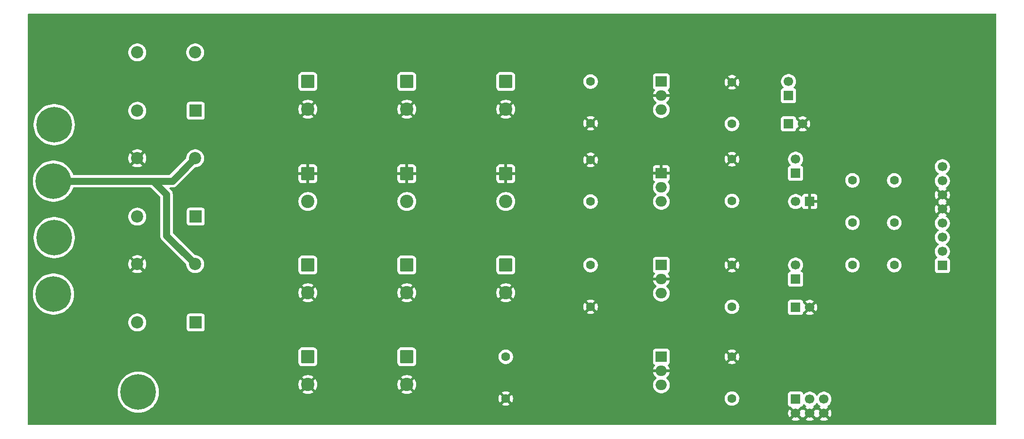
<source format=gbr>
%TF.GenerationSoftware,KiCad,Pcbnew,9.0.7*%
%TF.CreationDate,2026-01-25T12:08:44-05:00*%
%TF.ProjectId,MonitoringPSU,4d6f6e69-746f-4726-996e-675053552e6b,1.0*%
%TF.SameCoordinates,Original*%
%TF.FileFunction,Copper,L2,Bot*%
%TF.FilePolarity,Positive*%
%FSLAX46Y46*%
G04 Gerber Fmt 4.6, Leading zero omitted, Abs format (unit mm)*
G04 Created by KiCad (PCBNEW 9.0.7) date 2026-01-25 12:08:44*
%MOMM*%
%LPD*%
G01*
G04 APERTURE LIST*
G04 Aperture macros list*
%AMRoundRect*
0 Rectangle with rounded corners*
0 $1 Rounding radius*
0 $2 $3 $4 $5 $6 $7 $8 $9 X,Y pos of 4 corners*
0 Add a 4 corners polygon primitive as box body*
4,1,4,$2,$3,$4,$5,$6,$7,$8,$9,$2,$3,0*
0 Add four circle primitives for the rounded corners*
1,1,$1+$1,$2,$3*
1,1,$1+$1,$4,$5*
1,1,$1+$1,$6,$7*
1,1,$1+$1,$8,$9*
0 Add four rect primitives between the rounded corners*
20,1,$1+$1,$2,$3,$4,$5,0*
20,1,$1+$1,$4,$5,$6,$7,0*
20,1,$1+$1,$6,$7,$8,$9,0*
20,1,$1+$1,$8,$9,$2,$3,0*%
G04 Aperture macros list end*
%TA.AperFunction,ComponentPad*%
%ADD10C,1.600000*%
%TD*%
%TA.AperFunction,ComponentPad*%
%ADD11R,1.700000X1.700000*%
%TD*%
%TA.AperFunction,ComponentPad*%
%ADD12C,1.700000*%
%TD*%
%TA.AperFunction,ComponentPad*%
%ADD13R,2.200000X2.200000*%
%TD*%
%TA.AperFunction,ComponentPad*%
%ADD14C,2.200000*%
%TD*%
%TA.AperFunction,ComponentPad*%
%ADD15C,0.800000*%
%TD*%
%TA.AperFunction,ComponentPad*%
%ADD16C,6.400000*%
%TD*%
%TA.AperFunction,ComponentPad*%
%ADD17RoundRect,0.250001X-0.949999X0.949999X-0.949999X-0.949999X0.949999X-0.949999X0.949999X0.949999X0*%
%TD*%
%TA.AperFunction,ComponentPad*%
%ADD18C,2.400000*%
%TD*%
%TA.AperFunction,ComponentPad*%
%ADD19R,2.000000X1.905000*%
%TD*%
%TA.AperFunction,ComponentPad*%
%ADD20O,2.000000X1.905000*%
%TD*%
%TA.AperFunction,Conductor*%
%ADD21C,1.270000*%
%TD*%
G04 APERTURE END LIST*
D10*
%TO.P,C14,1*%
%TO.N,Net-(D2-+)*%
X150730000Y-95090000D03*
%TO.P,C14,2*%
%TO.N,GND*%
X150730000Y-102590000D03*
%TD*%
D11*
%TO.P,I2,1,Pin_1*%
%TO.N,Net-(I2-Pin_1)*%
X187560000Y-78580000D03*
D12*
%TO.P,I2,2,Pin_2*%
%TO.N,Net-(I2-Pin_2)*%
X187560000Y-76040000D03*
%TD*%
D13*
%TO.P,D3,1,+*%
%TO.N,Net-(D3-+)*%
X79780000Y-105420000D03*
D14*
%TO.P,D3,2*%
%TO.N,Net-(T1-SC)*%
X79680000Y-94920000D03*
%TO.P,D3,3,-*%
%TO.N,GND*%
X69280000Y-94920000D03*
%TO.P,D3,4*%
%TO.N,Net-(T3-SB)*%
X69280000Y-105420000D03*
%TD*%
D15*
%TO.P,P5,1,1*%
%TO.N,Net-(T3-SB)*%
X67050000Y-117950000D03*
X67752944Y-116252944D03*
X67752944Y-119647056D03*
X69450000Y-115550000D03*
D16*
X69450000Y-117950000D03*
D15*
X69450000Y-120350000D03*
X71147056Y-116252944D03*
X71147056Y-119647056D03*
X71850000Y-117950000D03*
%TD*%
%TO.P,P1,1,1*%
%TO.N,Net-(T1-SB)*%
X51950000Y-69830000D03*
X52652944Y-68132944D03*
X52652944Y-71527056D03*
X54350000Y-67430000D03*
D16*
X54350000Y-69830000D03*
D15*
X54350000Y-72230000D03*
X56047056Y-68132944D03*
X56047056Y-71527056D03*
X56750000Y-69830000D03*
%TD*%
D10*
%TO.P,C10,1*%
%TO.N,GND*%
X176130000Y-76040000D03*
%TO.P,C10,2*%
%TO.N,Net-(I2-Pin_1)*%
X176130000Y-83540000D03*
%TD*%
D17*
%TO.P,C12,1*%
%TO.N,Net-(D2-+)*%
X117710000Y-95090000D03*
D18*
%TO.P,C12,2*%
%TO.N,GND*%
X117710000Y-100090000D03*
%TD*%
D15*
%TO.P,P4,1,1*%
%TO.N,Net-(T2-SB)*%
X51810000Y-100310000D03*
X52512944Y-98612944D03*
X52512944Y-102007056D03*
X54210000Y-97910000D03*
D16*
X54210000Y-100310000D03*
D15*
X54210000Y-102710000D03*
X55907056Y-98612944D03*
X55907056Y-102007056D03*
X56610000Y-100310000D03*
%TD*%
D17*
%TO.P,C3,1*%
%TO.N,Net-(D1-+)*%
X117710000Y-62070000D03*
D18*
%TO.P,C3,2*%
%TO.N,GND*%
X117710000Y-67070000D03*
%TD*%
D19*
%TO.P,U4,1,VI*%
%TO.N,Net-(D3-+)*%
X163430000Y-111600000D03*
D20*
%TO.P,U4,2,GND*%
%TO.N,GND*%
X163430000Y-114140000D03*
%TO.P,U4,3,VO*%
%TO.N,/+12V_AUX*%
X163430000Y-116679999D03*
%TD*%
D17*
%TO.P,C6,1*%
%TO.N,GND*%
X135490000Y-78660000D03*
D18*
%TO.P,C6,2*%
%TO.N,Net-(D1--)*%
X135490000Y-83660000D03*
%TD*%
D11*
%TO.P,V3,1,Pin_1*%
%TO.N,Net-(I3-Pin_1)*%
X187560000Y-102710000D03*
D12*
%TO.P,V3,2,Pin_2*%
%TO.N,GND*%
X190100000Y-102710000D03*
%TD*%
D11*
%TO.P,J1,1,Pin_1*%
%TO.N,/+12V*%
X213930000Y-95170000D03*
D12*
%TO.P,J1,2,Pin_2*%
X213930000Y-92630000D03*
%TO.P,J1,3,Pin_3*%
%TO.N,/+5V*%
X213930000Y-90090001D03*
%TO.P,J1,4,Pin_4*%
X213930000Y-87550000D03*
%TO.P,J1,5,Pin_5*%
%TO.N,GND*%
X213930000Y-85010000D03*
%TO.P,J1,6,Pin_6*%
X213930000Y-82470000D03*
%TO.P,J1,7,Pin_7*%
%TO.N,/-12V*%
X213930000Y-79930000D03*
%TO.P,J1,8,Pin_8*%
X213930000Y-77389999D03*
%TD*%
D10*
%TO.P,C20,1*%
%TO.N,/+12V_AUX*%
X176130000Y-119100000D03*
%TO.P,C20,2*%
%TO.N,GND*%
X176130000Y-111600000D03*
%TD*%
D17*
%TO.P,C11,1*%
%TO.N,Net-(D2-+)*%
X99930000Y-95090000D03*
D18*
%TO.P,C11,2*%
%TO.N,GND*%
X99930000Y-100090000D03*
%TD*%
D15*
%TO.P,H3,1,1*%
%TO.N,GND*%
X216650000Y-54450000D03*
X217352944Y-52752944D03*
X217352944Y-56147056D03*
X219050000Y-52050000D03*
D16*
X219050000Y-54450000D03*
D15*
X219050000Y-56850000D03*
X220747056Y-52752944D03*
X220747056Y-56147056D03*
X221450000Y-54450000D03*
%TD*%
D10*
%TO.P,C19,1*%
%TO.N,Net-(D3-+)*%
X135490000Y-111600000D03*
%TO.P,C19,2*%
%TO.N,GND*%
X135490000Y-119100000D03*
%TD*%
%TO.P,F1,1*%
%TO.N,Net-(I1-Pin_2)*%
X197780000Y-95090000D03*
%TO.P,F1,2*%
%TO.N,/+12V*%
X205280000Y-95090000D03*
%TD*%
D11*
%TO.P,I1,1,Pin_1*%
%TO.N,Net-(I1-Pin_1)*%
X186290000Y-64610000D03*
D12*
%TO.P,I1,2,Pin_2*%
%TO.N,Net-(I1-Pin_2)*%
X186290000Y-62070000D03*
%TD*%
D17*
%TO.P,C17,1*%
%TO.N,Net-(D3-+)*%
X117710000Y-111600000D03*
D18*
%TO.P,C17,2*%
%TO.N,GND*%
X117710000Y-116600000D03*
%TD*%
D15*
%TO.P,H2,1,1*%
%TO.N,GND*%
X141650000Y-54450000D03*
X142352944Y-52752944D03*
X142352944Y-56147056D03*
X144050000Y-52050000D03*
D16*
X144050000Y-54450000D03*
D15*
X144050000Y-56850000D03*
X145747056Y-52752944D03*
X145747056Y-56147056D03*
X146450000Y-54450000D03*
%TD*%
%TO.P,H5,1,1*%
%TO.N,GND*%
X141650000Y-119290000D03*
X142352944Y-117592944D03*
X142352944Y-120987056D03*
X144050000Y-116890000D03*
D16*
X144050000Y-119290000D03*
D15*
X144050000Y-121690000D03*
X145747056Y-117592944D03*
X145747056Y-120987056D03*
X146450000Y-119290000D03*
%TD*%
D13*
%TO.P,D2,1,+*%
%TO.N,Net-(D2-+)*%
X79780000Y-86370000D03*
D14*
%TO.P,D2,2*%
%TO.N,Net-(T1-SC)*%
X79680000Y-75870000D03*
%TO.P,D2,3,-*%
%TO.N,GND*%
X69280000Y-75870000D03*
%TO.P,D2,4*%
%TO.N,Net-(T2-SB)*%
X69280000Y-86370000D03*
%TD*%
D15*
%TO.P,H4,1,1*%
%TO.N,GND*%
X51810000Y-119290000D03*
X52512944Y-117592944D03*
X52512944Y-120987056D03*
X54210000Y-116890000D03*
D16*
X54210000Y-119290000D03*
D15*
X54210000Y-121690000D03*
X55907056Y-117592944D03*
X55907056Y-120987056D03*
X56610000Y-119290000D03*
%TD*%
D17*
%TO.P,C16,1*%
%TO.N,Net-(D3-+)*%
X99930000Y-111600000D03*
D18*
%TO.P,C16,2*%
%TO.N,GND*%
X99930000Y-116600000D03*
%TD*%
D17*
%TO.P,C5,1*%
%TO.N,Net-(D1-+)*%
X135490000Y-62070000D03*
D18*
%TO.P,C5,2*%
%TO.N,GND*%
X135490000Y-67070000D03*
%TD*%
D19*
%TO.P,U3,1,VI*%
%TO.N,Net-(D2-+)*%
X163430000Y-95090000D03*
D20*
%TO.P,U3,2,GND*%
%TO.N,GND*%
X163430000Y-97630000D03*
%TO.P,U3,3,VO*%
%TO.N,Net-(I3-Pin_1)*%
X163430000Y-100169999D03*
%TD*%
D17*
%TO.P,C1,1*%
%TO.N,Net-(D1-+)*%
X99930000Y-62070000D03*
D18*
%TO.P,C1,2*%
%TO.N,GND*%
X99930000Y-67070000D03*
%TD*%
D11*
%TO.P,V2,1,Pin_1*%
%TO.N,GND*%
X190100000Y-83660000D03*
D12*
%TO.P,V2,2,Pin_2*%
%TO.N,Net-(I2-Pin_1)*%
X187560000Y-83660000D03*
%TD*%
D13*
%TO.P,D1,1,+*%
%TO.N,Net-(D1-+)*%
X79780000Y-67320000D03*
D14*
%TO.P,D1,2*%
%TO.N,Net-(T1-SB)*%
X79680000Y-56820000D03*
%TO.P,D1,3,-*%
%TO.N,Net-(D1--)*%
X69280000Y-56820000D03*
%TO.P,D1,4*%
%TO.N,Net-(T1-SA)*%
X69280000Y-67320000D03*
%TD*%
D10*
%TO.P,F2,1*%
%TO.N,Net-(I2-Pin_2)*%
X197780000Y-79850000D03*
%TO.P,F2,2*%
%TO.N,/-12V*%
X205280000Y-79850000D03*
%TD*%
D17*
%TO.P,C4,1*%
%TO.N,GND*%
X117710000Y-78660000D03*
D18*
%TO.P,C4,2*%
%TO.N,Net-(D1--)*%
X117710000Y-83660000D03*
%TD*%
D15*
%TO.P,P3,1,1*%
%TO.N,Net-(T1-SA)*%
X51950000Y-90150000D03*
X52652944Y-88452944D03*
X52652944Y-91847056D03*
X54350000Y-87750000D03*
D16*
X54350000Y-90150000D03*
D15*
X54350000Y-92550000D03*
X56047056Y-88452944D03*
X56047056Y-91847056D03*
X56750000Y-90150000D03*
%TD*%
%TO.P,P2,1,1*%
%TO.N,Net-(T1-SC)*%
X51810000Y-79990000D03*
X52512944Y-78292944D03*
X52512944Y-81687056D03*
X54210000Y-77590000D03*
D16*
X54210000Y-79990000D03*
D15*
X54210000Y-82390000D03*
X55907056Y-78292944D03*
X55907056Y-81687056D03*
X56610000Y-79990000D03*
%TD*%
D11*
%TO.P,I3,1,Pin_1*%
%TO.N,Net-(I3-Pin_1)*%
X187560000Y-97630000D03*
D12*
%TO.P,I3,2,Pin_2*%
%TO.N,Net-(I3-Pin_2)*%
X187560000Y-95090000D03*
%TD*%
D19*
%TO.P,U2,1,GND*%
%TO.N,GND*%
X163430000Y-78580001D03*
D20*
%TO.P,U2,2,VI*%
%TO.N,Net-(D1--)*%
X163430000Y-81120001D03*
%TO.P,U2,3,VO*%
%TO.N,Net-(I2-Pin_1)*%
X163430000Y-83660000D03*
%TD*%
D10*
%TO.P,C8,1*%
%TO.N,GND*%
X150730000Y-76160000D03*
%TO.P,C8,2*%
%TO.N,Net-(D1--)*%
X150730000Y-83660000D03*
%TD*%
D15*
%TO.P,P6,1,1*%
%TO.N,GND*%
X77350000Y-117950000D03*
X78052944Y-116252944D03*
X78052944Y-119647056D03*
X79750000Y-115550000D03*
D16*
X79750000Y-117950000D03*
D15*
X79750000Y-120350000D03*
X81447056Y-116252944D03*
X81447056Y-119647056D03*
X82150000Y-117950000D03*
%TD*%
D17*
%TO.P,C13,1*%
%TO.N,Net-(D2-+)*%
X135490000Y-95090000D03*
D18*
%TO.P,C13,2*%
%TO.N,GND*%
X135490000Y-100090000D03*
%TD*%
D11*
%TO.P,V1,1,Pin_1*%
%TO.N,Net-(I1-Pin_1)*%
X186290000Y-69690000D03*
D12*
%TO.P,V1,2,Pin_2*%
%TO.N,GND*%
X188830000Y-69690000D03*
%TD*%
D10*
%TO.P,C7,1*%
%TO.N,Net-(D1-+)*%
X150730000Y-62070000D03*
%TO.P,C7,2*%
%TO.N,GND*%
X150730000Y-69570000D03*
%TD*%
D15*
%TO.P,H6,1,1*%
%TO.N,GND*%
X216650000Y-119290000D03*
X217352944Y-117592944D03*
X217352944Y-120987056D03*
X219050000Y-116890000D03*
D16*
X219050000Y-119290000D03*
D15*
X219050000Y-121690000D03*
X220747056Y-117592944D03*
X220747056Y-120987056D03*
X221450000Y-119290000D03*
%TD*%
D10*
%TO.P,C9,1*%
%TO.N,Net-(I1-Pin_1)*%
X176130000Y-69690000D03*
%TO.P,C9,2*%
%TO.N,GND*%
X176130000Y-62190000D03*
%TD*%
%TO.P,F3,1*%
%TO.N,Net-(I3-Pin_2)*%
X197780000Y-87470000D03*
%TO.P,F3,2*%
%TO.N,/+5V*%
X205280000Y-87470000D03*
%TD*%
D15*
%TO.P,H1,1,1*%
%TO.N,GND*%
X51810000Y-54450000D03*
X52512944Y-52752944D03*
X52512944Y-56147056D03*
X54210000Y-52050000D03*
D16*
X54210000Y-54450000D03*
D15*
X54210000Y-56850000D03*
X55907056Y-52752944D03*
X55907056Y-56147056D03*
X56610000Y-54450000D03*
%TD*%
D11*
%TO.P,J2,1,Pin_1*%
%TO.N,/+12V_AUX*%
X187560000Y-119220000D03*
D12*
%TO.P,J2,2,Pin_2*%
%TO.N,GND*%
X187560000Y-121760000D03*
%TO.P,J2,3,Pin_3*%
%TO.N,/+12V_AUX*%
X190100000Y-119220000D03*
%TO.P,J2,4,Pin_4*%
%TO.N,GND*%
X190100000Y-121760000D03*
%TO.P,J2,5,Pin_5*%
%TO.N,/+12V_AUX*%
X192640000Y-119220000D03*
%TO.P,J2,6,Pin_6*%
%TO.N,GND*%
X192640000Y-121760000D03*
%TD*%
D10*
%TO.P,C15,1*%
%TO.N,Net-(I3-Pin_1)*%
X176130000Y-102590000D03*
%TO.P,C15,2*%
%TO.N,GND*%
X176130000Y-95090000D03*
%TD*%
D17*
%TO.P,C2,1*%
%TO.N,GND*%
X99930000Y-78660000D03*
D18*
%TO.P,C2,2*%
%TO.N,Net-(D1--)*%
X99930000Y-83660000D03*
%TD*%
D19*
%TO.P,U1,1,VI*%
%TO.N,Net-(D1-+)*%
X163430000Y-62070000D03*
D20*
%TO.P,U1,2,GND*%
%TO.N,GND*%
X163430000Y-64610000D03*
%TO.P,U1,3,VO*%
%TO.N,Net-(I1-Pin_1)*%
X163430000Y-67149999D03*
%TD*%
D21*
%TO.N,Net-(T1-SC)*%
X74530000Y-82390000D02*
X74530000Y-89770000D01*
X72130000Y-79990000D02*
X74530000Y-82390000D01*
X71990000Y-79990000D02*
X72130000Y-79990000D01*
X71990000Y-79990000D02*
X75560000Y-79990000D01*
X75560000Y-79990000D02*
X79680000Y-75870000D01*
X74530000Y-89770000D02*
X79680000Y-94920000D01*
X54210000Y-79990000D02*
X71990000Y-79990000D01*
%TD*%
%TA.AperFunction,Conductor*%
%TO.N,GND*%
G36*
X189078418Y-120115417D02*
G01*
X189106673Y-120136569D01*
X189220213Y-120250109D01*
X189392179Y-120375048D01*
X189392181Y-120375049D01*
X189392184Y-120375051D01*
X189401493Y-120379794D01*
X189452290Y-120427766D01*
X189469087Y-120495587D01*
X189446552Y-120561722D01*
X189401505Y-120600760D01*
X189392446Y-120605376D01*
X189392440Y-120605380D01*
X189338282Y-120644727D01*
X189338282Y-120644728D01*
X189970591Y-121277037D01*
X189907007Y-121294075D01*
X189792993Y-121359901D01*
X189699901Y-121452993D01*
X189634075Y-121567007D01*
X189617037Y-121630591D01*
X188984728Y-120998282D01*
X188984727Y-120998282D01*
X188945380Y-121052440D01*
X188940483Y-121062051D01*
X188892506Y-121112845D01*
X188824684Y-121129638D01*
X188758550Y-121107098D01*
X188719516Y-121062048D01*
X188714626Y-121052452D01*
X188675270Y-120998282D01*
X188675269Y-120998282D01*
X188042962Y-121630590D01*
X188025925Y-121567007D01*
X187960099Y-121452993D01*
X187867007Y-121359901D01*
X187752993Y-121294075D01*
X187689409Y-121277037D01*
X188359627Y-120606818D01*
X188420950Y-120573333D01*
X188447307Y-120570499D01*
X188457872Y-120570499D01*
X188517483Y-120564091D01*
X188652331Y-120513796D01*
X188767546Y-120427546D01*
X188853796Y-120312331D01*
X188902810Y-120180916D01*
X188944681Y-120124984D01*
X189010145Y-120100566D01*
X189078418Y-120115417D01*
G37*
%TD.AperFunction*%
%TA.AperFunction,Conductor*%
G36*
X191441444Y-119873999D02*
G01*
X191480486Y-119919056D01*
X191484951Y-119927820D01*
X191609890Y-120099786D01*
X191760213Y-120250109D01*
X191932179Y-120375048D01*
X191932181Y-120375049D01*
X191932184Y-120375051D01*
X191941493Y-120379794D01*
X191992290Y-120427766D01*
X192009087Y-120495587D01*
X191986552Y-120561722D01*
X191941505Y-120600760D01*
X191932446Y-120605376D01*
X191932440Y-120605380D01*
X191878282Y-120644727D01*
X191878282Y-120644728D01*
X192510591Y-121277037D01*
X192447007Y-121294075D01*
X192332993Y-121359901D01*
X192239901Y-121452993D01*
X192174075Y-121567007D01*
X192157037Y-121630591D01*
X191524728Y-120998282D01*
X191524727Y-120998282D01*
X191485380Y-121052440D01*
X191480483Y-121062051D01*
X191432506Y-121112845D01*
X191364684Y-121129638D01*
X191298550Y-121107098D01*
X191259516Y-121062048D01*
X191254626Y-121052452D01*
X191215270Y-120998282D01*
X191215269Y-120998282D01*
X190582962Y-121630590D01*
X190565925Y-121567007D01*
X190500099Y-121452993D01*
X190407007Y-121359901D01*
X190292993Y-121294075D01*
X190229409Y-121277037D01*
X190861716Y-120644728D01*
X190807547Y-120605373D01*
X190807547Y-120605372D01*
X190798500Y-120600763D01*
X190747706Y-120552788D01*
X190730912Y-120484966D01*
X190753451Y-120418832D01*
X190798508Y-120379793D01*
X190807816Y-120375051D01*
X190904571Y-120304755D01*
X190979786Y-120250109D01*
X190979788Y-120250106D01*
X190979792Y-120250104D01*
X191130104Y-120099792D01*
X191130106Y-120099788D01*
X191130109Y-120099786D01*
X191255048Y-119927820D01*
X191255047Y-119927820D01*
X191255051Y-119927816D01*
X191259514Y-119919054D01*
X191307488Y-119868259D01*
X191375308Y-119851463D01*
X191441444Y-119873999D01*
G37*
%TD.AperFunction*%
%TA.AperFunction,Conductor*%
G36*
X223572539Y-49890185D02*
G01*
X223618294Y-49942989D01*
X223629500Y-49994500D01*
X223629500Y-123745500D01*
X223609815Y-123812539D01*
X223557011Y-123858294D01*
X223505500Y-123869500D01*
X49754500Y-123869500D01*
X49687461Y-123849815D01*
X49641706Y-123797011D01*
X49630500Y-123745500D01*
X49630500Y-117768209D01*
X65749500Y-117768209D01*
X65749500Y-118131790D01*
X65785137Y-118493630D01*
X65856064Y-118850212D01*
X65856067Y-118850223D01*
X65961614Y-119198165D01*
X66100754Y-119534078D01*
X66100756Y-119534083D01*
X66272140Y-119854720D01*
X66272144Y-119854727D01*
X66272147Y-119854732D01*
X66436408Y-120100566D01*
X66474140Y-120157035D01*
X66474150Y-120157049D01*
X66704807Y-120438106D01*
X66961893Y-120695192D01*
X66961898Y-120695196D01*
X66961899Y-120695197D01*
X67242956Y-120925854D01*
X67545268Y-121127853D01*
X67545277Y-121127858D01*
X67545279Y-121127859D01*
X67865916Y-121299243D01*
X67865918Y-121299243D01*
X67865924Y-121299247D01*
X68201836Y-121438386D01*
X68549767Y-121543930D01*
X68549773Y-121543931D01*
X68549776Y-121543932D01*
X68549787Y-121543935D01*
X68906369Y-121614862D01*
X69268206Y-121650500D01*
X69268209Y-121650500D01*
X69631791Y-121650500D01*
X69631794Y-121650500D01*
X69993631Y-121614862D01*
X70063045Y-121601054D01*
X70350212Y-121543935D01*
X70350223Y-121543932D01*
X70350223Y-121543931D01*
X70350233Y-121543930D01*
X70698164Y-121438386D01*
X71034076Y-121299247D01*
X71354732Y-121127853D01*
X71657044Y-120925854D01*
X71938101Y-120695197D01*
X72195197Y-120438101D01*
X72425854Y-120157044D01*
X72627853Y-119854732D01*
X72799247Y-119534076D01*
X72938386Y-119198164D01*
X72999202Y-118997682D01*
X134190000Y-118997682D01*
X134190000Y-119202317D01*
X134222009Y-119404417D01*
X134285244Y-119599031D01*
X134378141Y-119781350D01*
X134378147Y-119781359D01*
X134410523Y-119825921D01*
X134410524Y-119825922D01*
X135090000Y-119146446D01*
X135090000Y-119152661D01*
X135117259Y-119254394D01*
X135169920Y-119345606D01*
X135244394Y-119420080D01*
X135335606Y-119472741D01*
X135437339Y-119500000D01*
X135443553Y-119500000D01*
X134764076Y-120179474D01*
X134808650Y-120211859D01*
X134990968Y-120304755D01*
X135185582Y-120367990D01*
X135387683Y-120400000D01*
X135592317Y-120400000D01*
X135794417Y-120367990D01*
X135989031Y-120304755D01*
X136171349Y-120211859D01*
X136215921Y-120179474D01*
X135536447Y-119500000D01*
X135542661Y-119500000D01*
X135644394Y-119472741D01*
X135735606Y-119420080D01*
X135810080Y-119345606D01*
X135862741Y-119254394D01*
X135890000Y-119152661D01*
X135890000Y-119146448D01*
X136569474Y-119825922D01*
X136569474Y-119825921D01*
X136601859Y-119781349D01*
X136694755Y-119599031D01*
X136757990Y-119404417D01*
X136790000Y-119202317D01*
X136790000Y-118997682D01*
X136789995Y-118997648D01*
X174829500Y-118997648D01*
X174829500Y-119202351D01*
X174861522Y-119404534D01*
X174924781Y-119599223D01*
X174988691Y-119724653D01*
X175017585Y-119781359D01*
X175017715Y-119781613D01*
X175138028Y-119947213D01*
X175282786Y-120091971D01*
X175437749Y-120204556D01*
X175448390Y-120212287D01*
X175522620Y-120250109D01*
X175630776Y-120305218D01*
X175630778Y-120305218D01*
X175630781Y-120305220D01*
X175735137Y-120339127D01*
X175825465Y-120368477D01*
X175896905Y-120379792D01*
X176027648Y-120400500D01*
X176027649Y-120400500D01*
X176232351Y-120400500D01*
X176232352Y-120400500D01*
X176434534Y-120368477D01*
X176629219Y-120305220D01*
X176811610Y-120212287D01*
X176915828Y-120136569D01*
X176977213Y-120091971D01*
X176977215Y-120091968D01*
X176977219Y-120091966D01*
X177121966Y-119947219D01*
X177121968Y-119947215D01*
X177121971Y-119947213D01*
X177191536Y-119851463D01*
X177242287Y-119781610D01*
X177335220Y-119599219D01*
X177398477Y-119404534D01*
X177430500Y-119202352D01*
X177430500Y-118997648D01*
X177415629Y-118903757D01*
X177398477Y-118795465D01*
X177367458Y-118700000D01*
X177335220Y-118600781D01*
X177335218Y-118600778D01*
X177335218Y-118600776D01*
X177242287Y-118418390D01*
X177222889Y-118391691D01*
X177222888Y-118391688D01*
X177172355Y-118322135D01*
X186209500Y-118322135D01*
X186209500Y-120117870D01*
X186209501Y-120117876D01*
X186215908Y-120177483D01*
X186266202Y-120312328D01*
X186266206Y-120312335D01*
X186352452Y-120427544D01*
X186352455Y-120427547D01*
X186467664Y-120513793D01*
X186467671Y-120513797D01*
X186512618Y-120530561D01*
X186602517Y-120564091D01*
X186662127Y-120570500D01*
X186672685Y-120570499D01*
X186739723Y-120590179D01*
X186760372Y-120606818D01*
X187430591Y-121277037D01*
X187367007Y-121294075D01*
X187252993Y-121359901D01*
X187159901Y-121452993D01*
X187094075Y-121567007D01*
X187077037Y-121630590D01*
X186444728Y-120998282D01*
X186444727Y-120998282D01*
X186405380Y-121052439D01*
X186308904Y-121241782D01*
X186243242Y-121443869D01*
X186243242Y-121443872D01*
X186210000Y-121653753D01*
X186210000Y-121866246D01*
X186243242Y-122076127D01*
X186243242Y-122076130D01*
X186308904Y-122278217D01*
X186405375Y-122467550D01*
X186444728Y-122521716D01*
X187077037Y-121889408D01*
X187094075Y-121952993D01*
X187159901Y-122067007D01*
X187252993Y-122160099D01*
X187367007Y-122225925D01*
X187430590Y-122242962D01*
X186798282Y-122875269D01*
X186798282Y-122875270D01*
X186852449Y-122914624D01*
X187041782Y-123011095D01*
X187243870Y-123076757D01*
X187453754Y-123110000D01*
X187666246Y-123110000D01*
X187876127Y-123076757D01*
X187876130Y-123076757D01*
X188078217Y-123011095D01*
X188267554Y-122914622D01*
X188321716Y-122875270D01*
X188321717Y-122875270D01*
X187689408Y-122242962D01*
X187752993Y-122225925D01*
X187867007Y-122160099D01*
X187960099Y-122067007D01*
X188025925Y-121952993D01*
X188042962Y-121889408D01*
X188675270Y-122521717D01*
X188675270Y-122521716D01*
X188714622Y-122467554D01*
X188719514Y-122457954D01*
X188767488Y-122407157D01*
X188835308Y-122390361D01*
X188901444Y-122412897D01*
X188940486Y-122457954D01*
X188945375Y-122467550D01*
X188984728Y-122521716D01*
X189617037Y-121889408D01*
X189634075Y-121952993D01*
X189699901Y-122067007D01*
X189792993Y-122160099D01*
X189907007Y-122225925D01*
X189970590Y-122242962D01*
X189338282Y-122875269D01*
X189338282Y-122875270D01*
X189392449Y-122914624D01*
X189581782Y-123011095D01*
X189783870Y-123076757D01*
X189993754Y-123110000D01*
X190206246Y-123110000D01*
X190416127Y-123076757D01*
X190416130Y-123076757D01*
X190618217Y-123011095D01*
X190807554Y-122914622D01*
X190861716Y-122875270D01*
X190861717Y-122875270D01*
X190229408Y-122242962D01*
X190292993Y-122225925D01*
X190407007Y-122160099D01*
X190500099Y-122067007D01*
X190565925Y-121952993D01*
X190582962Y-121889409D01*
X191215270Y-122521717D01*
X191215270Y-122521716D01*
X191254622Y-122467554D01*
X191259514Y-122457954D01*
X191307488Y-122407157D01*
X191375308Y-122390361D01*
X191441444Y-122412897D01*
X191480486Y-122457954D01*
X191485375Y-122467550D01*
X191524728Y-122521716D01*
X192157037Y-121889408D01*
X192174075Y-121952993D01*
X192239901Y-122067007D01*
X192332993Y-122160099D01*
X192447007Y-122225925D01*
X192510590Y-122242962D01*
X191878282Y-122875269D01*
X191878282Y-122875270D01*
X191932449Y-122914624D01*
X192121782Y-123011095D01*
X192323870Y-123076757D01*
X192533754Y-123110000D01*
X192746246Y-123110000D01*
X192956127Y-123076757D01*
X192956130Y-123076757D01*
X193158217Y-123011095D01*
X193347554Y-122914622D01*
X193401716Y-122875270D01*
X193401717Y-122875270D01*
X192769408Y-122242962D01*
X192832993Y-122225925D01*
X192947007Y-122160099D01*
X193040099Y-122067007D01*
X193105925Y-121952993D01*
X193122962Y-121889408D01*
X193755270Y-122521717D01*
X193755270Y-122521716D01*
X193794622Y-122467554D01*
X193891095Y-122278217D01*
X193956757Y-122076130D01*
X193956757Y-122076127D01*
X193990000Y-121866246D01*
X193990000Y-121653753D01*
X193956757Y-121443872D01*
X193956757Y-121443869D01*
X193891095Y-121241782D01*
X193794624Y-121052449D01*
X193755270Y-120998282D01*
X193755269Y-120998282D01*
X193122962Y-121630590D01*
X193105925Y-121567007D01*
X193040099Y-121452993D01*
X192947007Y-121359901D01*
X192832993Y-121294075D01*
X192769409Y-121277037D01*
X193401716Y-120644728D01*
X193347547Y-120605373D01*
X193347547Y-120605372D01*
X193338500Y-120600763D01*
X193287706Y-120552788D01*
X193270912Y-120484966D01*
X193293451Y-120418832D01*
X193338508Y-120379793D01*
X193347816Y-120375051D01*
X193444571Y-120304755D01*
X193519786Y-120250109D01*
X193519788Y-120250106D01*
X193519792Y-120250104D01*
X193670104Y-120099792D01*
X193670106Y-120099788D01*
X193670109Y-120099786D01*
X193795048Y-119927820D01*
X193795047Y-119927820D01*
X193795051Y-119927816D01*
X193891557Y-119738412D01*
X193957246Y-119536243D01*
X193990500Y-119326287D01*
X193990500Y-119113713D01*
X193957246Y-118903757D01*
X193891557Y-118701588D01*
X193795051Y-118512184D01*
X193795049Y-118512181D01*
X193795048Y-118512179D01*
X193670109Y-118340213D01*
X193519786Y-118189890D01*
X193347820Y-118064951D01*
X193158414Y-117968444D01*
X193158413Y-117968443D01*
X193158412Y-117968443D01*
X192956243Y-117902754D01*
X192956241Y-117902753D01*
X192956240Y-117902753D01*
X192794957Y-117877208D01*
X192746287Y-117869500D01*
X192533713Y-117869500D01*
X192485042Y-117877208D01*
X192323760Y-117902753D01*
X192121585Y-117968444D01*
X191932179Y-118064951D01*
X191760213Y-118189890D01*
X191609890Y-118340213D01*
X191484949Y-118512182D01*
X191480484Y-118520946D01*
X191432509Y-118571742D01*
X191364688Y-118588536D01*
X191298553Y-118565998D01*
X191259516Y-118520946D01*
X191255050Y-118512182D01*
X191130109Y-118340213D01*
X190979786Y-118189890D01*
X190807820Y-118064951D01*
X190618414Y-117968444D01*
X190618413Y-117968443D01*
X190618412Y-117968443D01*
X190416243Y-117902754D01*
X190416241Y-117902753D01*
X190416240Y-117902753D01*
X190254957Y-117877208D01*
X190206287Y-117869500D01*
X189993713Y-117869500D01*
X189945042Y-117877208D01*
X189783760Y-117902753D01*
X189581585Y-117968444D01*
X189392179Y-118064951D01*
X189220215Y-118189889D01*
X189106673Y-118303431D01*
X189045350Y-118336915D01*
X188975658Y-118331931D01*
X188919725Y-118290059D01*
X188902810Y-118259082D01*
X188853797Y-118127671D01*
X188853793Y-118127664D01*
X188767547Y-118012455D01*
X188767544Y-118012452D01*
X188652335Y-117926206D01*
X188652328Y-117926202D01*
X188517482Y-117875908D01*
X188517483Y-117875908D01*
X188457883Y-117869501D01*
X188457881Y-117869500D01*
X188457873Y-117869500D01*
X188457864Y-117869500D01*
X186662129Y-117869500D01*
X186662123Y-117869501D01*
X186602516Y-117875908D01*
X186467671Y-117926202D01*
X186467664Y-117926206D01*
X186352455Y-118012452D01*
X186352452Y-118012455D01*
X186266206Y-118127664D01*
X186266202Y-118127671D01*
X186215908Y-118262517D01*
X186209501Y-118322116D01*
X186209500Y-118322135D01*
X177172355Y-118322135D01*
X177121971Y-118252786D01*
X176977213Y-118108028D01*
X176811613Y-117987715D01*
X176811612Y-117987714D01*
X176811610Y-117987713D01*
X176754653Y-117958691D01*
X176629223Y-117894781D01*
X176434534Y-117831522D01*
X176259995Y-117803878D01*
X176232352Y-117799500D01*
X176027648Y-117799500D01*
X176003329Y-117803351D01*
X175825465Y-117831522D01*
X175630776Y-117894781D01*
X175448386Y-117987715D01*
X175282786Y-118108028D01*
X175138028Y-118252786D01*
X175017715Y-118418386D01*
X174924781Y-118600776D01*
X174861522Y-118795465D01*
X174829500Y-118997648D01*
X136789995Y-118997648D01*
X136757990Y-118795582D01*
X136694755Y-118600968D01*
X136601859Y-118418650D01*
X136569474Y-118374077D01*
X136569474Y-118374076D01*
X135890000Y-119053551D01*
X135890000Y-119047339D01*
X135862741Y-118945606D01*
X135810080Y-118854394D01*
X135735606Y-118779920D01*
X135644394Y-118727259D01*
X135542661Y-118700000D01*
X135536446Y-118700000D01*
X136215922Y-118020524D01*
X136215921Y-118020523D01*
X136171359Y-117988147D01*
X136171350Y-117988141D01*
X135989031Y-117895244D01*
X135794417Y-117832009D01*
X135592317Y-117800000D01*
X135387683Y-117800000D01*
X135185582Y-117832009D01*
X134990968Y-117895244D01*
X134808644Y-117988143D01*
X134764077Y-118020523D01*
X134764077Y-118020524D01*
X135443554Y-118700000D01*
X135437339Y-118700000D01*
X135335606Y-118727259D01*
X135244394Y-118779920D01*
X135169920Y-118854394D01*
X135117259Y-118945606D01*
X135090000Y-119047339D01*
X135090000Y-119053553D01*
X134410524Y-118374077D01*
X134410523Y-118374077D01*
X134378143Y-118418644D01*
X134285244Y-118600968D01*
X134222009Y-118795582D01*
X134190000Y-118997682D01*
X72999202Y-118997682D01*
X73043930Y-118850233D01*
X73043933Y-118850216D01*
X73043935Y-118850212D01*
X73109429Y-118520946D01*
X73114862Y-118493631D01*
X73150500Y-118131794D01*
X73150500Y-117768206D01*
X73114862Y-117406369D01*
X73104346Y-117353502D01*
X73043935Y-117049787D01*
X73043932Y-117049776D01*
X73043931Y-117049773D01*
X73043930Y-117049767D01*
X72938386Y-116701836D01*
X72850051Y-116488575D01*
X98230000Y-116488575D01*
X98230000Y-116711424D01*
X98259085Y-116932354D01*
X98259088Y-116932367D01*
X98316763Y-117147618D01*
X98402045Y-117353502D01*
X98402054Y-117353520D01*
X98513464Y-117546491D01*
X98513473Y-117546504D01*
X98564040Y-117612403D01*
X98564043Y-117612403D01*
X99365387Y-116811059D01*
X99370889Y-116831591D01*
X99449881Y-116968408D01*
X99561592Y-117080119D01*
X99698409Y-117159111D01*
X99718940Y-117164612D01*
X98917595Y-117965955D01*
X98917595Y-117965956D01*
X98983507Y-118016533D01*
X99176485Y-118127949D01*
X99176497Y-118127954D01*
X99382381Y-118213236D01*
X99597632Y-118270911D01*
X99597645Y-118270914D01*
X99818575Y-118300000D01*
X100041425Y-118300000D01*
X100262354Y-118270914D01*
X100262367Y-118270911D01*
X100477618Y-118213236D01*
X100683502Y-118127954D01*
X100683514Y-118127949D01*
X100876498Y-118016530D01*
X100942403Y-117965957D01*
X100942404Y-117965956D01*
X100141059Y-117164612D01*
X100161591Y-117159111D01*
X100298408Y-117080119D01*
X100410119Y-116968408D01*
X100489111Y-116831591D01*
X100494612Y-116811059D01*
X101295956Y-117612404D01*
X101295957Y-117612403D01*
X101346530Y-117546498D01*
X101457949Y-117353514D01*
X101457954Y-117353502D01*
X101543236Y-117147618D01*
X101600911Y-116932367D01*
X101600914Y-116932354D01*
X101630000Y-116711424D01*
X101630000Y-116488575D01*
X116010000Y-116488575D01*
X116010000Y-116711424D01*
X116039085Y-116932354D01*
X116039088Y-116932367D01*
X116096763Y-117147618D01*
X116182045Y-117353502D01*
X116182054Y-117353520D01*
X116293464Y-117546491D01*
X116293473Y-117546504D01*
X116344040Y-117612403D01*
X116344043Y-117612403D01*
X117145387Y-116811059D01*
X117150889Y-116831591D01*
X117229881Y-116968408D01*
X117341592Y-117080119D01*
X117478409Y-117159111D01*
X117498940Y-117164612D01*
X116697595Y-117965955D01*
X116697595Y-117965956D01*
X116763507Y-118016533D01*
X116956485Y-118127949D01*
X116956497Y-118127954D01*
X117162381Y-118213236D01*
X117377632Y-118270911D01*
X117377645Y-118270914D01*
X117598575Y-118300000D01*
X117821425Y-118300000D01*
X118042354Y-118270914D01*
X118042367Y-118270911D01*
X118257618Y-118213236D01*
X118463502Y-118127954D01*
X118463514Y-118127949D01*
X118656498Y-118016530D01*
X118717906Y-117969409D01*
X118722403Y-117965957D01*
X118722404Y-117965956D01*
X117921059Y-117164612D01*
X117941591Y-117159111D01*
X118078408Y-117080119D01*
X118190119Y-116968408D01*
X118269111Y-116831591D01*
X118274612Y-116811059D01*
X119075956Y-117612404D01*
X119075957Y-117612403D01*
X119126530Y-117546498D01*
X119237949Y-117353514D01*
X119237954Y-117353502D01*
X119323236Y-117147618D01*
X119380911Y-116932367D01*
X119380914Y-116932354D01*
X119410000Y-116711424D01*
X119410000Y-116488575D01*
X119380914Y-116267645D01*
X119380911Y-116267632D01*
X119323236Y-116052381D01*
X119237954Y-115846497D01*
X119237949Y-115846485D01*
X119126533Y-115653507D01*
X119075956Y-115587595D01*
X119075955Y-115587595D01*
X118274612Y-116388939D01*
X118269111Y-116368409D01*
X118190119Y-116231592D01*
X118078408Y-116119881D01*
X117941591Y-116040889D01*
X117921058Y-116035387D01*
X118722403Y-115234043D01*
X118722403Y-115234040D01*
X118656504Y-115183473D01*
X118656491Y-115183464D01*
X118463520Y-115072054D01*
X118463502Y-115072045D01*
X118257618Y-114986763D01*
X118042367Y-114929088D01*
X118042354Y-114929085D01*
X117821425Y-114900000D01*
X117598575Y-114900000D01*
X117377645Y-114929085D01*
X117377632Y-114929088D01*
X117162381Y-114986763D01*
X116956497Y-115072045D01*
X116956479Y-115072054D01*
X116763511Y-115183462D01*
X116697595Y-115234042D01*
X117498941Y-116035387D01*
X117478409Y-116040889D01*
X117341592Y-116119881D01*
X117229881Y-116231592D01*
X117150889Y-116368409D01*
X117145387Y-116388940D01*
X116344042Y-115587595D01*
X116293462Y-115653511D01*
X116182054Y-115846479D01*
X116182045Y-115846497D01*
X116096763Y-116052381D01*
X116039088Y-116267632D01*
X116039085Y-116267645D01*
X116010000Y-116488575D01*
X101630000Y-116488575D01*
X101600914Y-116267645D01*
X101600911Y-116267632D01*
X101543236Y-116052381D01*
X101457954Y-115846497D01*
X101457949Y-115846485D01*
X101346533Y-115653507D01*
X101295956Y-115587595D01*
X101295955Y-115587595D01*
X100494612Y-116388939D01*
X100489111Y-116368409D01*
X100410119Y-116231592D01*
X100298408Y-116119881D01*
X100161591Y-116040889D01*
X100141058Y-116035387D01*
X100942403Y-115234043D01*
X100942403Y-115234041D01*
X100876504Y-115183473D01*
X100876491Y-115183464D01*
X100683520Y-115072054D01*
X100683502Y-115072045D01*
X100477618Y-114986763D01*
X100262367Y-114929088D01*
X100262354Y-114929085D01*
X100041425Y-114900000D01*
X99818575Y-114900000D01*
X99597645Y-114929085D01*
X99597632Y-114929088D01*
X99382381Y-114986763D01*
X99176497Y-115072045D01*
X99176479Y-115072054D01*
X98983511Y-115183462D01*
X98917595Y-115234042D01*
X99718941Y-116035387D01*
X99698409Y-116040889D01*
X99561592Y-116119881D01*
X99449881Y-116231592D01*
X99370889Y-116368409D01*
X99365387Y-116388940D01*
X98564042Y-115587595D01*
X98513462Y-115653511D01*
X98402054Y-115846479D01*
X98402045Y-115846497D01*
X98316763Y-116052381D01*
X98259088Y-116267632D01*
X98259085Y-116267645D01*
X98230000Y-116488575D01*
X72850051Y-116488575D01*
X72799247Y-116365924D01*
X72667734Y-116119881D01*
X72627859Y-116045279D01*
X72627858Y-116045277D01*
X72627853Y-116045268D01*
X72425854Y-115742956D01*
X72195197Y-115461899D01*
X72195196Y-115461898D01*
X72195192Y-115461893D01*
X71938106Y-115204807D01*
X71657049Y-114974150D01*
X71657048Y-114974149D01*
X71657044Y-114974146D01*
X71354732Y-114772147D01*
X71354727Y-114772144D01*
X71354720Y-114772140D01*
X71034083Y-114600756D01*
X71034078Y-114600754D01*
X70698165Y-114461614D01*
X70350223Y-114356067D01*
X70350212Y-114356064D01*
X69993630Y-114285137D01*
X69721111Y-114258296D01*
X69631794Y-114249500D01*
X69268206Y-114249500D01*
X69185679Y-114257628D01*
X68906369Y-114285137D01*
X68549787Y-114356064D01*
X68549776Y-114356067D01*
X68201834Y-114461614D01*
X67865921Y-114600754D01*
X67865916Y-114600756D01*
X67545279Y-114772140D01*
X67545261Y-114772151D01*
X67242964Y-114974140D01*
X67242950Y-114974150D01*
X66961893Y-115204807D01*
X66704807Y-115461893D01*
X66474150Y-115742950D01*
X66474140Y-115742964D01*
X66272151Y-116045261D01*
X66272140Y-116045279D01*
X66100756Y-116365916D01*
X66100754Y-116365921D01*
X65961614Y-116701834D01*
X65856067Y-117049776D01*
X65856064Y-117049787D01*
X65785137Y-117406369D01*
X65749500Y-117768209D01*
X49630500Y-117768209D01*
X49630500Y-110599984D01*
X98229500Y-110599984D01*
X98229500Y-112600015D01*
X98240000Y-112702795D01*
X98240001Y-112702796D01*
X98295186Y-112869335D01*
X98295187Y-112869337D01*
X98387286Y-113018651D01*
X98387289Y-113018655D01*
X98511344Y-113142710D01*
X98511348Y-113142713D01*
X98660662Y-113234812D01*
X98660664Y-113234813D01*
X98660666Y-113234814D01*
X98827203Y-113289999D01*
X98929992Y-113300500D01*
X98929997Y-113300500D01*
X100930003Y-113300500D01*
X100930008Y-113300500D01*
X101032797Y-113289999D01*
X101199334Y-113234814D01*
X101348655Y-113142711D01*
X101472711Y-113018655D01*
X101564814Y-112869334D01*
X101619999Y-112702797D01*
X101630500Y-112600008D01*
X101630500Y-110599992D01*
X101630499Y-110599984D01*
X116009500Y-110599984D01*
X116009500Y-112600015D01*
X116020000Y-112702795D01*
X116020001Y-112702796D01*
X116075186Y-112869335D01*
X116075187Y-112869337D01*
X116167286Y-113018651D01*
X116167289Y-113018655D01*
X116291344Y-113142710D01*
X116291348Y-113142713D01*
X116440662Y-113234812D01*
X116440664Y-113234813D01*
X116440666Y-113234814D01*
X116607203Y-113289999D01*
X116709992Y-113300500D01*
X116709997Y-113300500D01*
X118710003Y-113300500D01*
X118710008Y-113300500D01*
X118812797Y-113289999D01*
X118979334Y-113234814D01*
X119128655Y-113142711D01*
X119252711Y-113018655D01*
X119344814Y-112869334D01*
X119399999Y-112702797D01*
X119410500Y-112600008D01*
X119410500Y-111497648D01*
X134189500Y-111497648D01*
X134189500Y-111702351D01*
X134221522Y-111904534D01*
X134284781Y-112099223D01*
X134348691Y-112224653D01*
X134377585Y-112281359D01*
X134377715Y-112281613D01*
X134498028Y-112447213D01*
X134642786Y-112591971D01*
X134763226Y-112679474D01*
X134808390Y-112712287D01*
X134924607Y-112771503D01*
X134990776Y-112805218D01*
X134990778Y-112805218D01*
X134990781Y-112805220D01*
X135095137Y-112839127D01*
X135185465Y-112868477D01*
X135286557Y-112884488D01*
X135387648Y-112900500D01*
X135387649Y-112900500D01*
X135592351Y-112900500D01*
X135592352Y-112900500D01*
X135794534Y-112868477D01*
X135989219Y-112805220D01*
X136171610Y-112712287D01*
X136300061Y-112618963D01*
X136337213Y-112591971D01*
X136337215Y-112591968D01*
X136337219Y-112591966D01*
X136481966Y-112447219D01*
X136481968Y-112447215D01*
X136481971Y-112447213D01*
X136534732Y-112374590D01*
X136602287Y-112281610D01*
X136695220Y-112099219D01*
X136758477Y-111904534D01*
X136790500Y-111702352D01*
X136790500Y-111497648D01*
X136782257Y-111445606D01*
X136758477Y-111295465D01*
X136727458Y-111200000D01*
X136695220Y-111100781D01*
X136695218Y-111100778D01*
X136695218Y-111100776D01*
X136602419Y-110918650D01*
X136602287Y-110918390D01*
X136570092Y-110874077D01*
X136481971Y-110752786D01*
X136337213Y-110608028D01*
X136325661Y-110599635D01*
X161929500Y-110599635D01*
X161929500Y-112600370D01*
X161929501Y-112600376D01*
X161935908Y-112659983D01*
X161986202Y-112794828D01*
X161986206Y-112794835D01*
X162072452Y-112910044D01*
X162072455Y-112910047D01*
X162187664Y-112996293D01*
X162187667Y-112996295D01*
X162187668Y-112996295D01*
X162187669Y-112996296D01*
X162216025Y-113006872D01*
X162271958Y-113048742D01*
X162296376Y-113114206D01*
X162281525Y-113182479D01*
X162273010Y-113195939D01*
X162140213Y-113378719D01*
X162036417Y-113582429D01*
X161965765Y-113799871D01*
X161951491Y-113890000D01*
X162939252Y-113890000D01*
X162917482Y-113927708D01*
X162880000Y-114067591D01*
X162880000Y-114212409D01*
X162917482Y-114352292D01*
X162939252Y-114390000D01*
X161951491Y-114390000D01*
X161965765Y-114480128D01*
X162036417Y-114697570D01*
X162140211Y-114901276D01*
X162274597Y-115086242D01*
X162436257Y-115247902D01*
X162436263Y-115247907D01*
X162520862Y-115309372D01*
X162563528Y-115364702D01*
X162569507Y-115434315D01*
X162536901Y-115496110D01*
X162520863Y-115510007D01*
X162435940Y-115571708D01*
X162435931Y-115571715D01*
X162274216Y-115733430D01*
X162274216Y-115733431D01*
X162274214Y-115733433D01*
X162216480Y-115812895D01*
X162139783Y-115918460D01*
X162035950Y-116122243D01*
X161965278Y-116339749D01*
X161965278Y-116339752D01*
X161929500Y-116565645D01*
X161929500Y-116794352D01*
X161965278Y-117020245D01*
X161965278Y-117020248D01*
X162035950Y-117237754D01*
X162035952Y-117237757D01*
X162139783Y-117441537D01*
X162274214Y-117626565D01*
X162435934Y-117788285D01*
X162620962Y-117922716D01*
X162812919Y-118020523D01*
X162824744Y-118026548D01*
X163042251Y-118097220D01*
X163042252Y-118097220D01*
X163042255Y-118097221D01*
X163268146Y-118132999D01*
X163268147Y-118132999D01*
X163591853Y-118132999D01*
X163591854Y-118132999D01*
X163817745Y-118097221D01*
X163817748Y-118097220D01*
X163817749Y-118097220D01*
X164035255Y-118026548D01*
X164035255Y-118026547D01*
X164035258Y-118026547D01*
X164239038Y-117922716D01*
X164424066Y-117788285D01*
X164585786Y-117626565D01*
X164720217Y-117441537D01*
X164824048Y-117237757D01*
X164885127Y-117049776D01*
X164894721Y-117020248D01*
X164894721Y-117020247D01*
X164894722Y-117020244D01*
X164930500Y-116794353D01*
X164930500Y-116565645D01*
X164894722Y-116339754D01*
X164894721Y-116339750D01*
X164894721Y-116339749D01*
X164824049Y-116122243D01*
X164824048Y-116122241D01*
X164720217Y-115918461D01*
X164585786Y-115733433D01*
X164424066Y-115571713D01*
X164339135Y-115510007D01*
X164296471Y-115454678D01*
X164290492Y-115385064D01*
X164323098Y-115323269D01*
X164339137Y-115309372D01*
X164423736Y-115247907D01*
X164423742Y-115247902D01*
X164585402Y-115086242D01*
X164719788Y-114901276D01*
X164823582Y-114697570D01*
X164894234Y-114480128D01*
X164908509Y-114390000D01*
X163920748Y-114390000D01*
X163942518Y-114352292D01*
X163980000Y-114212409D01*
X163980000Y-114067591D01*
X163942518Y-113927708D01*
X163920748Y-113890000D01*
X164908509Y-113890000D01*
X164894234Y-113799871D01*
X164823582Y-113582429D01*
X164719788Y-113378723D01*
X164586988Y-113195940D01*
X164563508Y-113130133D01*
X164579333Y-113062079D01*
X164629439Y-113013384D01*
X164643966Y-113006875D01*
X164672331Y-112996296D01*
X164787546Y-112910046D01*
X164873796Y-112794831D01*
X164924091Y-112659983D01*
X164930500Y-112600373D01*
X164930499Y-111497682D01*
X174830000Y-111497682D01*
X174830000Y-111702317D01*
X174862009Y-111904417D01*
X174925244Y-112099031D01*
X175018141Y-112281350D01*
X175018147Y-112281359D01*
X175050523Y-112325921D01*
X175050524Y-112325922D01*
X175730000Y-111646446D01*
X175730000Y-111652661D01*
X175757259Y-111754394D01*
X175809920Y-111845606D01*
X175884394Y-111920080D01*
X175975606Y-111972741D01*
X176077339Y-112000000D01*
X176083553Y-112000000D01*
X175404076Y-112679474D01*
X175448650Y-112711859D01*
X175630968Y-112804755D01*
X175825582Y-112867990D01*
X176027683Y-112900000D01*
X176232317Y-112900000D01*
X176434417Y-112867990D01*
X176629031Y-112804755D01*
X176811349Y-112711859D01*
X176855921Y-112679474D01*
X176176447Y-112000000D01*
X176182661Y-112000000D01*
X176284394Y-111972741D01*
X176375606Y-111920080D01*
X176450080Y-111845606D01*
X176502741Y-111754394D01*
X176530000Y-111652661D01*
X176530000Y-111646447D01*
X177209474Y-112325921D01*
X177241859Y-112281349D01*
X177334755Y-112099031D01*
X177397990Y-111904417D01*
X177430000Y-111702317D01*
X177430000Y-111497682D01*
X177397990Y-111295582D01*
X177334755Y-111100968D01*
X177241859Y-110918650D01*
X177209474Y-110874077D01*
X177209474Y-110874076D01*
X176530000Y-111553551D01*
X176530000Y-111547339D01*
X176502741Y-111445606D01*
X176450080Y-111354394D01*
X176375606Y-111279920D01*
X176284394Y-111227259D01*
X176182661Y-111200000D01*
X176176446Y-111200000D01*
X176855922Y-110520524D01*
X176855921Y-110520523D01*
X176811359Y-110488147D01*
X176811350Y-110488141D01*
X176629031Y-110395244D01*
X176434417Y-110332009D01*
X176232317Y-110300000D01*
X176027683Y-110300000D01*
X175825582Y-110332009D01*
X175630968Y-110395244D01*
X175448644Y-110488143D01*
X175404077Y-110520523D01*
X175404077Y-110520524D01*
X176083554Y-111200000D01*
X176077339Y-111200000D01*
X175975606Y-111227259D01*
X175884394Y-111279920D01*
X175809920Y-111354394D01*
X175757259Y-111445606D01*
X175730000Y-111547339D01*
X175730000Y-111553553D01*
X175050524Y-110874077D01*
X175050523Y-110874077D01*
X175018143Y-110918644D01*
X174925244Y-111100968D01*
X174862009Y-111295582D01*
X174830000Y-111497682D01*
X164930499Y-111497682D01*
X164930499Y-110599628D01*
X164930498Y-110599616D01*
X164928501Y-110581034D01*
X164924091Y-110540016D01*
X164873797Y-110405171D01*
X164873793Y-110405164D01*
X164787547Y-110289955D01*
X164787544Y-110289952D01*
X164672335Y-110203706D01*
X164672328Y-110203702D01*
X164537482Y-110153408D01*
X164537483Y-110153408D01*
X164477883Y-110147001D01*
X164477881Y-110147000D01*
X164477873Y-110147000D01*
X164477864Y-110147000D01*
X162382129Y-110147000D01*
X162382123Y-110147001D01*
X162322516Y-110153408D01*
X162187671Y-110203702D01*
X162187664Y-110203706D01*
X162072455Y-110289952D01*
X162072452Y-110289955D01*
X161986206Y-110405164D01*
X161986202Y-110405171D01*
X161935908Y-110540017D01*
X161929501Y-110599616D01*
X161929500Y-110599635D01*
X136325661Y-110599635D01*
X136171613Y-110487715D01*
X136171612Y-110487714D01*
X136171610Y-110487713D01*
X136114653Y-110458691D01*
X135989223Y-110394781D01*
X135794534Y-110331522D01*
X135619995Y-110303878D01*
X135592352Y-110299500D01*
X135387648Y-110299500D01*
X135363329Y-110303351D01*
X135185465Y-110331522D01*
X134990776Y-110394781D01*
X134808386Y-110487715D01*
X134642786Y-110608028D01*
X134498028Y-110752786D01*
X134377715Y-110918386D01*
X134284781Y-111100776D01*
X134221522Y-111295465D01*
X134189500Y-111497648D01*
X119410500Y-111497648D01*
X119410500Y-110599992D01*
X119399999Y-110497203D01*
X119344814Y-110330666D01*
X119325590Y-110299500D01*
X119252713Y-110181348D01*
X119252710Y-110181344D01*
X119128655Y-110057289D01*
X119128651Y-110057286D01*
X118979337Y-109965187D01*
X118979335Y-109965186D01*
X118896065Y-109937593D01*
X118812797Y-109910001D01*
X118812795Y-109910000D01*
X118710015Y-109899500D01*
X118710008Y-109899500D01*
X116709992Y-109899500D01*
X116709984Y-109899500D01*
X116607204Y-109910000D01*
X116607203Y-109910001D01*
X116440664Y-109965186D01*
X116440662Y-109965187D01*
X116291348Y-110057286D01*
X116291344Y-110057289D01*
X116167289Y-110181344D01*
X116167286Y-110181348D01*
X116075187Y-110330662D01*
X116075186Y-110330664D01*
X116020001Y-110497203D01*
X116020000Y-110497204D01*
X116009500Y-110599984D01*
X101630499Y-110599984D01*
X101619999Y-110497203D01*
X101564814Y-110330666D01*
X101545590Y-110299500D01*
X101472713Y-110181348D01*
X101472710Y-110181344D01*
X101348655Y-110057289D01*
X101348651Y-110057286D01*
X101199337Y-109965187D01*
X101199335Y-109965186D01*
X101116065Y-109937593D01*
X101032797Y-109910001D01*
X101032795Y-109910000D01*
X100930015Y-109899500D01*
X100930008Y-109899500D01*
X98929992Y-109899500D01*
X98929984Y-109899500D01*
X98827204Y-109910000D01*
X98827203Y-109910001D01*
X98660664Y-109965186D01*
X98660662Y-109965187D01*
X98511348Y-110057286D01*
X98511344Y-110057289D01*
X98387289Y-110181344D01*
X98387286Y-110181348D01*
X98295187Y-110330662D01*
X98295186Y-110330664D01*
X98240001Y-110497203D01*
X98240000Y-110497204D01*
X98229500Y-110599984D01*
X49630500Y-110599984D01*
X49630500Y-105294038D01*
X67679500Y-105294038D01*
X67679500Y-105545961D01*
X67718910Y-105794785D01*
X67796760Y-106034383D01*
X67911132Y-106258848D01*
X68059201Y-106462649D01*
X68059205Y-106462654D01*
X68237345Y-106640794D01*
X68237350Y-106640798D01*
X68404623Y-106762328D01*
X68441155Y-106788870D01*
X68584184Y-106861747D01*
X68665616Y-106903239D01*
X68665618Y-106903239D01*
X68665621Y-106903241D01*
X68905215Y-106981090D01*
X69154038Y-107020500D01*
X69154039Y-107020500D01*
X69405961Y-107020500D01*
X69405962Y-107020500D01*
X69654785Y-106981090D01*
X69894379Y-106903241D01*
X70118845Y-106788870D01*
X70322656Y-106640793D01*
X70500793Y-106462656D01*
X70648870Y-106258845D01*
X70763241Y-106034379D01*
X70841090Y-105794785D01*
X70880500Y-105545962D01*
X70880500Y-105294038D01*
X70841090Y-105045215D01*
X70763241Y-104805621D01*
X70763239Y-104805618D01*
X70763239Y-104805616D01*
X70721747Y-104724184D01*
X70648870Y-104581155D01*
X70629952Y-104555117D01*
X70500798Y-104377350D01*
X70500794Y-104377345D01*
X70395584Y-104272135D01*
X78179500Y-104272135D01*
X78179500Y-106567870D01*
X78179501Y-106567876D01*
X78185908Y-106627483D01*
X78236202Y-106762328D01*
X78236206Y-106762335D01*
X78322452Y-106877544D01*
X78322455Y-106877547D01*
X78437664Y-106963793D01*
X78437671Y-106963797D01*
X78572517Y-107014091D01*
X78572516Y-107014091D01*
X78579444Y-107014835D01*
X78632127Y-107020500D01*
X80927872Y-107020499D01*
X80987483Y-107014091D01*
X81122331Y-106963796D01*
X81237546Y-106877546D01*
X81323796Y-106762331D01*
X81374091Y-106627483D01*
X81380500Y-106567873D01*
X81380499Y-104272128D01*
X81374091Y-104212517D01*
X81369124Y-104199201D01*
X81323797Y-104077671D01*
X81323793Y-104077664D01*
X81237547Y-103962455D01*
X81237544Y-103962452D01*
X81122335Y-103876206D01*
X81122328Y-103876202D01*
X80987482Y-103825908D01*
X80987483Y-103825908D01*
X80927883Y-103819501D01*
X80927881Y-103819500D01*
X80927873Y-103819500D01*
X80927864Y-103819500D01*
X78632129Y-103819500D01*
X78632123Y-103819501D01*
X78572516Y-103825908D01*
X78437671Y-103876202D01*
X78437664Y-103876206D01*
X78322455Y-103962452D01*
X78322452Y-103962455D01*
X78236206Y-104077664D01*
X78236202Y-104077671D01*
X78185908Y-104212517D01*
X78179501Y-104272116D01*
X78179501Y-104272123D01*
X78179500Y-104272135D01*
X70395584Y-104272135D01*
X70322654Y-104199205D01*
X70322649Y-104199201D01*
X70118848Y-104051132D01*
X70118847Y-104051131D01*
X70118845Y-104051130D01*
X70025941Y-104003793D01*
X69894383Y-103936760D01*
X69654785Y-103858910D01*
X69648976Y-103857990D01*
X69405962Y-103819500D01*
X69154038Y-103819500D01*
X69029626Y-103839205D01*
X68905214Y-103858910D01*
X68665616Y-103936760D01*
X68441151Y-104051132D01*
X68237350Y-104199201D01*
X68237345Y-104199205D01*
X68059205Y-104377345D01*
X68059201Y-104377350D01*
X67911132Y-104581151D01*
X67796760Y-104805616D01*
X67718910Y-105045214D01*
X67679500Y-105294038D01*
X49630500Y-105294038D01*
X49630500Y-100128206D01*
X50509500Y-100128206D01*
X50509500Y-100491794D01*
X50511318Y-100510248D01*
X50545137Y-100853630D01*
X50616064Y-101210212D01*
X50616067Y-101210223D01*
X50721614Y-101558165D01*
X50860754Y-101894078D01*
X50860756Y-101894083D01*
X51032140Y-102214720D01*
X51032151Y-102214738D01*
X51234140Y-102517035D01*
X51234150Y-102517049D01*
X51464807Y-102798106D01*
X51721893Y-103055192D01*
X51721898Y-103055196D01*
X51721899Y-103055197D01*
X52002956Y-103285854D01*
X52305268Y-103487853D01*
X52305277Y-103487858D01*
X52305279Y-103487859D01*
X52625916Y-103659243D01*
X52625918Y-103659243D01*
X52625924Y-103659247D01*
X52961836Y-103798386D01*
X53309767Y-103903930D01*
X53309773Y-103903931D01*
X53309776Y-103903932D01*
X53309787Y-103903935D01*
X53666369Y-103974862D01*
X54028206Y-104010500D01*
X54028209Y-104010500D01*
X54391791Y-104010500D01*
X54391794Y-104010500D01*
X54753631Y-103974862D01*
X54823045Y-103961054D01*
X55110212Y-103903935D01*
X55110223Y-103903932D01*
X55110223Y-103903931D01*
X55110233Y-103903930D01*
X55458164Y-103798386D01*
X55794076Y-103659247D01*
X56114732Y-103487853D01*
X56417044Y-103285854D01*
X56698101Y-103055197D01*
X56955197Y-102798101D01*
X57185854Y-102517044D01*
X57205473Y-102487682D01*
X149430000Y-102487682D01*
X149430000Y-102692317D01*
X149462009Y-102894417D01*
X149525244Y-103089031D01*
X149618141Y-103271350D01*
X149618147Y-103271359D01*
X149650523Y-103315921D01*
X149650524Y-103315922D01*
X150330000Y-102636446D01*
X150330000Y-102642661D01*
X150357259Y-102744394D01*
X150409920Y-102835606D01*
X150484394Y-102910080D01*
X150575606Y-102962741D01*
X150677339Y-102990000D01*
X150683553Y-102990000D01*
X150004076Y-103669474D01*
X150048650Y-103701859D01*
X150230968Y-103794755D01*
X150425582Y-103857990D01*
X150627683Y-103890000D01*
X150832317Y-103890000D01*
X151034417Y-103857990D01*
X151229031Y-103794755D01*
X151411349Y-103701859D01*
X151455921Y-103669474D01*
X150776447Y-102990000D01*
X150782661Y-102990000D01*
X150884394Y-102962741D01*
X150975606Y-102910080D01*
X151050080Y-102835606D01*
X151102741Y-102744394D01*
X151130000Y-102642661D01*
X151130000Y-102636447D01*
X151809474Y-103315921D01*
X151841859Y-103271349D01*
X151934755Y-103089031D01*
X151997990Y-102894417D01*
X152030000Y-102692317D01*
X152030000Y-102487682D01*
X152029995Y-102487648D01*
X174829500Y-102487648D01*
X174829500Y-102692351D01*
X174861522Y-102894534D01*
X174924781Y-103089223D01*
X174968959Y-103175925D01*
X175017585Y-103271359D01*
X175017715Y-103271613D01*
X175138028Y-103437213D01*
X175282786Y-103581971D01*
X175400486Y-103667483D01*
X175448390Y-103702287D01*
X175564607Y-103761503D01*
X175630776Y-103795218D01*
X175630778Y-103795218D01*
X175630781Y-103795220D01*
X175725229Y-103825908D01*
X175825465Y-103858477D01*
X175926557Y-103874488D01*
X176027648Y-103890500D01*
X176027649Y-103890500D01*
X176232351Y-103890500D01*
X176232352Y-103890500D01*
X176434534Y-103858477D01*
X176629219Y-103795220D01*
X176811610Y-103702287D01*
X176941561Y-103607873D01*
X176977213Y-103581971D01*
X176977215Y-103581968D01*
X176977219Y-103581966D01*
X177121966Y-103437219D01*
X177121968Y-103437215D01*
X177121971Y-103437213D01*
X177174732Y-103364590D01*
X177242287Y-103271610D01*
X177335220Y-103089219D01*
X177398477Y-102894534D01*
X177430500Y-102692352D01*
X177430500Y-102487648D01*
X177409719Y-102356446D01*
X177398477Y-102285465D01*
X177367458Y-102190000D01*
X177335220Y-102090781D01*
X177335218Y-102090778D01*
X177335218Y-102090776D01*
X177242287Y-101908390D01*
X177222889Y-101881691D01*
X177222888Y-101881688D01*
X177172355Y-101812135D01*
X186209500Y-101812135D01*
X186209500Y-103607870D01*
X186209501Y-103607876D01*
X186215908Y-103667483D01*
X186266202Y-103802328D01*
X186266206Y-103802335D01*
X186352452Y-103917544D01*
X186352455Y-103917547D01*
X186467664Y-104003793D01*
X186467671Y-104003797D01*
X186602517Y-104054091D01*
X186602516Y-104054091D01*
X186609444Y-104054835D01*
X186662127Y-104060500D01*
X188457872Y-104060499D01*
X188517483Y-104054091D01*
X188652331Y-104003796D01*
X188767546Y-103917546D01*
X188853796Y-103802331D01*
X188904091Y-103667483D01*
X188910500Y-103607873D01*
X188910499Y-103583979D01*
X188913330Y-103570963D01*
X188923940Y-103551525D01*
X188930179Y-103530275D01*
X188946803Y-103509643D01*
X188946808Y-103509636D01*
X188946811Y-103509634D01*
X188946818Y-103509626D01*
X189617037Y-102839408D01*
X189634075Y-102902993D01*
X189699901Y-103017007D01*
X189792993Y-103110099D01*
X189907007Y-103175925D01*
X189970590Y-103192962D01*
X189338282Y-103825269D01*
X189338282Y-103825270D01*
X189392449Y-103864624D01*
X189581782Y-103961095D01*
X189783870Y-104026757D01*
X189993754Y-104060000D01*
X190206246Y-104060000D01*
X190416127Y-104026757D01*
X190416130Y-104026757D01*
X190618217Y-103961095D01*
X190807554Y-103864622D01*
X190861716Y-103825270D01*
X190861717Y-103825270D01*
X190229408Y-103192962D01*
X190292993Y-103175925D01*
X190407007Y-103110099D01*
X190500099Y-103017007D01*
X190565925Y-102902993D01*
X190582962Y-102839409D01*
X191215270Y-103471717D01*
X191215270Y-103471716D01*
X191254622Y-103417554D01*
X191351095Y-103228217D01*
X191416757Y-103026130D01*
X191416757Y-103026127D01*
X191450000Y-102816246D01*
X191450000Y-102603753D01*
X191416757Y-102393872D01*
X191416757Y-102393869D01*
X191351095Y-102191782D01*
X191254624Y-102002449D01*
X191215270Y-101948282D01*
X191215269Y-101948282D01*
X190582962Y-102580590D01*
X190565925Y-102517007D01*
X190500099Y-102402993D01*
X190407007Y-102309901D01*
X190292993Y-102244075D01*
X190229409Y-102227037D01*
X190861716Y-101594728D01*
X190807550Y-101555375D01*
X190618217Y-101458904D01*
X190416129Y-101393242D01*
X190206246Y-101360000D01*
X189993754Y-101360000D01*
X189783872Y-101393242D01*
X189783869Y-101393242D01*
X189581782Y-101458904D01*
X189392439Y-101555380D01*
X189338282Y-101594727D01*
X189338282Y-101594728D01*
X189970591Y-102227037D01*
X189907007Y-102244075D01*
X189792993Y-102309901D01*
X189699901Y-102402993D01*
X189634075Y-102517007D01*
X189617037Y-102580591D01*
X188946818Y-101910372D01*
X188913333Y-101849049D01*
X188913330Y-101849036D01*
X188910499Y-101836015D01*
X188910499Y-101812128D01*
X188904091Y-101752517D01*
X188855784Y-101622999D01*
X188853798Y-101617673D01*
X188853793Y-101617664D01*
X188767547Y-101502455D01*
X188767544Y-101502452D01*
X188652335Y-101416206D01*
X188652328Y-101416202D01*
X188517482Y-101365908D01*
X188517483Y-101365908D01*
X188457883Y-101359501D01*
X188457881Y-101359500D01*
X188457873Y-101359500D01*
X188457864Y-101359500D01*
X186662129Y-101359500D01*
X186662123Y-101359501D01*
X186602516Y-101365908D01*
X186467671Y-101416202D01*
X186467664Y-101416206D01*
X186352455Y-101502452D01*
X186352452Y-101502455D01*
X186266206Y-101617664D01*
X186266202Y-101617671D01*
X186215908Y-101752517D01*
X186209501Y-101812116D01*
X186209500Y-101812135D01*
X177172355Y-101812135D01*
X177121971Y-101742786D01*
X176977213Y-101598028D01*
X176811613Y-101477715D01*
X176811612Y-101477714D01*
X176811610Y-101477713D01*
X176754653Y-101448691D01*
X176629223Y-101384781D01*
X176434534Y-101321522D01*
X176259995Y-101293878D01*
X176232352Y-101289500D01*
X176027648Y-101289500D01*
X176003329Y-101293351D01*
X175825465Y-101321522D01*
X175630776Y-101384781D01*
X175448386Y-101477715D01*
X175282786Y-101598028D01*
X175138028Y-101742786D01*
X175017715Y-101908386D01*
X174924781Y-102090776D01*
X174861522Y-102285465D01*
X174829500Y-102487648D01*
X152029995Y-102487648D01*
X151997990Y-102285582D01*
X151934755Y-102090968D01*
X151841859Y-101908650D01*
X151809474Y-101864077D01*
X151809474Y-101864076D01*
X151130000Y-102543551D01*
X151130000Y-102537339D01*
X151102741Y-102435606D01*
X151050080Y-102344394D01*
X150975606Y-102269920D01*
X150884394Y-102217259D01*
X150782661Y-102190000D01*
X150776446Y-102190000D01*
X151455922Y-101510524D01*
X151455921Y-101510523D01*
X151411359Y-101478147D01*
X151411350Y-101478141D01*
X151229031Y-101385244D01*
X151034417Y-101322009D01*
X150832317Y-101290000D01*
X150627683Y-101290000D01*
X150425582Y-101322009D01*
X150230968Y-101385244D01*
X150048644Y-101478143D01*
X150004077Y-101510523D01*
X150004077Y-101510524D01*
X150683554Y-102190000D01*
X150677339Y-102190000D01*
X150575606Y-102217259D01*
X150484394Y-102269920D01*
X150409920Y-102344394D01*
X150357259Y-102435606D01*
X150330000Y-102537339D01*
X150330000Y-102543553D01*
X149650524Y-101864077D01*
X149650523Y-101864077D01*
X149618143Y-101908644D01*
X149525244Y-102090968D01*
X149462009Y-102285582D01*
X149430000Y-102487682D01*
X57205473Y-102487682D01*
X57387853Y-102214732D01*
X57559247Y-101894076D01*
X57698386Y-101558164D01*
X57803930Y-101210233D01*
X57803933Y-101210216D01*
X57803935Y-101210212D01*
X57874862Y-100853630D01*
X57875860Y-100843502D01*
X57910500Y-100491794D01*
X57910500Y-100128206D01*
X57895763Y-99978575D01*
X98230000Y-99978575D01*
X98230000Y-100201424D01*
X98259085Y-100422354D01*
X98259088Y-100422367D01*
X98316763Y-100637618D01*
X98402045Y-100843502D01*
X98402054Y-100843520D01*
X98513464Y-101036491D01*
X98513473Y-101036504D01*
X98564040Y-101102403D01*
X98564043Y-101102403D01*
X99365387Y-100301059D01*
X99370889Y-100321591D01*
X99449881Y-100458408D01*
X99561592Y-100570119D01*
X99698409Y-100649111D01*
X99718940Y-100654612D01*
X98917595Y-101455955D01*
X98917595Y-101455956D01*
X98983507Y-101506533D01*
X99176485Y-101617949D01*
X99176497Y-101617954D01*
X99382381Y-101703236D01*
X99597632Y-101760911D01*
X99597645Y-101760914D01*
X99818575Y-101790000D01*
X100041425Y-101790000D01*
X100262354Y-101760914D01*
X100262367Y-101760911D01*
X100477618Y-101703236D01*
X100683502Y-101617954D01*
X100683514Y-101617949D01*
X100876498Y-101506530D01*
X100942403Y-101455957D01*
X100942404Y-101455956D01*
X100141059Y-100654612D01*
X100161591Y-100649111D01*
X100298408Y-100570119D01*
X100410119Y-100458408D01*
X100489111Y-100321591D01*
X100494612Y-100301059D01*
X101295956Y-101102404D01*
X101295957Y-101102403D01*
X101346530Y-101036498D01*
X101457949Y-100843514D01*
X101457954Y-100843502D01*
X101543236Y-100637618D01*
X101600911Y-100422367D01*
X101600914Y-100422354D01*
X101630000Y-100201424D01*
X101630000Y-99978575D01*
X116010000Y-99978575D01*
X116010000Y-100201424D01*
X116039085Y-100422354D01*
X116039088Y-100422367D01*
X116096763Y-100637618D01*
X116182045Y-100843502D01*
X116182054Y-100843520D01*
X116293464Y-101036491D01*
X116293473Y-101036504D01*
X116344040Y-101102403D01*
X116344043Y-101102403D01*
X117145387Y-100301059D01*
X117150889Y-100321591D01*
X117229881Y-100458408D01*
X117341592Y-100570119D01*
X117478409Y-100649111D01*
X117498940Y-100654612D01*
X116697595Y-101455955D01*
X116697595Y-101455956D01*
X116763507Y-101506533D01*
X116956485Y-101617949D01*
X116956497Y-101617954D01*
X117162381Y-101703236D01*
X117377632Y-101760911D01*
X117377645Y-101760914D01*
X117598575Y-101790000D01*
X117821425Y-101790000D01*
X118042354Y-101760914D01*
X118042367Y-101760911D01*
X118257618Y-101703236D01*
X118463502Y-101617954D01*
X118463514Y-101617949D01*
X118656498Y-101506530D01*
X118722403Y-101455957D01*
X118722404Y-101455956D01*
X117921059Y-100654612D01*
X117941591Y-100649111D01*
X118078408Y-100570119D01*
X118190119Y-100458408D01*
X118269111Y-100321591D01*
X118274612Y-100301059D01*
X119075956Y-101102404D01*
X119075957Y-101102403D01*
X119126530Y-101036498D01*
X119237949Y-100843514D01*
X119237954Y-100843502D01*
X119323236Y-100637618D01*
X119380911Y-100422367D01*
X119380914Y-100422354D01*
X119410000Y-100201424D01*
X119410000Y-99978575D01*
X133790000Y-99978575D01*
X133790000Y-100201424D01*
X133819085Y-100422354D01*
X133819088Y-100422367D01*
X133876763Y-100637618D01*
X133962045Y-100843502D01*
X133962054Y-100843520D01*
X134073464Y-101036491D01*
X134073473Y-101036504D01*
X134124040Y-101102403D01*
X134124043Y-101102403D01*
X134925387Y-100301059D01*
X134930889Y-100321591D01*
X135009881Y-100458408D01*
X135121592Y-100570119D01*
X135258409Y-100649111D01*
X135278940Y-100654612D01*
X134477595Y-101455955D01*
X134477595Y-101455956D01*
X134543507Y-101506533D01*
X134736485Y-101617949D01*
X134736497Y-101617954D01*
X134942381Y-101703236D01*
X135157632Y-101760911D01*
X135157645Y-101760914D01*
X135378575Y-101790000D01*
X135601425Y-101790000D01*
X135822354Y-101760914D01*
X135822367Y-101760911D01*
X136037618Y-101703236D01*
X136243502Y-101617954D01*
X136243514Y-101617949D01*
X136436498Y-101506530D01*
X136497906Y-101459409D01*
X136502403Y-101455957D01*
X136502404Y-101455956D01*
X135701059Y-100654612D01*
X135721591Y-100649111D01*
X135858408Y-100570119D01*
X135970119Y-100458408D01*
X136049111Y-100321591D01*
X136054612Y-100301059D01*
X136855956Y-101102404D01*
X136855957Y-101102403D01*
X136906530Y-101036498D01*
X137017949Y-100843514D01*
X137017954Y-100843502D01*
X137103236Y-100637618D01*
X137160911Y-100422367D01*
X137160914Y-100422354D01*
X137190000Y-100201424D01*
X137190000Y-99978575D01*
X137160914Y-99757645D01*
X137160911Y-99757632D01*
X137103236Y-99542381D01*
X137017954Y-99336497D01*
X137017949Y-99336485D01*
X136906533Y-99143507D01*
X136855956Y-99077595D01*
X136855955Y-99077595D01*
X136054612Y-99878939D01*
X136049111Y-99858409D01*
X135970119Y-99721592D01*
X135858408Y-99609881D01*
X135721591Y-99530889D01*
X135701058Y-99525387D01*
X136502403Y-98724043D01*
X136502403Y-98724040D01*
X136436504Y-98673473D01*
X136436491Y-98673464D01*
X136243520Y-98562054D01*
X136243502Y-98562045D01*
X136037618Y-98476763D01*
X135822367Y-98419088D01*
X135822354Y-98419085D01*
X135601425Y-98390000D01*
X135378575Y-98390000D01*
X135157645Y-98419085D01*
X135157632Y-98419088D01*
X134942381Y-98476763D01*
X134736497Y-98562045D01*
X134736479Y-98562054D01*
X134543511Y-98673462D01*
X134477595Y-98724042D01*
X135278941Y-99525387D01*
X135258409Y-99530889D01*
X135121592Y-99609881D01*
X135009881Y-99721592D01*
X134930889Y-99858409D01*
X134925387Y-99878940D01*
X134124042Y-99077595D01*
X134073462Y-99143511D01*
X133962054Y-99336479D01*
X133962045Y-99336497D01*
X133876763Y-99542381D01*
X133819088Y-99757632D01*
X133819085Y-99757645D01*
X133790000Y-99978575D01*
X119410000Y-99978575D01*
X119380914Y-99757645D01*
X119380911Y-99757632D01*
X119323236Y-99542381D01*
X119237954Y-99336497D01*
X119237949Y-99336485D01*
X119126533Y-99143507D01*
X119075956Y-99077595D01*
X119075955Y-99077595D01*
X118274612Y-99878939D01*
X118269111Y-99858409D01*
X118190119Y-99721592D01*
X118078408Y-99609881D01*
X117941591Y-99530889D01*
X117921058Y-99525387D01*
X118722403Y-98724043D01*
X118722403Y-98724041D01*
X118656504Y-98673473D01*
X118656491Y-98673464D01*
X118463520Y-98562054D01*
X118463502Y-98562045D01*
X118257618Y-98476763D01*
X118042367Y-98419088D01*
X118042354Y-98419085D01*
X117821425Y-98390000D01*
X117598575Y-98390000D01*
X117377645Y-98419085D01*
X117377632Y-98419088D01*
X117162381Y-98476763D01*
X116956497Y-98562045D01*
X116956479Y-98562054D01*
X116763511Y-98673462D01*
X116697595Y-98724042D01*
X117498941Y-99525387D01*
X117478409Y-99530889D01*
X117341592Y-99609881D01*
X117229881Y-99721592D01*
X117150889Y-99858409D01*
X117145387Y-99878940D01*
X116344042Y-99077595D01*
X116293462Y-99143511D01*
X116182054Y-99336479D01*
X116182045Y-99336497D01*
X116096763Y-99542381D01*
X116039088Y-99757632D01*
X116039085Y-99757645D01*
X116010000Y-99978575D01*
X101630000Y-99978575D01*
X101600914Y-99757645D01*
X101600911Y-99757632D01*
X101543236Y-99542381D01*
X101457954Y-99336497D01*
X101457949Y-99336485D01*
X101346533Y-99143507D01*
X101295956Y-99077595D01*
X101295955Y-99077595D01*
X100494612Y-99878939D01*
X100489111Y-99858409D01*
X100410119Y-99721592D01*
X100298408Y-99609881D01*
X100161591Y-99530889D01*
X100141058Y-99525387D01*
X100942403Y-98724043D01*
X100942403Y-98724041D01*
X100876504Y-98673473D01*
X100876491Y-98673464D01*
X100683520Y-98562054D01*
X100683502Y-98562045D01*
X100477618Y-98476763D01*
X100262367Y-98419088D01*
X100262354Y-98419085D01*
X100041425Y-98390000D01*
X99818575Y-98390000D01*
X99597645Y-98419085D01*
X99597632Y-98419088D01*
X99382381Y-98476763D01*
X99176497Y-98562045D01*
X99176479Y-98562054D01*
X98983511Y-98673462D01*
X98917595Y-98724042D01*
X99718941Y-99525387D01*
X99698409Y-99530889D01*
X99561592Y-99609881D01*
X99449881Y-99721592D01*
X99370889Y-99858409D01*
X99365387Y-99878940D01*
X98564042Y-99077595D01*
X98513462Y-99143511D01*
X98402054Y-99336479D01*
X98402045Y-99336497D01*
X98316763Y-99542381D01*
X98259088Y-99757632D01*
X98259085Y-99757645D01*
X98230000Y-99978575D01*
X57895763Y-99978575D01*
X57874862Y-99766369D01*
X57844205Y-99612243D01*
X57803935Y-99409787D01*
X57803932Y-99409776D01*
X57803931Y-99409773D01*
X57803930Y-99409767D01*
X57698386Y-99061836D01*
X57641423Y-98924315D01*
X57597986Y-98819448D01*
X57589670Y-98799372D01*
X57559247Y-98725924D01*
X57554476Y-98716999D01*
X57387859Y-98405279D01*
X57387858Y-98405277D01*
X57387853Y-98405268D01*
X57185854Y-98102956D01*
X56955197Y-97821899D01*
X56955196Y-97821898D01*
X56955192Y-97821893D01*
X56698106Y-97564807D01*
X56417049Y-97334150D01*
X56417048Y-97334149D01*
X56417044Y-97334146D01*
X56114732Y-97132147D01*
X56114727Y-97132144D01*
X56114720Y-97132140D01*
X55794083Y-96960756D01*
X55794078Y-96960754D01*
X55458165Y-96821614D01*
X55110223Y-96716067D01*
X55110212Y-96716064D01*
X54753630Y-96645137D01*
X54481111Y-96618296D01*
X54391794Y-96609500D01*
X54028206Y-96609500D01*
X53945679Y-96617628D01*
X53666369Y-96645137D01*
X53309787Y-96716064D01*
X53309776Y-96716067D01*
X52961834Y-96821614D01*
X52625921Y-96960754D01*
X52625916Y-96960756D01*
X52305279Y-97132140D01*
X52305261Y-97132151D01*
X52002964Y-97334140D01*
X52002950Y-97334150D01*
X51721893Y-97564807D01*
X51464807Y-97821893D01*
X51234150Y-98102950D01*
X51234140Y-98102964D01*
X51032151Y-98405261D01*
X51032140Y-98405279D01*
X50860756Y-98725916D01*
X50860754Y-98725921D01*
X50721614Y-99061834D01*
X50616067Y-99409776D01*
X50616064Y-99409787D01*
X50545137Y-99766369D01*
X50524237Y-99978575D01*
X50509500Y-100128206D01*
X49630500Y-100128206D01*
X49630500Y-94794071D01*
X67680000Y-94794071D01*
X67680000Y-95045928D01*
X67719397Y-95294669D01*
X67797219Y-95534184D01*
X67911557Y-95758583D01*
X67985748Y-95860697D01*
X67985748Y-95860698D01*
X68756212Y-95090233D01*
X68767482Y-95132292D01*
X68839890Y-95257708D01*
X68942292Y-95360110D01*
X69067708Y-95432518D01*
X69109765Y-95443787D01*
X68339300Y-96214250D01*
X68441416Y-96288442D01*
X68665815Y-96402780D01*
X68905330Y-96480602D01*
X69154072Y-96520000D01*
X69405928Y-96520000D01*
X69654669Y-96480602D01*
X69894184Y-96402780D01*
X70118575Y-96288446D01*
X70118581Y-96288442D01*
X70220697Y-96214250D01*
X70220698Y-96214250D01*
X69450234Y-95443787D01*
X69492292Y-95432518D01*
X69617708Y-95360110D01*
X69720110Y-95257708D01*
X69792518Y-95132292D01*
X69803787Y-95090235D01*
X70574250Y-95860698D01*
X70574250Y-95860697D01*
X70648442Y-95758581D01*
X70648446Y-95758575D01*
X70762780Y-95534184D01*
X70840602Y-95294669D01*
X70880000Y-95045928D01*
X70880000Y-94794071D01*
X70840602Y-94545330D01*
X70762780Y-94305815D01*
X70648442Y-94081416D01*
X70574250Y-93979301D01*
X70574250Y-93979300D01*
X69803787Y-94749764D01*
X69792518Y-94707708D01*
X69720110Y-94582292D01*
X69617708Y-94479890D01*
X69492292Y-94407482D01*
X69450232Y-94396212D01*
X70220698Y-93625748D01*
X70118583Y-93551557D01*
X69894184Y-93437219D01*
X69654669Y-93359397D01*
X69405928Y-93320000D01*
X69154072Y-93320000D01*
X68905330Y-93359397D01*
X68665815Y-93437219D01*
X68441413Y-93551559D01*
X68339301Y-93625747D01*
X68339300Y-93625748D01*
X69109765Y-94396212D01*
X69067708Y-94407482D01*
X68942292Y-94479890D01*
X68839890Y-94582292D01*
X68767482Y-94707708D01*
X68756212Y-94749765D01*
X67985748Y-93979300D01*
X67985747Y-93979301D01*
X67911559Y-94081413D01*
X67797219Y-94305815D01*
X67719397Y-94545330D01*
X67680000Y-94794071D01*
X49630500Y-94794071D01*
X49630500Y-89968209D01*
X50649500Y-89968209D01*
X50649500Y-90331790D01*
X50685137Y-90693630D01*
X50756064Y-91050212D01*
X50756067Y-91050223D01*
X50861614Y-91398165D01*
X51000754Y-91734078D01*
X51000756Y-91734083D01*
X51172140Y-92054720D01*
X51172151Y-92054738D01*
X51374140Y-92357035D01*
X51374150Y-92357049D01*
X51604807Y-92638106D01*
X51861893Y-92895192D01*
X51861898Y-92895196D01*
X51861899Y-92895197D01*
X52142956Y-93125854D01*
X52445268Y-93327853D01*
X52445277Y-93327858D01*
X52445279Y-93327859D01*
X52765916Y-93499243D01*
X52765918Y-93499243D01*
X52765924Y-93499247D01*
X53101836Y-93638386D01*
X53449767Y-93743930D01*
X53449773Y-93743931D01*
X53449776Y-93743932D01*
X53449787Y-93743935D01*
X53783303Y-93810274D01*
X53806369Y-93814862D01*
X54168206Y-93850500D01*
X54168209Y-93850500D01*
X54531791Y-93850500D01*
X54531794Y-93850500D01*
X54893631Y-93814862D01*
X55018622Y-93790000D01*
X55250212Y-93743935D01*
X55250223Y-93743932D01*
X55250223Y-93743931D01*
X55250233Y-93743930D01*
X55598164Y-93638386D01*
X55934076Y-93499247D01*
X56254732Y-93327853D01*
X56557044Y-93125854D01*
X56838101Y-92895197D01*
X57095197Y-92638101D01*
X57325854Y-92357044D01*
X57527853Y-92054732D01*
X57699247Y-91734076D01*
X57838386Y-91398164D01*
X57943930Y-91050233D01*
X57943932Y-91050223D01*
X57943935Y-91050212D01*
X58014862Y-90693630D01*
X58043167Y-90406244D01*
X58050500Y-90331794D01*
X58050500Y-89968206D01*
X58014862Y-89606369D01*
X58007943Y-89571586D01*
X57943935Y-89249787D01*
X57943932Y-89249776D01*
X57943931Y-89249773D01*
X57943930Y-89249767D01*
X57838386Y-88901836D01*
X57699247Y-88565924D01*
X57643680Y-88461966D01*
X57527859Y-88245279D01*
X57527858Y-88245277D01*
X57527853Y-88245268D01*
X57325854Y-87942956D01*
X57095197Y-87661899D01*
X57095196Y-87661898D01*
X57095192Y-87661893D01*
X56838106Y-87404807D01*
X56557049Y-87174150D01*
X56557048Y-87174149D01*
X56557044Y-87174146D01*
X56254732Y-86972147D01*
X56254727Y-86972144D01*
X56254720Y-86972140D01*
X55934083Y-86800756D01*
X55934078Y-86800754D01*
X55598165Y-86661614D01*
X55250223Y-86556067D01*
X55250212Y-86556064D01*
X54893630Y-86485137D01*
X54621111Y-86458296D01*
X54531794Y-86449500D01*
X54168206Y-86449500D01*
X54085679Y-86457628D01*
X53806369Y-86485137D01*
X53449787Y-86556064D01*
X53449776Y-86556067D01*
X53101834Y-86661614D01*
X52765921Y-86800754D01*
X52765916Y-86800756D01*
X52445279Y-86972140D01*
X52445261Y-86972151D01*
X52142964Y-87174140D01*
X52142950Y-87174150D01*
X51861893Y-87404807D01*
X51604807Y-87661893D01*
X51374150Y-87942950D01*
X51374140Y-87942964D01*
X51172151Y-88245261D01*
X51172140Y-88245279D01*
X51000756Y-88565916D01*
X51000754Y-88565921D01*
X50861614Y-88901834D01*
X50756067Y-89249776D01*
X50756064Y-89249787D01*
X50685137Y-89606369D01*
X50649500Y-89968209D01*
X49630500Y-89968209D01*
X49630500Y-86244038D01*
X67679500Y-86244038D01*
X67679500Y-86495961D01*
X67718910Y-86744785D01*
X67796760Y-86984383D01*
X67875413Y-87138747D01*
X67889027Y-87165466D01*
X67911132Y-87208848D01*
X68059201Y-87412649D01*
X68059205Y-87412654D01*
X68237345Y-87590794D01*
X68237350Y-87590798D01*
X68327489Y-87656287D01*
X68441155Y-87738870D01*
X68584184Y-87811747D01*
X68665616Y-87853239D01*
X68665618Y-87853239D01*
X68665621Y-87853241D01*
X68905215Y-87931090D01*
X69154038Y-87970500D01*
X69154039Y-87970500D01*
X69405961Y-87970500D01*
X69405962Y-87970500D01*
X69654785Y-87931090D01*
X69894379Y-87853241D01*
X70118845Y-87738870D01*
X70322656Y-87590793D01*
X70500793Y-87412656D01*
X70648870Y-87208845D01*
X70763241Y-86984379D01*
X70841090Y-86744785D01*
X70880500Y-86495962D01*
X70880500Y-86244038D01*
X70841090Y-85995215D01*
X70763241Y-85755621D01*
X70763239Y-85755618D01*
X70763239Y-85755616D01*
X70721747Y-85674184D01*
X70648870Y-85531155D01*
X70560918Y-85410099D01*
X70500798Y-85327350D01*
X70500794Y-85327345D01*
X70322654Y-85149205D01*
X70322649Y-85149201D01*
X70118848Y-85001132D01*
X70118847Y-85001131D01*
X70118845Y-85001130D01*
X70039104Y-84960500D01*
X69894383Y-84886760D01*
X69654785Y-84808910D01*
X69495168Y-84783629D01*
X69405962Y-84769500D01*
X69154038Y-84769500D01*
X69064832Y-84783629D01*
X68905214Y-84808910D01*
X68665616Y-84886760D01*
X68441151Y-85001132D01*
X68237350Y-85149201D01*
X68237345Y-85149205D01*
X68059205Y-85327345D01*
X68059201Y-85327350D01*
X67911132Y-85531151D01*
X67796760Y-85755616D01*
X67718910Y-85995214D01*
X67679500Y-86244038D01*
X49630500Y-86244038D01*
X49630500Y-79808206D01*
X50509500Y-79808206D01*
X50509500Y-80171794D01*
X50512506Y-80202315D01*
X50545137Y-80533630D01*
X50616064Y-80890212D01*
X50616067Y-80890223D01*
X50721614Y-81238165D01*
X50860754Y-81574078D01*
X50860756Y-81574083D01*
X51032140Y-81894720D01*
X51032151Y-81894738D01*
X51234140Y-82197035D01*
X51234150Y-82197049D01*
X51464807Y-82478106D01*
X51721893Y-82735192D01*
X51721898Y-82735196D01*
X51721899Y-82735197D01*
X52002956Y-82965854D01*
X52305268Y-83167853D01*
X52305277Y-83167858D01*
X52305279Y-83167859D01*
X52625916Y-83339243D01*
X52625918Y-83339243D01*
X52625924Y-83339247D01*
X52961836Y-83478386D01*
X53309767Y-83583930D01*
X53309773Y-83583931D01*
X53309776Y-83583932D01*
X53309787Y-83583935D01*
X53603471Y-83642351D01*
X53666369Y-83654862D01*
X54028206Y-83690500D01*
X54028209Y-83690500D01*
X54391791Y-83690500D01*
X54391794Y-83690500D01*
X54753631Y-83654862D01*
X54823045Y-83641054D01*
X55110212Y-83583935D01*
X55110223Y-83583932D01*
X55110223Y-83583931D01*
X55110233Y-83583930D01*
X55458164Y-83478386D01*
X55794076Y-83339247D01*
X56114732Y-83167853D01*
X56417044Y-82965854D01*
X56698101Y-82735197D01*
X56955197Y-82478101D01*
X57185854Y-82197044D01*
X57387853Y-81894732D01*
X57559247Y-81574076D01*
X57698386Y-81238164D01*
X57702094Y-81225937D01*
X57705867Y-81213504D01*
X57744164Y-81155066D01*
X57807977Y-81126609D01*
X57824527Y-81125500D01*
X71608299Y-81125500D01*
X71675338Y-81145185D01*
X71695980Y-81161819D01*
X73358181Y-82824020D01*
X73391666Y-82885343D01*
X73394500Y-82911701D01*
X73394500Y-89859370D01*
X73422458Y-90035893D01*
X73464146Y-90164194D01*
X73477688Y-90205875D01*
X73477691Y-90205881D01*
X73558833Y-90365132D01*
X73588703Y-90406244D01*
X73663890Y-90509729D01*
X78043181Y-94889020D01*
X78076666Y-94950343D01*
X78079500Y-94976701D01*
X78079500Y-95045962D01*
X78094816Y-95142661D01*
X78118910Y-95294785D01*
X78196760Y-95534383D01*
X78275413Y-95688747D01*
X78310995Y-95758581D01*
X78311132Y-95758848D01*
X78459201Y-95962649D01*
X78459205Y-95962654D01*
X78637345Y-96140794D01*
X78637350Y-96140798D01*
X78721394Y-96201859D01*
X78841155Y-96288870D01*
X78984184Y-96361747D01*
X79065616Y-96403239D01*
X79065618Y-96403239D01*
X79065621Y-96403241D01*
X79305215Y-96481090D01*
X79554038Y-96520500D01*
X79554039Y-96520500D01*
X79805961Y-96520500D01*
X79805962Y-96520500D01*
X80054785Y-96481090D01*
X80294379Y-96403241D01*
X80518845Y-96288870D01*
X80722656Y-96140793D01*
X80900793Y-95962656D01*
X81048870Y-95758845D01*
X81163241Y-95534379D01*
X81241090Y-95294785D01*
X81280500Y-95045962D01*
X81280500Y-94794038D01*
X81241090Y-94545215D01*
X81163241Y-94305621D01*
X81163239Y-94305618D01*
X81163239Y-94305616D01*
X81080448Y-94143130D01*
X81057467Y-94098028D01*
X81053368Y-94089984D01*
X98229500Y-94089984D01*
X98229500Y-96090015D01*
X98240000Y-96192795D01*
X98240001Y-96192796D01*
X98295186Y-96359335D01*
X98295187Y-96359337D01*
X98387286Y-96508651D01*
X98387289Y-96508655D01*
X98511344Y-96632710D01*
X98511348Y-96632713D01*
X98660662Y-96724812D01*
X98660664Y-96724813D01*
X98660666Y-96724814D01*
X98827203Y-96779999D01*
X98929992Y-96790500D01*
X98929997Y-96790500D01*
X100930003Y-96790500D01*
X100930008Y-96790500D01*
X101032797Y-96779999D01*
X101199334Y-96724814D01*
X101348655Y-96632711D01*
X101472711Y-96508655D01*
X101564814Y-96359334D01*
X101619999Y-96192797D01*
X101630500Y-96090008D01*
X101630500Y-94089992D01*
X101630499Y-94089984D01*
X116009500Y-94089984D01*
X116009500Y-96090015D01*
X116020000Y-96192795D01*
X116020001Y-96192796D01*
X116075186Y-96359335D01*
X116075187Y-96359337D01*
X116167286Y-96508651D01*
X116167289Y-96508655D01*
X116291344Y-96632710D01*
X116291348Y-96632713D01*
X116440662Y-96724812D01*
X116440664Y-96724813D01*
X116440666Y-96724814D01*
X116607203Y-96779999D01*
X116709992Y-96790500D01*
X116709997Y-96790500D01*
X118710003Y-96790500D01*
X118710008Y-96790500D01*
X118812797Y-96779999D01*
X118979334Y-96724814D01*
X119128655Y-96632711D01*
X119252711Y-96508655D01*
X119344814Y-96359334D01*
X119399999Y-96192797D01*
X119410500Y-96090008D01*
X119410500Y-94089992D01*
X119410499Y-94089984D01*
X133789500Y-94089984D01*
X133789500Y-96090015D01*
X133800000Y-96192795D01*
X133800001Y-96192796D01*
X133855186Y-96359335D01*
X133855187Y-96359337D01*
X133947286Y-96508651D01*
X133947289Y-96508655D01*
X134071344Y-96632710D01*
X134071348Y-96632713D01*
X134220662Y-96724812D01*
X134220664Y-96724813D01*
X134220666Y-96724814D01*
X134387203Y-96779999D01*
X134489992Y-96790500D01*
X134489997Y-96790500D01*
X136490003Y-96790500D01*
X136490008Y-96790500D01*
X136592797Y-96779999D01*
X136759334Y-96724814D01*
X136908655Y-96632711D01*
X137032711Y-96508655D01*
X137124814Y-96359334D01*
X137179999Y-96192797D01*
X137190500Y-96090008D01*
X137190500Y-94987648D01*
X149429500Y-94987648D01*
X149429500Y-95192351D01*
X149461522Y-95394534D01*
X149524781Y-95589223D01*
X149588691Y-95714653D01*
X149617585Y-95771359D01*
X149617715Y-95771613D01*
X149738028Y-95937213D01*
X149882786Y-96081971D01*
X150003226Y-96169474D01*
X150048390Y-96202287D01*
X150132319Y-96245051D01*
X150230776Y-96295218D01*
X150230778Y-96295218D01*
X150230781Y-96295220D01*
X150335137Y-96329127D01*
X150425465Y-96358477D01*
X150526557Y-96374488D01*
X150627648Y-96390500D01*
X150627649Y-96390500D01*
X150832351Y-96390500D01*
X150832352Y-96390500D01*
X151034534Y-96358477D01*
X151229219Y-96295220D01*
X151411610Y-96202287D01*
X151524726Y-96120104D01*
X151577213Y-96081971D01*
X151577215Y-96081968D01*
X151577219Y-96081966D01*
X151721966Y-95937219D01*
X151721968Y-95937215D01*
X151721971Y-95937213D01*
X151777562Y-95860697D01*
X151842287Y-95771610D01*
X151935220Y-95589219D01*
X151998477Y-95394534D01*
X152030500Y-95192352D01*
X152030500Y-94987648D01*
X152008317Y-94847591D01*
X151998477Y-94785465D01*
X151967458Y-94690000D01*
X151935220Y-94590781D01*
X151935218Y-94590778D01*
X151935218Y-94590776D01*
X151842419Y-94408650D01*
X151842287Y-94408390D01*
X151834556Y-94397749D01*
X151721971Y-94242786D01*
X151577213Y-94098028D01*
X151565661Y-94089635D01*
X161929500Y-94089635D01*
X161929500Y-96090370D01*
X161929501Y-96090376D01*
X161935908Y-96149983D01*
X161986202Y-96284828D01*
X161986206Y-96284835D01*
X162072452Y-96400044D01*
X162072455Y-96400047D01*
X162187664Y-96486293D01*
X162187667Y-96486295D01*
X162187668Y-96486295D01*
X162187669Y-96486296D01*
X162216025Y-96496872D01*
X162271958Y-96538742D01*
X162296376Y-96604206D01*
X162281525Y-96672479D01*
X162273010Y-96685939D01*
X162140213Y-96868719D01*
X162036417Y-97072429D01*
X161965765Y-97289871D01*
X161951491Y-97380000D01*
X162939252Y-97380000D01*
X162917482Y-97417708D01*
X162880000Y-97557591D01*
X162880000Y-97702409D01*
X162917482Y-97842292D01*
X162939252Y-97880000D01*
X161951491Y-97880000D01*
X161965765Y-97970128D01*
X162036417Y-98187570D01*
X162140211Y-98391276D01*
X162274597Y-98576242D01*
X162436257Y-98737902D01*
X162436263Y-98737907D01*
X162520862Y-98799372D01*
X162563528Y-98854702D01*
X162569507Y-98924315D01*
X162536901Y-98986110D01*
X162520863Y-99000007D01*
X162435940Y-99061708D01*
X162435931Y-99061715D01*
X162274216Y-99223430D01*
X162274216Y-99223431D01*
X162274214Y-99223433D01*
X162216480Y-99302895D01*
X162139783Y-99408460D01*
X162035950Y-99612243D01*
X161965278Y-99829749D01*
X161965278Y-99829752D01*
X161929500Y-100055645D01*
X161929500Y-100284352D01*
X161965278Y-100510245D01*
X161965278Y-100510248D01*
X162035950Y-100727754D01*
X162035952Y-100727757D01*
X162139783Y-100931537D01*
X162274214Y-101116565D01*
X162435934Y-101278285D01*
X162620962Y-101412716D01*
X162812919Y-101510523D01*
X162824744Y-101516548D01*
X163042251Y-101587220D01*
X163042252Y-101587220D01*
X163042255Y-101587221D01*
X163268146Y-101622999D01*
X163268147Y-101622999D01*
X163591853Y-101622999D01*
X163591854Y-101622999D01*
X163817745Y-101587221D01*
X163817748Y-101587220D01*
X163817749Y-101587220D01*
X164035255Y-101516548D01*
X164035255Y-101516547D01*
X164035258Y-101516547D01*
X164239038Y-101412716D01*
X164424066Y-101278285D01*
X164585786Y-101116565D01*
X164720217Y-100931537D01*
X164824048Y-100727757D01*
X164894722Y-100510244D01*
X164930500Y-100284353D01*
X164930500Y-100055645D01*
X164894722Y-99829754D01*
X164894721Y-99829750D01*
X164894721Y-99829749D01*
X164824049Y-99612243D01*
X164824048Y-99612241D01*
X164720217Y-99408461D01*
X164585786Y-99223433D01*
X164424066Y-99061713D01*
X164339135Y-99000007D01*
X164296471Y-98944678D01*
X164290492Y-98875064D01*
X164323098Y-98813269D01*
X164339137Y-98799372D01*
X164423736Y-98737907D01*
X164423742Y-98737902D01*
X164585402Y-98576242D01*
X164719788Y-98391276D01*
X164823582Y-98187570D01*
X164894234Y-97970128D01*
X164908509Y-97880000D01*
X163920748Y-97880000D01*
X163942518Y-97842292D01*
X163980000Y-97702409D01*
X163980000Y-97557591D01*
X163942518Y-97417708D01*
X163920748Y-97380000D01*
X164908509Y-97380000D01*
X164894234Y-97289871D01*
X164823582Y-97072429D01*
X164719788Y-96868723D01*
X164586988Y-96685940D01*
X164563508Y-96620133D01*
X164579333Y-96552079D01*
X164629439Y-96503384D01*
X164643966Y-96496875D01*
X164672331Y-96486296D01*
X164787546Y-96400046D01*
X164873796Y-96284831D01*
X164924091Y-96149983D01*
X164930500Y-96090373D01*
X164930499Y-94987682D01*
X174830000Y-94987682D01*
X174830000Y-95192317D01*
X174862009Y-95394417D01*
X174925244Y-95589031D01*
X175018141Y-95771350D01*
X175018147Y-95771359D01*
X175050523Y-95815921D01*
X175050524Y-95815922D01*
X175730000Y-95136446D01*
X175730000Y-95142661D01*
X175757259Y-95244394D01*
X175809920Y-95335606D01*
X175884394Y-95410080D01*
X175975606Y-95462741D01*
X176077339Y-95490000D01*
X176083553Y-95490000D01*
X175404076Y-96169474D01*
X175448650Y-96201859D01*
X175630968Y-96294755D01*
X175825582Y-96357990D01*
X176027683Y-96390000D01*
X176232317Y-96390000D01*
X176434417Y-96357990D01*
X176629031Y-96294755D01*
X176811349Y-96201859D01*
X176855921Y-96169474D01*
X176176447Y-95490000D01*
X176182661Y-95490000D01*
X176284394Y-95462741D01*
X176375606Y-95410080D01*
X176450080Y-95335606D01*
X176502741Y-95244394D01*
X176530000Y-95142661D01*
X176530000Y-95136447D01*
X177209474Y-95815921D01*
X177241859Y-95771349D01*
X177334755Y-95589031D01*
X177397990Y-95394417D01*
X177430000Y-95192317D01*
X177430000Y-94987690D01*
X177429998Y-94987674D01*
X177429371Y-94983713D01*
X186209500Y-94983713D01*
X186209500Y-95196287D01*
X186242754Y-95406243D01*
X186284389Y-95534383D01*
X186308444Y-95608414D01*
X186404951Y-95797820D01*
X186529890Y-95969786D01*
X186643430Y-96083326D01*
X186676915Y-96144649D01*
X186671931Y-96214341D01*
X186630059Y-96270274D01*
X186599083Y-96287189D01*
X186467669Y-96336203D01*
X186467664Y-96336206D01*
X186352455Y-96422452D01*
X186352452Y-96422455D01*
X186266206Y-96537664D01*
X186266202Y-96537671D01*
X186215908Y-96672517D01*
X186211226Y-96716070D01*
X186209501Y-96732123D01*
X186209500Y-96732135D01*
X186209500Y-98527870D01*
X186209501Y-98527876D01*
X186215908Y-98587483D01*
X186266202Y-98722328D01*
X186266206Y-98722335D01*
X186352452Y-98837544D01*
X186352455Y-98837547D01*
X186467664Y-98923793D01*
X186467671Y-98923797D01*
X186602517Y-98974091D01*
X186602516Y-98974091D01*
X186609444Y-98974835D01*
X186662127Y-98980500D01*
X188457872Y-98980499D01*
X188517483Y-98974091D01*
X188652331Y-98923796D01*
X188767546Y-98837546D01*
X188853796Y-98722331D01*
X188904091Y-98587483D01*
X188910500Y-98527873D01*
X188910499Y-96732128D01*
X188904091Y-96672517D01*
X188893879Y-96645138D01*
X188853797Y-96537671D01*
X188853793Y-96537664D01*
X188767547Y-96422455D01*
X188767544Y-96422452D01*
X188652335Y-96336206D01*
X188652328Y-96336202D01*
X188520917Y-96287189D01*
X188464983Y-96245318D01*
X188440566Y-96179853D01*
X188455418Y-96111580D01*
X188476563Y-96083332D01*
X188590104Y-95969792D01*
X188715051Y-95797816D01*
X188811557Y-95608412D01*
X188877246Y-95406243D01*
X188910500Y-95196287D01*
X188910500Y-94987648D01*
X196479500Y-94987648D01*
X196479500Y-95192351D01*
X196511522Y-95394534D01*
X196574781Y-95589223D01*
X196638691Y-95714653D01*
X196667585Y-95771359D01*
X196667715Y-95771613D01*
X196788028Y-95937213D01*
X196932786Y-96081971D01*
X197053226Y-96169474D01*
X197098390Y-96202287D01*
X197182319Y-96245051D01*
X197280776Y-96295218D01*
X197280778Y-96295218D01*
X197280781Y-96295220D01*
X197385137Y-96329127D01*
X197475465Y-96358477D01*
X197576557Y-96374488D01*
X197677648Y-96390500D01*
X197677649Y-96390500D01*
X197882351Y-96390500D01*
X197882352Y-96390500D01*
X198084534Y-96358477D01*
X198279219Y-96295220D01*
X198461610Y-96202287D01*
X198574726Y-96120104D01*
X198627213Y-96081971D01*
X198627215Y-96081968D01*
X198627219Y-96081966D01*
X198771966Y-95937219D01*
X198771968Y-95937215D01*
X198771971Y-95937213D01*
X198827562Y-95860697D01*
X198892287Y-95771610D01*
X198985220Y-95589219D01*
X199048477Y-95394534D01*
X199080500Y-95192352D01*
X199080500Y-94987648D01*
X203979500Y-94987648D01*
X203979500Y-95192351D01*
X204011522Y-95394534D01*
X204074781Y-95589223D01*
X204138691Y-95714653D01*
X204167585Y-95771359D01*
X204167715Y-95771613D01*
X204288028Y-95937213D01*
X204432786Y-96081971D01*
X204553226Y-96169474D01*
X204598390Y-96202287D01*
X204682319Y-96245051D01*
X204780776Y-96295218D01*
X204780778Y-96295218D01*
X204780781Y-96295220D01*
X204885137Y-96329127D01*
X204975465Y-96358477D01*
X205076557Y-96374488D01*
X205177648Y-96390500D01*
X205177649Y-96390500D01*
X205382351Y-96390500D01*
X205382352Y-96390500D01*
X205584534Y-96358477D01*
X205779219Y-96295220D01*
X205961610Y-96202287D01*
X206074726Y-96120104D01*
X206127213Y-96081971D01*
X206127215Y-96081968D01*
X206127219Y-96081966D01*
X206271966Y-95937219D01*
X206271968Y-95937215D01*
X206271971Y-95937213D01*
X206327562Y-95860697D01*
X206392287Y-95771610D01*
X206485220Y-95589219D01*
X206548477Y-95394534D01*
X206580500Y-95192352D01*
X206580500Y-94987648D01*
X206558317Y-94847591D01*
X206548477Y-94785465D01*
X206517458Y-94690000D01*
X206485220Y-94590781D01*
X206485218Y-94590778D01*
X206485218Y-94590776D01*
X206392419Y-94408650D01*
X206392287Y-94408390D01*
X206384556Y-94397749D01*
X206271971Y-94242786D01*
X206127213Y-94098028D01*
X205961613Y-93977715D01*
X205961612Y-93977714D01*
X205961610Y-93977713D01*
X205877681Y-93934949D01*
X205779223Y-93884781D01*
X205584534Y-93821522D01*
X205409995Y-93793878D01*
X205382352Y-93789500D01*
X205177648Y-93789500D01*
X205153329Y-93793351D01*
X204975465Y-93821522D01*
X204780776Y-93884781D01*
X204598386Y-93977715D01*
X204432786Y-94098028D01*
X204288028Y-94242786D01*
X204167715Y-94408386D01*
X204074781Y-94590776D01*
X204011522Y-94785465D01*
X203979500Y-94987648D01*
X199080500Y-94987648D01*
X199058317Y-94847591D01*
X199048477Y-94785465D01*
X199017458Y-94690000D01*
X198985220Y-94590781D01*
X198985218Y-94590778D01*
X198985218Y-94590776D01*
X198892419Y-94408650D01*
X198892287Y-94408390D01*
X198884556Y-94397749D01*
X198771971Y-94242786D01*
X198627213Y-94098028D01*
X198461613Y-93977715D01*
X198461612Y-93977714D01*
X198461610Y-93977713D01*
X198377681Y-93934949D01*
X198279223Y-93884781D01*
X198084534Y-93821522D01*
X197909995Y-93793878D01*
X197882352Y-93789500D01*
X197677648Y-93789500D01*
X197653329Y-93793351D01*
X197475465Y-93821522D01*
X197280776Y-93884781D01*
X197098386Y-93977715D01*
X196932786Y-94098028D01*
X196788028Y-94242786D01*
X196667715Y-94408386D01*
X196574781Y-94590776D01*
X196511522Y-94785465D01*
X196479500Y-94987648D01*
X188910500Y-94987648D01*
X188910500Y-94983713D01*
X188877246Y-94773757D01*
X188811557Y-94571588D01*
X188715051Y-94382184D01*
X188715049Y-94382181D01*
X188715048Y-94382179D01*
X188590109Y-94210213D01*
X188439786Y-94059890D01*
X188267820Y-93934951D01*
X188078414Y-93838444D01*
X188078413Y-93838443D01*
X188078412Y-93838443D01*
X187876243Y-93772754D01*
X187876241Y-93772753D01*
X187876240Y-93772753D01*
X187694269Y-93743932D01*
X187666287Y-93739500D01*
X187453713Y-93739500D01*
X187425731Y-93743932D01*
X187243760Y-93772753D01*
X187041585Y-93838444D01*
X186852179Y-93934951D01*
X186680213Y-94059890D01*
X186529890Y-94210213D01*
X186404951Y-94382179D01*
X186308444Y-94571585D01*
X186242753Y-94773760D01*
X186217119Y-94935606D01*
X186209500Y-94983713D01*
X177429371Y-94983713D01*
X177397990Y-94785582D01*
X177334755Y-94590968D01*
X177241859Y-94408650D01*
X177209474Y-94364077D01*
X177209474Y-94364076D01*
X176530000Y-95043551D01*
X176530000Y-95037339D01*
X176502741Y-94935606D01*
X176450080Y-94844394D01*
X176375606Y-94769920D01*
X176284394Y-94717259D01*
X176182661Y-94690000D01*
X176176446Y-94690000D01*
X176855922Y-94010524D01*
X176855921Y-94010523D01*
X176811359Y-93978147D01*
X176811350Y-93978141D01*
X176629031Y-93885244D01*
X176434417Y-93822009D01*
X176232317Y-93790000D01*
X176027683Y-93790000D01*
X175825582Y-93822009D01*
X175630968Y-93885244D01*
X175448644Y-93978143D01*
X175404077Y-94010523D01*
X175404077Y-94010524D01*
X176083554Y-94690000D01*
X176077339Y-94690000D01*
X175975606Y-94717259D01*
X175884394Y-94769920D01*
X175809920Y-94844394D01*
X175757259Y-94935606D01*
X175730000Y-95037339D01*
X175730000Y-95043553D01*
X175050524Y-94364077D01*
X175050523Y-94364077D01*
X175018143Y-94408644D01*
X174925244Y-94590968D01*
X174862009Y-94785582D01*
X174830000Y-94987682D01*
X164930499Y-94987682D01*
X164930499Y-94089628D01*
X164930498Y-94089616D01*
X164928501Y-94071034D01*
X164924091Y-94030016D01*
X164873797Y-93895171D01*
X164873793Y-93895164D01*
X164787547Y-93779955D01*
X164787544Y-93779952D01*
X164672335Y-93693706D01*
X164672328Y-93693702D01*
X164537482Y-93643408D01*
X164537483Y-93643408D01*
X164477883Y-93637001D01*
X164477881Y-93637000D01*
X164477873Y-93637000D01*
X164477864Y-93637000D01*
X162382129Y-93637000D01*
X162382123Y-93637001D01*
X162322516Y-93643408D01*
X162187671Y-93693702D01*
X162187664Y-93693706D01*
X162072455Y-93779952D01*
X162072452Y-93779955D01*
X161986206Y-93895164D01*
X161986202Y-93895171D01*
X161935908Y-94030017D01*
X161929501Y-94089616D01*
X161929500Y-94089635D01*
X151565661Y-94089635D01*
X151411613Y-93977715D01*
X151411612Y-93977714D01*
X151411610Y-93977713D01*
X151327681Y-93934949D01*
X151229223Y-93884781D01*
X151034534Y-93821522D01*
X150859995Y-93793878D01*
X150832352Y-93789500D01*
X150627648Y-93789500D01*
X150603329Y-93793351D01*
X150425465Y-93821522D01*
X150230776Y-93884781D01*
X150048386Y-93977715D01*
X149882786Y-94098028D01*
X149738028Y-94242786D01*
X149617715Y-94408386D01*
X149524781Y-94590776D01*
X149461522Y-94785465D01*
X149429500Y-94987648D01*
X137190500Y-94987648D01*
X137190500Y-94089992D01*
X137179999Y-93987203D01*
X137124814Y-93820666D01*
X137124095Y-93819501D01*
X137032713Y-93671348D01*
X137032710Y-93671344D01*
X136908655Y-93547289D01*
X136908651Y-93547286D01*
X136759337Y-93455187D01*
X136759335Y-93455186D01*
X136676065Y-93427593D01*
X136592797Y-93400001D01*
X136592795Y-93400000D01*
X136490015Y-93389500D01*
X136490008Y-93389500D01*
X134489992Y-93389500D01*
X134489984Y-93389500D01*
X134387204Y-93400000D01*
X134387203Y-93400001D01*
X134220664Y-93455186D01*
X134220662Y-93455187D01*
X134071348Y-93547286D01*
X134071344Y-93547289D01*
X133947289Y-93671344D01*
X133947286Y-93671348D01*
X133855187Y-93820662D01*
X133855186Y-93820664D01*
X133800001Y-93987203D01*
X133800000Y-93987204D01*
X133789500Y-94089984D01*
X119410499Y-94089984D01*
X119399999Y-93987203D01*
X119344814Y-93820666D01*
X119344095Y-93819501D01*
X119252713Y-93671348D01*
X119252710Y-93671344D01*
X119128655Y-93547289D01*
X119128651Y-93547286D01*
X118979337Y-93455187D01*
X118979335Y-93455186D01*
X118896065Y-93427593D01*
X118812797Y-93400001D01*
X118812795Y-93400000D01*
X118710015Y-93389500D01*
X118710008Y-93389500D01*
X116709992Y-93389500D01*
X116709984Y-93389500D01*
X116607204Y-93400000D01*
X116607203Y-93400001D01*
X116440664Y-93455186D01*
X116440662Y-93455187D01*
X116291348Y-93547286D01*
X116291344Y-93547289D01*
X116167289Y-93671344D01*
X116167286Y-93671348D01*
X116075187Y-93820662D01*
X116075186Y-93820664D01*
X116020001Y-93987203D01*
X116020000Y-93987204D01*
X116009500Y-94089984D01*
X101630499Y-94089984D01*
X101619999Y-93987203D01*
X101564814Y-93820666D01*
X101564095Y-93819501D01*
X101472713Y-93671348D01*
X101472710Y-93671344D01*
X101348655Y-93547289D01*
X101348651Y-93547286D01*
X101199337Y-93455187D01*
X101199335Y-93455186D01*
X101116065Y-93427593D01*
X101032797Y-93400001D01*
X101032795Y-93400000D01*
X100930015Y-93389500D01*
X100930008Y-93389500D01*
X98929992Y-93389500D01*
X98929984Y-93389500D01*
X98827204Y-93400000D01*
X98827203Y-93400001D01*
X98660664Y-93455186D01*
X98660662Y-93455187D01*
X98511348Y-93547286D01*
X98511344Y-93547289D01*
X98387289Y-93671344D01*
X98387286Y-93671348D01*
X98295187Y-93820662D01*
X98295186Y-93820664D01*
X98240001Y-93987203D01*
X98240000Y-93987204D01*
X98229500Y-94089984D01*
X81053368Y-94089984D01*
X81048870Y-94081155D01*
X81011716Y-94030017D01*
X80900798Y-93877350D01*
X80900794Y-93877345D01*
X80722654Y-93699205D01*
X80722649Y-93699201D01*
X80518848Y-93551132D01*
X80518847Y-93551131D01*
X80518845Y-93551130D01*
X80417011Y-93499243D01*
X80294383Y-93436760D01*
X80054785Y-93358910D01*
X79805962Y-93319500D01*
X79805961Y-93319500D01*
X79736701Y-93319500D01*
X79669662Y-93299815D01*
X79649020Y-93283181D01*
X75701819Y-89335980D01*
X75668334Y-89274657D01*
X75665500Y-89248299D01*
X75665500Y-85222135D01*
X78179500Y-85222135D01*
X78179500Y-87517870D01*
X78179501Y-87517876D01*
X78185908Y-87577483D01*
X78236202Y-87712328D01*
X78236206Y-87712335D01*
X78322452Y-87827544D01*
X78322455Y-87827547D01*
X78437664Y-87913793D01*
X78437671Y-87913797D01*
X78572517Y-87964091D01*
X78572516Y-87964091D01*
X78579444Y-87964835D01*
X78632127Y-87970500D01*
X80927872Y-87970499D01*
X80987483Y-87964091D01*
X81122331Y-87913796D01*
X81237546Y-87827546D01*
X81323796Y-87712331D01*
X81374091Y-87577483D01*
X81380500Y-87517873D01*
X81380500Y-87367648D01*
X196479500Y-87367648D01*
X196479500Y-87572351D01*
X196511522Y-87774534D01*
X196574781Y-87969223D01*
X196667715Y-88151613D01*
X196788028Y-88317213D01*
X196932786Y-88461971D01*
X197075857Y-88565916D01*
X197098390Y-88582287D01*
X197214607Y-88641503D01*
X197280776Y-88675218D01*
X197280778Y-88675218D01*
X197280781Y-88675220D01*
X197385137Y-88709127D01*
X197475465Y-88738477D01*
X197539082Y-88748553D01*
X197677648Y-88770500D01*
X197677649Y-88770500D01*
X197882351Y-88770500D01*
X197882352Y-88770500D01*
X198084534Y-88738477D01*
X198279219Y-88675220D01*
X198461610Y-88582287D01*
X198554590Y-88514732D01*
X198627213Y-88461971D01*
X198627215Y-88461968D01*
X198627219Y-88461966D01*
X198771966Y-88317219D01*
X198771968Y-88317215D01*
X198771971Y-88317213D01*
X198824732Y-88244590D01*
X198892287Y-88151610D01*
X198985220Y-87969219D01*
X199048477Y-87774534D01*
X199080500Y-87572352D01*
X199080500Y-87367648D01*
X203979500Y-87367648D01*
X203979500Y-87572351D01*
X204011522Y-87774534D01*
X204074781Y-87969223D01*
X204167715Y-88151613D01*
X204288028Y-88317213D01*
X204432786Y-88461971D01*
X204575857Y-88565916D01*
X204598390Y-88582287D01*
X204714607Y-88641503D01*
X204780776Y-88675218D01*
X204780778Y-88675218D01*
X204780781Y-88675220D01*
X204885137Y-88709127D01*
X204975465Y-88738477D01*
X205039082Y-88748553D01*
X205177648Y-88770500D01*
X205177649Y-88770500D01*
X205382351Y-88770500D01*
X205382352Y-88770500D01*
X205584534Y-88738477D01*
X205779219Y-88675220D01*
X205961610Y-88582287D01*
X206054590Y-88514732D01*
X206127213Y-88461971D01*
X206127215Y-88461968D01*
X206127219Y-88461966D01*
X206271966Y-88317219D01*
X206271968Y-88317215D01*
X206271971Y-88317213D01*
X206324732Y-88244590D01*
X206392287Y-88151610D01*
X206485220Y-87969219D01*
X206548477Y-87774534D01*
X206580500Y-87572352D01*
X206580500Y-87367648D01*
X206559294Y-87233760D01*
X206548477Y-87165465D01*
X206504976Y-87031585D01*
X206485220Y-86970781D01*
X206485218Y-86970778D01*
X206485218Y-86970776D01*
X206419696Y-86842184D01*
X206392287Y-86788390D01*
X206384556Y-86777749D01*
X206271971Y-86622786D01*
X206127213Y-86478028D01*
X205961613Y-86357715D01*
X205961612Y-86357714D01*
X205961610Y-86357713D01*
X205904653Y-86328691D01*
X205779223Y-86264781D01*
X205584534Y-86201522D01*
X205409995Y-86173878D01*
X205382352Y-86169500D01*
X205177648Y-86169500D01*
X205153329Y-86173351D01*
X204975465Y-86201522D01*
X204780776Y-86264781D01*
X204598386Y-86357715D01*
X204432786Y-86478028D01*
X204288028Y-86622786D01*
X204167715Y-86788386D01*
X204074781Y-86970776D01*
X204011522Y-87165465D01*
X203979500Y-87367648D01*
X199080500Y-87367648D01*
X199059294Y-87233760D01*
X199048477Y-87165465D01*
X199004976Y-87031585D01*
X198985220Y-86970781D01*
X198985218Y-86970778D01*
X198985218Y-86970776D01*
X198919696Y-86842184D01*
X198892287Y-86788390D01*
X198884556Y-86777749D01*
X198771971Y-86622786D01*
X198627213Y-86478028D01*
X198461613Y-86357715D01*
X198461612Y-86357714D01*
X198461610Y-86357713D01*
X198404653Y-86328691D01*
X198279223Y-86264781D01*
X198084534Y-86201522D01*
X197909995Y-86173878D01*
X197882352Y-86169500D01*
X197677648Y-86169500D01*
X197653329Y-86173351D01*
X197475465Y-86201522D01*
X197280776Y-86264781D01*
X197098386Y-86357715D01*
X196932786Y-86478028D01*
X196788028Y-86622786D01*
X196667715Y-86788386D01*
X196574781Y-86970776D01*
X196511522Y-87165465D01*
X196479500Y-87367648D01*
X81380500Y-87367648D01*
X81380499Y-86357715D01*
X81380499Y-85222129D01*
X81380498Y-85222123D01*
X81380497Y-85222116D01*
X81374091Y-85162517D01*
X81369124Y-85149201D01*
X81323797Y-85027671D01*
X81323793Y-85027664D01*
X81237547Y-84912455D01*
X81237544Y-84912452D01*
X81122335Y-84826206D01*
X81122328Y-84826202D01*
X80987482Y-84775908D01*
X80987483Y-84775908D01*
X80927883Y-84769501D01*
X80927881Y-84769500D01*
X80927873Y-84769500D01*
X80927864Y-84769500D01*
X78632129Y-84769500D01*
X78632123Y-84769501D01*
X78572516Y-84775908D01*
X78437671Y-84826202D01*
X78437664Y-84826206D01*
X78322455Y-84912452D01*
X78322452Y-84912455D01*
X78236206Y-85027664D01*
X78236202Y-85027671D01*
X78185908Y-85162517D01*
X78181557Y-85202993D01*
X78179501Y-85222123D01*
X78179500Y-85222135D01*
X75665500Y-85222135D01*
X75665500Y-83548549D01*
X98229500Y-83548549D01*
X98229500Y-83771450D01*
X98229501Y-83771466D01*
X98258594Y-83992452D01*
X98258595Y-83992457D01*
X98258596Y-83992463D01*
X98276719Y-84060099D01*
X98316290Y-84207780D01*
X98316293Y-84207790D01*
X98382580Y-84367820D01*
X98401595Y-84413726D01*
X98513052Y-84606774D01*
X98513057Y-84606780D01*
X98513058Y-84606782D01*
X98648751Y-84783622D01*
X98648757Y-84783629D01*
X98806370Y-84941242D01*
X98806377Y-84941248D01*
X98822149Y-84953350D01*
X98983226Y-85076948D01*
X99176274Y-85188405D01*
X99382219Y-85273710D01*
X99597537Y-85331404D01*
X99818543Y-85360500D01*
X99818550Y-85360500D01*
X100041450Y-85360500D01*
X100041457Y-85360500D01*
X100262463Y-85331404D01*
X100477781Y-85273710D01*
X100683726Y-85188405D01*
X100876774Y-85076948D01*
X101053624Y-84941247D01*
X101211247Y-84783624D01*
X101346948Y-84606774D01*
X101458405Y-84413726D01*
X101543710Y-84207781D01*
X101601404Y-83992463D01*
X101630500Y-83771457D01*
X101630500Y-83548549D01*
X116009500Y-83548549D01*
X116009500Y-83771450D01*
X116009501Y-83771466D01*
X116038594Y-83992452D01*
X116038595Y-83992457D01*
X116038596Y-83992463D01*
X116056719Y-84060099D01*
X116096290Y-84207780D01*
X116096293Y-84207790D01*
X116162580Y-84367820D01*
X116181595Y-84413726D01*
X116293052Y-84606774D01*
X116293057Y-84606780D01*
X116293058Y-84606782D01*
X116428751Y-84783622D01*
X116428757Y-84783629D01*
X116586370Y-84941242D01*
X116586377Y-84941248D01*
X116602149Y-84953350D01*
X116763226Y-85076948D01*
X116956274Y-85188405D01*
X117162219Y-85273710D01*
X117377537Y-85331404D01*
X117598543Y-85360500D01*
X117598550Y-85360500D01*
X117821450Y-85360500D01*
X117821457Y-85360500D01*
X118042463Y-85331404D01*
X118257781Y-85273710D01*
X118463726Y-85188405D01*
X118656774Y-85076948D01*
X118833624Y-84941247D01*
X118991247Y-84783624D01*
X119126948Y-84606774D01*
X119238405Y-84413726D01*
X119323710Y-84207781D01*
X119381404Y-83992463D01*
X119410500Y-83771457D01*
X119410500Y-83548549D01*
X133789500Y-83548549D01*
X133789500Y-83771450D01*
X133789501Y-83771466D01*
X133818594Y-83992452D01*
X133818595Y-83992457D01*
X133818596Y-83992463D01*
X133836719Y-84060099D01*
X133876290Y-84207780D01*
X133876293Y-84207790D01*
X133942580Y-84367820D01*
X133961595Y-84413726D01*
X134073052Y-84606774D01*
X134073057Y-84606780D01*
X134073058Y-84606782D01*
X134208751Y-84783622D01*
X134208757Y-84783629D01*
X134366370Y-84941242D01*
X134366377Y-84941248D01*
X134382149Y-84953350D01*
X134543226Y-85076948D01*
X134736274Y-85188405D01*
X134942219Y-85273710D01*
X135157537Y-85331404D01*
X135378543Y-85360500D01*
X135378550Y-85360500D01*
X135601450Y-85360500D01*
X135601457Y-85360500D01*
X135822463Y-85331404D01*
X136037781Y-85273710D01*
X136243726Y-85188405D01*
X136436774Y-85076948D01*
X136613624Y-84941247D01*
X136771247Y-84783624D01*
X136906948Y-84606774D01*
X137018405Y-84413726D01*
X137103710Y-84207781D01*
X137161404Y-83992463D01*
X137190500Y-83771457D01*
X137190500Y-83557648D01*
X149429500Y-83557648D01*
X149429500Y-83762351D01*
X149461522Y-83964534D01*
X149524781Y-84159223D01*
X149556571Y-84221613D01*
X149597759Y-84302449D01*
X149617715Y-84341613D01*
X149738028Y-84507213D01*
X149882786Y-84651971D01*
X150020595Y-84752093D01*
X150048390Y-84772287D01*
X150132319Y-84815051D01*
X150230776Y-84865218D01*
X150230778Y-84865218D01*
X150230781Y-84865220D01*
X150335137Y-84899127D01*
X150425465Y-84928477D01*
X150524571Y-84944174D01*
X150627648Y-84960500D01*
X150627649Y-84960500D01*
X150832351Y-84960500D01*
X150832352Y-84960500D01*
X151034534Y-84928477D01*
X151229219Y-84865220D01*
X151411610Y-84772287D01*
X151524726Y-84690104D01*
X151577213Y-84651971D01*
X151577215Y-84651968D01*
X151577219Y-84651966D01*
X151721966Y-84507219D01*
X151721968Y-84507215D01*
X151721971Y-84507213D01*
X151809150Y-84387219D01*
X151842287Y-84341610D01*
X151935220Y-84159219D01*
X151998477Y-83964534D01*
X152030500Y-83762352D01*
X152030500Y-83557648D01*
X152011494Y-83437648D01*
X151998477Y-83355465D01*
X151959486Y-83235465D01*
X151935220Y-83160781D01*
X151935218Y-83160778D01*
X151935218Y-83160776D01*
X151901503Y-83094607D01*
X151842287Y-82978390D01*
X151833176Y-82965849D01*
X151721971Y-82812786D01*
X151577213Y-82668028D01*
X151411613Y-82547715D01*
X151411612Y-82547714D01*
X151411610Y-82547713D01*
X151327681Y-82504949D01*
X151229223Y-82454781D01*
X151034534Y-82391522D01*
X150852669Y-82362718D01*
X150832352Y-82359500D01*
X150627648Y-82359500D01*
X150607331Y-82362718D01*
X150425465Y-82391522D01*
X150230776Y-82454781D01*
X150048386Y-82547715D01*
X149882786Y-82668028D01*
X149738028Y-82812786D01*
X149617715Y-82978386D01*
X149524781Y-83160776D01*
X149461522Y-83355465D01*
X149429500Y-83557648D01*
X137190500Y-83557648D01*
X137190500Y-83548543D01*
X137161404Y-83327537D01*
X137103710Y-83112219D01*
X137099577Y-83102242D01*
X137018406Y-82906277D01*
X137018405Y-82906274D01*
X136906948Y-82713226D01*
X136783016Y-82551714D01*
X136771248Y-82536377D01*
X136771242Y-82536370D01*
X136613629Y-82378757D01*
X136613622Y-82378751D01*
X136436782Y-82243058D01*
X136436780Y-82243057D01*
X136436774Y-82243052D01*
X136243726Y-82131595D01*
X136243722Y-82131593D01*
X136037790Y-82046293D01*
X136037783Y-82046291D01*
X136037781Y-82046290D01*
X135822463Y-81988596D01*
X135822457Y-81988595D01*
X135822452Y-81988594D01*
X135601466Y-81959501D01*
X135601463Y-81959500D01*
X135601457Y-81959500D01*
X135378543Y-81959500D01*
X135378537Y-81959500D01*
X135378533Y-81959501D01*
X135157547Y-81988594D01*
X135157540Y-81988595D01*
X135157537Y-81988596D01*
X134942219Y-82046290D01*
X134942209Y-82046293D01*
X134736277Y-82131593D01*
X134736273Y-82131595D01*
X134543226Y-82243052D01*
X134543217Y-82243058D01*
X134366377Y-82378751D01*
X134366370Y-82378757D01*
X134208757Y-82536370D01*
X134208751Y-82536377D01*
X134073058Y-82713217D01*
X134073052Y-82713226D01*
X133961595Y-82906273D01*
X133961593Y-82906277D01*
X133876293Y-83112209D01*
X133876290Y-83112219D01*
X133843267Y-83235465D01*
X133818597Y-83327534D01*
X133818594Y-83327547D01*
X133789501Y-83548533D01*
X133789500Y-83548549D01*
X119410500Y-83548549D01*
X119410500Y-83548543D01*
X119381404Y-83327537D01*
X119323710Y-83112219D01*
X119319577Y-83102242D01*
X119238406Y-82906277D01*
X119238405Y-82906274D01*
X119126948Y-82713226D01*
X119003016Y-82551714D01*
X118991248Y-82536377D01*
X118991242Y-82536370D01*
X118833629Y-82378757D01*
X118833622Y-82378751D01*
X118656782Y-82243058D01*
X118656780Y-82243057D01*
X118656774Y-82243052D01*
X118463726Y-82131595D01*
X118463722Y-82131593D01*
X118257790Y-82046293D01*
X118257783Y-82046291D01*
X118257781Y-82046290D01*
X118042463Y-81988596D01*
X118042457Y-81988595D01*
X118042452Y-81988594D01*
X117821466Y-81959501D01*
X117821463Y-81959500D01*
X117821457Y-81959500D01*
X117598543Y-81959500D01*
X117598537Y-81959500D01*
X117598533Y-81959501D01*
X117377547Y-81988594D01*
X117377540Y-81988595D01*
X117377537Y-81988596D01*
X117162219Y-82046290D01*
X117162209Y-82046293D01*
X116956277Y-82131593D01*
X116956273Y-82131595D01*
X116763226Y-82243052D01*
X116763217Y-82243058D01*
X116586377Y-82378751D01*
X116586370Y-82378757D01*
X116428757Y-82536370D01*
X116428751Y-82536377D01*
X116293058Y-82713217D01*
X116293052Y-82713226D01*
X116181595Y-82906273D01*
X116181593Y-82906277D01*
X116096293Y-83112209D01*
X116096290Y-83112219D01*
X116063267Y-83235465D01*
X116038597Y-83327534D01*
X116038594Y-83327547D01*
X116009501Y-83548533D01*
X116009500Y-83548549D01*
X101630500Y-83548549D01*
X101630500Y-83548543D01*
X101601404Y-83327537D01*
X101543710Y-83112219D01*
X101539577Y-83102242D01*
X101458406Y-82906277D01*
X101458405Y-82906274D01*
X101346948Y-82713226D01*
X101223016Y-82551714D01*
X101211248Y-82536377D01*
X101211242Y-82536370D01*
X101053629Y-82378757D01*
X101053622Y-82378751D01*
X100876782Y-82243058D01*
X100876780Y-82243057D01*
X100876774Y-82243052D01*
X100683726Y-82131595D01*
X100683722Y-82131593D01*
X100477790Y-82046293D01*
X100477783Y-82046291D01*
X100477781Y-82046290D01*
X100262463Y-81988596D01*
X100262457Y-81988595D01*
X100262452Y-81988594D01*
X100041466Y-81959501D01*
X100041463Y-81959500D01*
X100041457Y-81959500D01*
X99818543Y-81959500D01*
X99818537Y-81959500D01*
X99818533Y-81959501D01*
X99597547Y-81988594D01*
X99597540Y-81988595D01*
X99597537Y-81988596D01*
X99382219Y-82046290D01*
X99382209Y-82046293D01*
X99176277Y-82131593D01*
X99176273Y-82131595D01*
X98983226Y-82243052D01*
X98983217Y-82243058D01*
X98806377Y-82378751D01*
X98806370Y-82378757D01*
X98648757Y-82536370D01*
X98648751Y-82536377D01*
X98513058Y-82713217D01*
X98513052Y-82713226D01*
X98401595Y-82906273D01*
X98401593Y-82906277D01*
X98316293Y-83112209D01*
X98316290Y-83112219D01*
X98283267Y-83235465D01*
X98258597Y-83327534D01*
X98258594Y-83327547D01*
X98229501Y-83548533D01*
X98229500Y-83548549D01*
X75665500Y-83548549D01*
X75665500Y-82300629D01*
X75656380Y-82243053D01*
X75656380Y-82243051D01*
X75642255Y-82153869D01*
X75637541Y-82124103D01*
X75582310Y-81954120D01*
X75582308Y-81954117D01*
X75582308Y-81954115D01*
X75507373Y-81807049D01*
X75507371Y-81807044D01*
X75501172Y-81794878D01*
X75501167Y-81794868D01*
X75396111Y-81650272D01*
X75269728Y-81523889D01*
X75083020Y-81337181D01*
X75049535Y-81275858D01*
X75054519Y-81206166D01*
X75096391Y-81150233D01*
X75161855Y-81125816D01*
X75170701Y-81125500D01*
X75649370Y-81125500D01*
X75750240Y-81109523D01*
X75825897Y-81097541D01*
X75956145Y-81055220D01*
X75995881Y-81042309D01*
X76067835Y-81005647D01*
X161929500Y-81005647D01*
X161929500Y-81234355D01*
X161941602Y-81310763D01*
X161965278Y-81460247D01*
X161965278Y-81460250D01*
X162035950Y-81677756D01*
X162095622Y-81794868D01*
X162139783Y-81881539D01*
X162274214Y-82066567D01*
X162435934Y-82228287D01*
X162520437Y-82289682D01*
X162563103Y-82345012D01*
X162569082Y-82414625D01*
X162536476Y-82476420D01*
X162520438Y-82490318D01*
X162435932Y-82551715D01*
X162274216Y-82713431D01*
X162274216Y-82713432D01*
X162274214Y-82713434D01*
X162225981Y-82779821D01*
X162139783Y-82898461D01*
X162035950Y-83102244D01*
X161965278Y-83319750D01*
X161965278Y-83319753D01*
X161929500Y-83545646D01*
X161929500Y-83774353D01*
X161965278Y-84000246D01*
X161965278Y-84000249D01*
X162035950Y-84217755D01*
X162122297Y-84387219D01*
X162139783Y-84421538D01*
X162274214Y-84606566D01*
X162435934Y-84768286D01*
X162620962Y-84902717D01*
X162818948Y-85003596D01*
X162824744Y-85006549D01*
X163042251Y-85077221D01*
X163042252Y-85077221D01*
X163042255Y-85077222D01*
X163268146Y-85113000D01*
X163268147Y-85113000D01*
X163591853Y-85113000D01*
X163591854Y-85113000D01*
X163817745Y-85077222D01*
X163817748Y-85077221D01*
X163817749Y-85077221D01*
X164035255Y-85006549D01*
X164035255Y-85006548D01*
X164035258Y-85006548D01*
X164239038Y-84902717D01*
X164424066Y-84768286D01*
X164585786Y-84606566D01*
X164720217Y-84421538D01*
X164824048Y-84217758D01*
X164843067Y-84159223D01*
X164894721Y-84000249D01*
X164894721Y-84000248D01*
X164894722Y-84000245D01*
X164930500Y-83774354D01*
X164930500Y-83545646D01*
X164913395Y-83437648D01*
X174829500Y-83437648D01*
X174829500Y-83642352D01*
X174833650Y-83668556D01*
X174861522Y-83844534D01*
X174924781Y-84039223D01*
X174968959Y-84125925D01*
X175015750Y-84217758D01*
X175017715Y-84221613D01*
X175138028Y-84387213D01*
X175282786Y-84531971D01*
X175404677Y-84620528D01*
X175448390Y-84652287D01*
X175547906Y-84702993D01*
X175630776Y-84745218D01*
X175630778Y-84745218D01*
X175630781Y-84745220D01*
X175714085Y-84772287D01*
X175825465Y-84808477D01*
X175879321Y-84817007D01*
X176027648Y-84840500D01*
X176027649Y-84840500D01*
X176232351Y-84840500D01*
X176232352Y-84840500D01*
X176434534Y-84808477D01*
X176629219Y-84745220D01*
X176811610Y-84652287D01*
X176941601Y-84557844D01*
X176977213Y-84531971D01*
X176977215Y-84531968D01*
X176977219Y-84531966D01*
X177121966Y-84387219D01*
X177121968Y-84387215D01*
X177121971Y-84387213D01*
X177174732Y-84314590D01*
X177242287Y-84221610D01*
X177335220Y-84039219D01*
X177398477Y-83844534D01*
X177430500Y-83642352D01*
X177430500Y-83553713D01*
X186209500Y-83553713D01*
X186209500Y-83766287D01*
X186242754Y-83976243D01*
X186263216Y-84039219D01*
X186308444Y-84178414D01*
X186404951Y-84367820D01*
X186529890Y-84539786D01*
X186680213Y-84690109D01*
X186852179Y-84815048D01*
X186852181Y-84815049D01*
X186852184Y-84815051D01*
X187041588Y-84911557D01*
X187243757Y-84977246D01*
X187453713Y-85010500D01*
X187453714Y-85010500D01*
X187666286Y-85010500D01*
X187666287Y-85010500D01*
X187876243Y-84977246D01*
X188078412Y-84911557D01*
X188267816Y-84815051D01*
X188354478Y-84752088D01*
X188439784Y-84690110D01*
X188439784Y-84690109D01*
X188439792Y-84690104D01*
X188553717Y-84576178D01*
X188615036Y-84542696D01*
X188684728Y-84547680D01*
X188740662Y-84589551D01*
X188757577Y-84620528D01*
X188806646Y-84752088D01*
X188806649Y-84752093D01*
X188892809Y-84867187D01*
X188892812Y-84867190D01*
X189007906Y-84953350D01*
X189007913Y-84953354D01*
X189142620Y-85003596D01*
X189142627Y-85003598D01*
X189202155Y-85009999D01*
X189202172Y-85010000D01*
X189850000Y-85010000D01*
X189850000Y-84093012D01*
X189907007Y-84125925D01*
X190034174Y-84160000D01*
X190165826Y-84160000D01*
X190292993Y-84125925D01*
X190350000Y-84093012D01*
X190350000Y-85010000D01*
X190997828Y-85010000D01*
X190997844Y-85009999D01*
X191057372Y-85003598D01*
X191057379Y-85003596D01*
X191192086Y-84953354D01*
X191192093Y-84953350D01*
X191307186Y-84867190D01*
X191339093Y-84824570D01*
X191339093Y-84824569D01*
X191393352Y-84752089D01*
X191393354Y-84752086D01*
X191443596Y-84617379D01*
X191443598Y-84617372D01*
X191449999Y-84557844D01*
X191450000Y-84557827D01*
X191450000Y-83910000D01*
X190533012Y-83910000D01*
X190565925Y-83852993D01*
X190600000Y-83725826D01*
X190600000Y-83594174D01*
X190565925Y-83467007D01*
X190533012Y-83410000D01*
X191450000Y-83410000D01*
X191450000Y-82762172D01*
X191449999Y-82762155D01*
X191443598Y-82702627D01*
X191443596Y-82702620D01*
X191393354Y-82567913D01*
X191393350Y-82567906D01*
X191307190Y-82452812D01*
X191307187Y-82452809D01*
X191192093Y-82366649D01*
X191192086Y-82366645D01*
X191057379Y-82316403D01*
X191057372Y-82316401D01*
X190997844Y-82310000D01*
X190350000Y-82310000D01*
X190350000Y-83226988D01*
X190292993Y-83194075D01*
X190165826Y-83160000D01*
X190034174Y-83160000D01*
X189907007Y-83194075D01*
X189850000Y-83226988D01*
X189850000Y-82310000D01*
X189202155Y-82310000D01*
X189142627Y-82316401D01*
X189142620Y-82316403D01*
X189007913Y-82366645D01*
X189007906Y-82366649D01*
X188892812Y-82452809D01*
X188892809Y-82452812D01*
X188806649Y-82567906D01*
X188806646Y-82567912D01*
X188757577Y-82699471D01*
X188715705Y-82755404D01*
X188650241Y-82779821D01*
X188581968Y-82764969D01*
X188553714Y-82743818D01*
X188439786Y-82629890D01*
X188267820Y-82504951D01*
X188078414Y-82408444D01*
X188078413Y-82408443D01*
X188078412Y-82408443D01*
X187876243Y-82342754D01*
X187876241Y-82342753D01*
X187876240Y-82342753D01*
X187714957Y-82317208D01*
X187666287Y-82309500D01*
X187453713Y-82309500D01*
X187405042Y-82317208D01*
X187243760Y-82342753D01*
X187041585Y-82408444D01*
X186852179Y-82504951D01*
X186680213Y-82629890D01*
X186529890Y-82780213D01*
X186404951Y-82952179D01*
X186308444Y-83141585D01*
X186308443Y-83141587D01*
X186308443Y-83141588D01*
X186279158Y-83231717D01*
X186242753Y-83343760D01*
X186240899Y-83355466D01*
X186209500Y-83553713D01*
X177430500Y-83553713D01*
X177430500Y-83437648D01*
X177426121Y-83410000D01*
X177398477Y-83235465D01*
X177367973Y-83141585D01*
X177335220Y-83040781D01*
X177335218Y-83040778D01*
X177335218Y-83040776D01*
X177297040Y-82965849D01*
X177242287Y-82858390D01*
X177217316Y-82824020D01*
X177121971Y-82692786D01*
X176977213Y-82548028D01*
X176811613Y-82427715D01*
X176811612Y-82427714D01*
X176811610Y-82427713D01*
X176740583Y-82391523D01*
X176629223Y-82334781D01*
X176434534Y-82271522D01*
X176254772Y-82243051D01*
X176232352Y-82239500D01*
X176027648Y-82239500D01*
X176005228Y-82243051D01*
X175825465Y-82271522D01*
X175630776Y-82334781D01*
X175448386Y-82427715D01*
X175282786Y-82548028D01*
X175138028Y-82692786D01*
X175017715Y-82858386D01*
X174924781Y-83040776D01*
X174861522Y-83235465D01*
X174833879Y-83410000D01*
X174829500Y-83437648D01*
X164913395Y-83437648D01*
X164894722Y-83319755D01*
X164894721Y-83319751D01*
X164894721Y-83319750D01*
X164824049Y-83102244D01*
X164792732Y-83040781D01*
X164720217Y-82898462D01*
X164585786Y-82713434D01*
X164424066Y-82551714D01*
X164339559Y-82490316D01*
X164296896Y-82434988D01*
X164290917Y-82365375D01*
X164323523Y-82303580D01*
X164339548Y-82289692D01*
X164424066Y-82228287D01*
X164585786Y-82066567D01*
X164720217Y-81881539D01*
X164824048Y-81677759D01*
X164894722Y-81460246D01*
X164930500Y-81234355D01*
X164930500Y-81005647D01*
X164894722Y-80779756D01*
X164894721Y-80779752D01*
X164894721Y-80779751D01*
X164824049Y-80562245D01*
X164721000Y-80360000D01*
X164720217Y-80358463D01*
X164587169Y-80175338D01*
X164563690Y-80109534D01*
X164579515Y-80041481D01*
X164629621Y-79992786D01*
X164644155Y-79986273D01*
X164672086Y-79975855D01*
X164672093Y-79975851D01*
X164787187Y-79889691D01*
X164787190Y-79889688D01*
X164873350Y-79774594D01*
X164873354Y-79774587D01*
X164923596Y-79639880D01*
X164923598Y-79639873D01*
X164929999Y-79580345D01*
X164930000Y-79580328D01*
X164930000Y-78830001D01*
X163920748Y-78830001D01*
X163942518Y-78792293D01*
X163980000Y-78652410D01*
X163980000Y-78507592D01*
X163942518Y-78367709D01*
X163920748Y-78330001D01*
X164930000Y-78330001D01*
X164930000Y-77579673D01*
X164929999Y-77579656D01*
X164923598Y-77520128D01*
X164923596Y-77520121D01*
X164873354Y-77385414D01*
X164873350Y-77385407D01*
X164787190Y-77270313D01*
X164787187Y-77270310D01*
X164672093Y-77184150D01*
X164672086Y-77184146D01*
X164537379Y-77133904D01*
X164537372Y-77133902D01*
X164477844Y-77127501D01*
X163680000Y-77127501D01*
X163680000Y-78089253D01*
X163642292Y-78067483D01*
X163502409Y-78030001D01*
X163357591Y-78030001D01*
X163217708Y-78067483D01*
X163180000Y-78089253D01*
X163180000Y-77127501D01*
X162382155Y-77127501D01*
X162322627Y-77133902D01*
X162322620Y-77133904D01*
X162187913Y-77184146D01*
X162187906Y-77184150D01*
X162072812Y-77270310D01*
X162072809Y-77270313D01*
X161986649Y-77385407D01*
X161986645Y-77385414D01*
X161936403Y-77520121D01*
X161936401Y-77520128D01*
X161930000Y-77579656D01*
X161930000Y-78330001D01*
X162939252Y-78330001D01*
X162917482Y-78367709D01*
X162880000Y-78507592D01*
X162880000Y-78652410D01*
X162917482Y-78792293D01*
X162939252Y-78830001D01*
X161930000Y-78830001D01*
X161930000Y-79580345D01*
X161936401Y-79639873D01*
X161936403Y-79639880D01*
X161986645Y-79774587D01*
X161986649Y-79774594D01*
X162072809Y-79889688D01*
X162072812Y-79889691D01*
X162187906Y-79975851D01*
X162187911Y-79975854D01*
X162215845Y-79986273D01*
X162271778Y-80028145D01*
X162296195Y-80093609D01*
X162281343Y-80161882D01*
X162272829Y-80175340D01*
X162139785Y-80358459D01*
X162035950Y-80562245D01*
X161965278Y-80779751D01*
X161965278Y-80779754D01*
X161936713Y-80960104D01*
X161929500Y-81005647D01*
X76067835Y-81005647D01*
X76155132Y-80961167D01*
X76299728Y-80856111D01*
X76426111Y-80729728D01*
X79495825Y-77660014D01*
X98230000Y-77660014D01*
X98230000Y-78410000D01*
X99381518Y-78410000D01*
X99370889Y-78428409D01*
X99330000Y-78581009D01*
X99330000Y-78738991D01*
X99370889Y-78891591D01*
X99381518Y-78910000D01*
X98230000Y-78910000D01*
X98230000Y-79659985D01*
X98240493Y-79762689D01*
X98240494Y-79762696D01*
X98295641Y-79929118D01*
X98295643Y-79929123D01*
X98387684Y-80078344D01*
X98511655Y-80202315D01*
X98660876Y-80294356D01*
X98660881Y-80294358D01*
X98827303Y-80349505D01*
X98827310Y-80349506D01*
X98930014Y-80359999D01*
X98930027Y-80360000D01*
X99680000Y-80360000D01*
X99680000Y-79208482D01*
X99698409Y-79219111D01*
X99851009Y-79260000D01*
X100008991Y-79260000D01*
X100161591Y-79219111D01*
X100180000Y-79208482D01*
X100180000Y-80360000D01*
X100929973Y-80360000D01*
X100929985Y-80359999D01*
X101032689Y-80349506D01*
X101032696Y-80349505D01*
X101199118Y-80294358D01*
X101199123Y-80294356D01*
X101348344Y-80202315D01*
X101472315Y-80078344D01*
X101564356Y-79929123D01*
X101564358Y-79929118D01*
X101619505Y-79762696D01*
X101619506Y-79762689D01*
X101629999Y-79659985D01*
X101630000Y-79659972D01*
X101630000Y-78910000D01*
X100478482Y-78910000D01*
X100489111Y-78891591D01*
X100530000Y-78738991D01*
X100530000Y-78581009D01*
X100489111Y-78428409D01*
X100478482Y-78410000D01*
X101630000Y-78410000D01*
X101630000Y-77660027D01*
X101629999Y-77660014D01*
X116010000Y-77660014D01*
X116010000Y-78410000D01*
X117161518Y-78410000D01*
X117150889Y-78428409D01*
X117110000Y-78581009D01*
X117110000Y-78738991D01*
X117150889Y-78891591D01*
X117161518Y-78910000D01*
X116010000Y-78910000D01*
X116010000Y-79659985D01*
X116020493Y-79762689D01*
X116020494Y-79762696D01*
X116075641Y-79929118D01*
X116075643Y-79929123D01*
X116167684Y-80078344D01*
X116291655Y-80202315D01*
X116440876Y-80294356D01*
X116440881Y-80294358D01*
X116607303Y-80349505D01*
X116607310Y-80349506D01*
X116710014Y-80359999D01*
X116710027Y-80360000D01*
X117460000Y-80360000D01*
X117460000Y-79208482D01*
X117478409Y-79219111D01*
X117631009Y-79260000D01*
X117788991Y-79260000D01*
X117941591Y-79219111D01*
X117960000Y-79208482D01*
X117960000Y-80360000D01*
X118709973Y-80360000D01*
X118709985Y-80359999D01*
X118812689Y-80349506D01*
X118812696Y-80349505D01*
X118979118Y-80294358D01*
X118979123Y-80294356D01*
X119128344Y-80202315D01*
X119252315Y-80078344D01*
X119344356Y-79929123D01*
X119344358Y-79929118D01*
X119399505Y-79762696D01*
X119399506Y-79762689D01*
X119409999Y-79659985D01*
X119410000Y-79659972D01*
X119410000Y-78910000D01*
X118258482Y-78910000D01*
X118269111Y-78891591D01*
X118310000Y-78738991D01*
X118310000Y-78581009D01*
X118269111Y-78428409D01*
X118258482Y-78410000D01*
X119410000Y-78410000D01*
X119410000Y-77660027D01*
X119409999Y-77660014D01*
X133790000Y-77660014D01*
X133790000Y-78410000D01*
X134941518Y-78410000D01*
X134930889Y-78428409D01*
X134890000Y-78581009D01*
X134890000Y-78738991D01*
X134930889Y-78891591D01*
X134941518Y-78910000D01*
X133790000Y-78910000D01*
X133790000Y-79659985D01*
X133800493Y-79762689D01*
X133800494Y-79762696D01*
X133855641Y-79929118D01*
X133855643Y-79929123D01*
X133947684Y-80078344D01*
X134071655Y-80202315D01*
X134220876Y-80294356D01*
X134220881Y-80294358D01*
X134387303Y-80349505D01*
X134387310Y-80349506D01*
X134490014Y-80359999D01*
X134490027Y-80360000D01*
X135240000Y-80360000D01*
X135240000Y-79208482D01*
X135258409Y-79219111D01*
X135411009Y-79260000D01*
X135568991Y-79260000D01*
X135721591Y-79219111D01*
X135740000Y-79208482D01*
X135740000Y-80360000D01*
X136489973Y-80360000D01*
X136489985Y-80359999D01*
X136592689Y-80349506D01*
X136592696Y-80349505D01*
X136759118Y-80294358D01*
X136759123Y-80294356D01*
X136908344Y-80202315D01*
X137032315Y-80078344D01*
X137124356Y-79929123D01*
X137124358Y-79929118D01*
X137179505Y-79762696D01*
X137179506Y-79762689D01*
X137189999Y-79659985D01*
X137190000Y-79659972D01*
X137190000Y-78910000D01*
X136038482Y-78910000D01*
X136049111Y-78891591D01*
X136090000Y-78738991D01*
X136090000Y-78581009D01*
X136049111Y-78428409D01*
X136038482Y-78410000D01*
X137190000Y-78410000D01*
X137190000Y-77660027D01*
X137189999Y-77660014D01*
X137179506Y-77557310D01*
X137179505Y-77557303D01*
X137124358Y-77390881D01*
X137124356Y-77390876D01*
X137041973Y-77257312D01*
X137041972Y-77257310D01*
X137032317Y-77241657D01*
X136908344Y-77117684D01*
X136759123Y-77025643D01*
X136759118Y-77025641D01*
X136592696Y-76970494D01*
X136592689Y-76970493D01*
X136489985Y-76960000D01*
X135740000Y-76960000D01*
X135740000Y-78111517D01*
X135721591Y-78100889D01*
X135568991Y-78060000D01*
X135411009Y-78060000D01*
X135258409Y-78100889D01*
X135240000Y-78111517D01*
X135240000Y-76960000D01*
X134490014Y-76960000D01*
X134387310Y-76970493D01*
X134387303Y-76970494D01*
X134220881Y-77025641D01*
X134220876Y-77025643D01*
X134071655Y-77117684D01*
X133947684Y-77241655D01*
X133855643Y-77390876D01*
X133855641Y-77390881D01*
X133800494Y-77557303D01*
X133800493Y-77557310D01*
X133790000Y-77660014D01*
X119409999Y-77660014D01*
X119399506Y-77557310D01*
X119399505Y-77557303D01*
X119344358Y-77390881D01*
X119344356Y-77390876D01*
X119252315Y-77241655D01*
X119128344Y-77117684D01*
X118979123Y-77025643D01*
X118979118Y-77025641D01*
X118812696Y-76970494D01*
X118812689Y-76970493D01*
X118709985Y-76960000D01*
X117960000Y-76960000D01*
X117960000Y-78111517D01*
X117941591Y-78100889D01*
X117788991Y-78060000D01*
X117631009Y-78060000D01*
X117478409Y-78100889D01*
X117460000Y-78111517D01*
X117460000Y-76960000D01*
X116710014Y-76960000D01*
X116607310Y-76970493D01*
X116607303Y-76970494D01*
X116440881Y-77025641D01*
X116440876Y-77025643D01*
X116291655Y-77117684D01*
X116167684Y-77241655D01*
X116075643Y-77390876D01*
X116075641Y-77390881D01*
X116020494Y-77557303D01*
X116020493Y-77557310D01*
X116010000Y-77660014D01*
X101629999Y-77660014D01*
X101619506Y-77557310D01*
X101619505Y-77557303D01*
X101564358Y-77390881D01*
X101564356Y-77390876D01*
X101472315Y-77241655D01*
X101348344Y-77117684D01*
X101199123Y-77025643D01*
X101199118Y-77025641D01*
X101032696Y-76970494D01*
X101032689Y-76970493D01*
X100929985Y-76960000D01*
X100180000Y-76960000D01*
X100180000Y-78111517D01*
X100161591Y-78100889D01*
X100008991Y-78060000D01*
X99851009Y-78060000D01*
X99698409Y-78100889D01*
X99680000Y-78111517D01*
X99680000Y-76960000D01*
X98930014Y-76960000D01*
X98827310Y-76970493D01*
X98827303Y-76970494D01*
X98660881Y-77025641D01*
X98660876Y-77025643D01*
X98511655Y-77117684D01*
X98387684Y-77241655D01*
X98295643Y-77390876D01*
X98295641Y-77390881D01*
X98240494Y-77557303D01*
X98240493Y-77557310D01*
X98230000Y-77660014D01*
X79495825Y-77660014D01*
X79649020Y-77506819D01*
X79710343Y-77473334D01*
X79736701Y-77470500D01*
X79805961Y-77470500D01*
X79805962Y-77470500D01*
X80054785Y-77431090D01*
X80294379Y-77353241D01*
X80518845Y-77238870D01*
X80722656Y-77090793D01*
X80900793Y-76912656D01*
X81048870Y-76708845D01*
X81163241Y-76484379D01*
X81241090Y-76244785D01*
X81270724Y-76057682D01*
X149430000Y-76057682D01*
X149430000Y-76262317D01*
X149462009Y-76464417D01*
X149525244Y-76659031D01*
X149618141Y-76841350D01*
X149618147Y-76841359D01*
X149650523Y-76885921D01*
X149650524Y-76885922D01*
X150330000Y-76206446D01*
X150330000Y-76212661D01*
X150357259Y-76314394D01*
X150409920Y-76405606D01*
X150484394Y-76480080D01*
X150575606Y-76532741D01*
X150677339Y-76560000D01*
X150683553Y-76560000D01*
X150004076Y-77239474D01*
X150048650Y-77271859D01*
X150230968Y-77364755D01*
X150425582Y-77427990D01*
X150627683Y-77460000D01*
X150832317Y-77460000D01*
X150870963Y-77453879D01*
X151034417Y-77427990D01*
X151229031Y-77364755D01*
X151411349Y-77271859D01*
X151455921Y-77239474D01*
X150776447Y-76560000D01*
X150782661Y-76560000D01*
X150884394Y-76532741D01*
X150975606Y-76480080D01*
X151050080Y-76405606D01*
X151102741Y-76314394D01*
X151130000Y-76212661D01*
X151130000Y-76206447D01*
X151809474Y-76885921D01*
X151841859Y-76841349D01*
X151934755Y-76659031D01*
X151997990Y-76464417D01*
X152030000Y-76262317D01*
X152030000Y-76057682D01*
X152013295Y-75952214D01*
X152010993Y-75937682D01*
X174830000Y-75937682D01*
X174830000Y-76142317D01*
X174862009Y-76344417D01*
X174925244Y-76539031D01*
X175018141Y-76721350D01*
X175018147Y-76721359D01*
X175050523Y-76765921D01*
X175050524Y-76765922D01*
X175730000Y-76086446D01*
X175730000Y-76092661D01*
X175757259Y-76194394D01*
X175809920Y-76285606D01*
X175884394Y-76360080D01*
X175975606Y-76412741D01*
X176077339Y-76440000D01*
X176083553Y-76440000D01*
X175404076Y-77119474D01*
X175448650Y-77151859D01*
X175630968Y-77244755D01*
X175825582Y-77307990D01*
X176027683Y-77340000D01*
X176232317Y-77340000D01*
X176434417Y-77307990D01*
X176629031Y-77244755D01*
X176811349Y-77151859D01*
X176855922Y-77119474D01*
X176176447Y-76440000D01*
X176182661Y-76440000D01*
X176284394Y-76412741D01*
X176375606Y-76360080D01*
X176450080Y-76285606D01*
X176502741Y-76194394D01*
X176530000Y-76092661D01*
X176530000Y-76086447D01*
X177209474Y-76765921D01*
X177241859Y-76721349D01*
X177334755Y-76539031D01*
X177397990Y-76344417D01*
X177430000Y-76142317D01*
X177430000Y-75937690D01*
X177429998Y-75937674D01*
X177429371Y-75933713D01*
X186209500Y-75933713D01*
X186209500Y-76146286D01*
X186236125Y-76314394D01*
X186242754Y-76356243D01*
X186293867Y-76513553D01*
X186308444Y-76558414D01*
X186404951Y-76747820D01*
X186529890Y-76919786D01*
X186643430Y-77033326D01*
X186676915Y-77094649D01*
X186671931Y-77164341D01*
X186630059Y-77220274D01*
X186599083Y-77237189D01*
X186467669Y-77286203D01*
X186467664Y-77286206D01*
X186352455Y-77372452D01*
X186352452Y-77372455D01*
X186266206Y-77487664D01*
X186266202Y-77487671D01*
X186215908Y-77622517D01*
X186211877Y-77660014D01*
X186209501Y-77682123D01*
X186209500Y-77682135D01*
X186209500Y-79477870D01*
X186209501Y-79477876D01*
X186215908Y-79537483D01*
X186266202Y-79672328D01*
X186266206Y-79672335D01*
X186352452Y-79787544D01*
X186352455Y-79787547D01*
X186467664Y-79873793D01*
X186467671Y-79873797D01*
X186602517Y-79924091D01*
X186602516Y-79924091D01*
X186609444Y-79924835D01*
X186662127Y-79930500D01*
X188457872Y-79930499D01*
X188517483Y-79924091D01*
X188652331Y-79873796D01*
X188767546Y-79787546D01*
X188797414Y-79747648D01*
X196479500Y-79747648D01*
X196479500Y-79952351D01*
X196511522Y-80154534D01*
X196574781Y-80349223D01*
X196667715Y-80531613D01*
X196788028Y-80697213D01*
X196932786Y-80841971D01*
X197087749Y-80954556D01*
X197098390Y-80962287D01*
X197183489Y-81005647D01*
X197280776Y-81055218D01*
X197280778Y-81055218D01*
X197280781Y-81055220D01*
X197385137Y-81089127D01*
X197475465Y-81118477D01*
X197576557Y-81134488D01*
X197677648Y-81150500D01*
X197677649Y-81150500D01*
X197882351Y-81150500D01*
X197882352Y-81150500D01*
X198084534Y-81118477D01*
X198279219Y-81055220D01*
X198461610Y-80962287D01*
X198560814Y-80890212D01*
X198627213Y-80841971D01*
X198627215Y-80841968D01*
X198627219Y-80841966D01*
X198771966Y-80697219D01*
X198771968Y-80697215D01*
X198771971Y-80697213D01*
X198824732Y-80624590D01*
X198892287Y-80531610D01*
X198985220Y-80349219D01*
X199048477Y-80154534D01*
X199080500Y-79952352D01*
X199080500Y-79747648D01*
X203979500Y-79747648D01*
X203979500Y-79952351D01*
X204011522Y-80154534D01*
X204074781Y-80349223D01*
X204167715Y-80531613D01*
X204288028Y-80697213D01*
X204432786Y-80841971D01*
X204587749Y-80954556D01*
X204598390Y-80962287D01*
X204683489Y-81005647D01*
X204780776Y-81055218D01*
X204780778Y-81055218D01*
X204780781Y-81055220D01*
X204885137Y-81089127D01*
X204975465Y-81118477D01*
X205076557Y-81134488D01*
X205177648Y-81150500D01*
X205177649Y-81150500D01*
X205382351Y-81150500D01*
X205382352Y-81150500D01*
X205584534Y-81118477D01*
X205779219Y-81055220D01*
X205961610Y-80962287D01*
X206060814Y-80890212D01*
X206127213Y-80841971D01*
X206127215Y-80841968D01*
X206127219Y-80841966D01*
X206271966Y-80697219D01*
X206271968Y-80697215D01*
X206271971Y-80697213D01*
X206324732Y-80624590D01*
X206392287Y-80531610D01*
X206485220Y-80349219D01*
X206548477Y-80154534D01*
X206580500Y-79952352D01*
X206580500Y-79747648D01*
X206559294Y-79613760D01*
X206548477Y-79545465D01*
X206485218Y-79350776D01*
X206451503Y-79284607D01*
X206392287Y-79168390D01*
X206364396Y-79130001D01*
X206271971Y-79002786D01*
X206127213Y-78858028D01*
X205961613Y-78737715D01*
X205961612Y-78737714D01*
X205961610Y-78737713D01*
X205904653Y-78708691D01*
X205779223Y-78644781D01*
X205584534Y-78581522D01*
X205409995Y-78553878D01*
X205382352Y-78549500D01*
X205177648Y-78549500D01*
X205153329Y-78553351D01*
X204975465Y-78581522D01*
X204780776Y-78644781D01*
X204598386Y-78737715D01*
X204432786Y-78858028D01*
X204288028Y-79002786D01*
X204167715Y-79168386D01*
X204074781Y-79350776D01*
X204011522Y-79545465D01*
X203979500Y-79747648D01*
X199080500Y-79747648D01*
X199059294Y-79613760D01*
X199048477Y-79545465D01*
X198985218Y-79350776D01*
X198951503Y-79284607D01*
X198892287Y-79168390D01*
X198864396Y-79130001D01*
X198771971Y-79002786D01*
X198627213Y-78858028D01*
X198461613Y-78737715D01*
X198461612Y-78737714D01*
X198461610Y-78737713D01*
X198404653Y-78708691D01*
X198279223Y-78644781D01*
X198084534Y-78581522D01*
X197909995Y-78553878D01*
X197882352Y-78549500D01*
X197677648Y-78549500D01*
X197653329Y-78553351D01*
X197475465Y-78581522D01*
X197280776Y-78644781D01*
X197098386Y-78737715D01*
X196932786Y-78858028D01*
X196788028Y-79002786D01*
X196667715Y-79168386D01*
X196574781Y-79350776D01*
X196511522Y-79545465D01*
X196479500Y-79747648D01*
X188797414Y-79747648D01*
X188853796Y-79672331D01*
X188904091Y-79537483D01*
X188910500Y-79477873D01*
X188910499Y-77682128D01*
X188904091Y-77622517D01*
X188888111Y-77579673D01*
X188853797Y-77487671D01*
X188853793Y-77487664D01*
X188767547Y-77372455D01*
X188767544Y-77372452D01*
X188652335Y-77286206D01*
X188652328Y-77286202D01*
X188645652Y-77283712D01*
X212579500Y-77283712D01*
X212579500Y-77496285D01*
X212612753Y-77706238D01*
X212678444Y-77908413D01*
X212774951Y-78097819D01*
X212899890Y-78269785D01*
X213050213Y-78420108D01*
X213222179Y-78545047D01*
X213222181Y-78545048D01*
X213222184Y-78545050D01*
X213230945Y-78549513D01*
X213281741Y-78597487D01*
X213298537Y-78665307D01*
X213276001Y-78731443D01*
X213230950Y-78770481D01*
X213222187Y-78774946D01*
X213222184Y-78774948D01*
X213050213Y-78899890D01*
X212899890Y-79050213D01*
X212774951Y-79222179D01*
X212678444Y-79411585D01*
X212612753Y-79613760D01*
X212579500Y-79823713D01*
X212579500Y-80036286D01*
X212598228Y-80154534D01*
X212612754Y-80246243D01*
X212649216Y-80358462D01*
X212678444Y-80448414D01*
X212774951Y-80637820D01*
X212899890Y-80809786D01*
X213050213Y-80960109D01*
X213222179Y-81085048D01*
X213222181Y-81085049D01*
X213222184Y-81085051D01*
X213231493Y-81089794D01*
X213282290Y-81137766D01*
X213299087Y-81205587D01*
X213276552Y-81271722D01*
X213231505Y-81310760D01*
X213222446Y-81315376D01*
X213222440Y-81315380D01*
X213168282Y-81354727D01*
X213168282Y-81354728D01*
X213800591Y-81987037D01*
X213737007Y-82004075D01*
X213622993Y-82069901D01*
X213529901Y-82162993D01*
X213464075Y-82277007D01*
X213447037Y-82340591D01*
X212814728Y-81708282D01*
X212814727Y-81708282D01*
X212775380Y-81762439D01*
X212678904Y-81951782D01*
X212613242Y-82153869D01*
X212613242Y-82153872D01*
X212580000Y-82363753D01*
X212580000Y-82576246D01*
X212613242Y-82786127D01*
X212613242Y-82786130D01*
X212678904Y-82988217D01*
X212775375Y-83177550D01*
X212814728Y-83231716D01*
X213447037Y-82599408D01*
X213464075Y-82662993D01*
X213529901Y-82777007D01*
X213622993Y-82870099D01*
X213737007Y-82935925D01*
X213800591Y-82952962D01*
X213199971Y-83553581D01*
X213278711Y-83670895D01*
X213279920Y-83674729D01*
X213282844Y-83677491D01*
X213290343Y-83707778D01*
X213299727Y-83737529D01*
X213298671Y-83741408D01*
X213299638Y-83745312D01*
X213289573Y-83774844D01*
X213281383Y-83804947D01*
X213278397Y-83807640D01*
X213277100Y-83811447D01*
X213232051Y-83850483D01*
X213222440Y-83855380D01*
X213168282Y-83894727D01*
X213168282Y-83894728D01*
X213800591Y-84527037D01*
X213737007Y-84544075D01*
X213622993Y-84609901D01*
X213529901Y-84702993D01*
X213464075Y-84817007D01*
X213447037Y-84880591D01*
X212814728Y-84248282D01*
X212814727Y-84248282D01*
X212775380Y-84302439D01*
X212678904Y-84491782D01*
X212613242Y-84693869D01*
X212613242Y-84693872D01*
X212580000Y-84903753D01*
X212580000Y-85116246D01*
X212613242Y-85326127D01*
X212613242Y-85326130D01*
X212678904Y-85528217D01*
X212775375Y-85717550D01*
X212814728Y-85771716D01*
X213447037Y-85139408D01*
X213464075Y-85202993D01*
X213529901Y-85317007D01*
X213622993Y-85410099D01*
X213737007Y-85475925D01*
X213800590Y-85492962D01*
X213168282Y-86125269D01*
X213168282Y-86125270D01*
X213222452Y-86164626D01*
X213222451Y-86164626D01*
X213231495Y-86169234D01*
X213282292Y-86217208D01*
X213299087Y-86285029D01*
X213276550Y-86351164D01*
X213231499Y-86390202D01*
X213222182Y-86394949D01*
X213050213Y-86519890D01*
X212899890Y-86670213D01*
X212774951Y-86842179D01*
X212678444Y-87031585D01*
X212612753Y-87233760D01*
X212579500Y-87443713D01*
X212579500Y-87656286D01*
X212610694Y-87853241D01*
X212612754Y-87866243D01*
X212646629Y-87970500D01*
X212678444Y-88068414D01*
X212774951Y-88257820D01*
X212899890Y-88429786D01*
X213050213Y-88580109D01*
X213222179Y-88705048D01*
X213222181Y-88705049D01*
X213222184Y-88705051D01*
X213230945Y-88709514D01*
X213281741Y-88757488D01*
X213298537Y-88825308D01*
X213276001Y-88891444D01*
X213230950Y-88930482D01*
X213222187Y-88934947D01*
X213222184Y-88934949D01*
X213050213Y-89059891D01*
X212899890Y-89210214D01*
X212774951Y-89382180D01*
X212678444Y-89571586D01*
X212612753Y-89773761D01*
X212599195Y-89859366D01*
X212579500Y-89983714D01*
X212579500Y-90196288D01*
X212589534Y-90259645D01*
X212600961Y-90331790D01*
X212612754Y-90406244D01*
X212646378Y-90509729D01*
X212678444Y-90608415D01*
X212774951Y-90797821D01*
X212899890Y-90969787D01*
X213050213Y-91120110D01*
X213222179Y-91245049D01*
X213222181Y-91245050D01*
X213222184Y-91245052D01*
X213230942Y-91249514D01*
X213281739Y-91297488D01*
X213298535Y-91365308D01*
X213275999Y-91431444D01*
X213230949Y-91470482D01*
X213222183Y-91474948D01*
X213050213Y-91599890D01*
X212899890Y-91750213D01*
X212774951Y-91922179D01*
X212678444Y-92111585D01*
X212612753Y-92313760D01*
X212605899Y-92357035D01*
X212579500Y-92523713D01*
X212579500Y-92736287D01*
X212612754Y-92946243D01*
X212671113Y-93125854D01*
X212678444Y-93148414D01*
X212774951Y-93337820D01*
X212899890Y-93509786D01*
X213013430Y-93623326D01*
X213046915Y-93684649D01*
X213041931Y-93754341D01*
X213000059Y-93810274D01*
X212969083Y-93827189D01*
X212837669Y-93876203D01*
X212837664Y-93876206D01*
X212722455Y-93962452D01*
X212722452Y-93962455D01*
X212636206Y-94077664D01*
X212636202Y-94077671D01*
X212585908Y-94212517D01*
X212579501Y-94272116D01*
X212579501Y-94272123D01*
X212579500Y-94272135D01*
X212579500Y-96067870D01*
X212579501Y-96067876D01*
X212585908Y-96127483D01*
X212636202Y-96262328D01*
X212636206Y-96262335D01*
X212722452Y-96377544D01*
X212722455Y-96377547D01*
X212837664Y-96463793D01*
X212837671Y-96463797D01*
X212972517Y-96514091D01*
X212972516Y-96514091D01*
X212979444Y-96514835D01*
X213032127Y-96520500D01*
X214827872Y-96520499D01*
X214887483Y-96514091D01*
X215022331Y-96463796D01*
X215137546Y-96377546D01*
X215223796Y-96262331D01*
X215274091Y-96127483D01*
X215280500Y-96067873D01*
X215280499Y-94272128D01*
X215274091Y-94212517D01*
X215248211Y-94143130D01*
X215223797Y-94077671D01*
X215223793Y-94077664D01*
X215137547Y-93962455D01*
X215137544Y-93962452D01*
X215022335Y-93876206D01*
X215022328Y-93876202D01*
X214890917Y-93827189D01*
X214834983Y-93785318D01*
X214810566Y-93719853D01*
X214825418Y-93651580D01*
X214846563Y-93623332D01*
X214960104Y-93509792D01*
X214967766Y-93499247D01*
X215085048Y-93337820D01*
X215085047Y-93337820D01*
X215085051Y-93337816D01*
X215181557Y-93148412D01*
X215247246Y-92946243D01*
X215280500Y-92736287D01*
X215280500Y-92523713D01*
X215247246Y-92313757D01*
X215181557Y-92111588D01*
X215085051Y-91922184D01*
X215085049Y-91922181D01*
X215085048Y-91922179D01*
X214960109Y-91750213D01*
X214809786Y-91599890D01*
X214637817Y-91474949D01*
X214629054Y-91470484D01*
X214578258Y-91422509D01*
X214561464Y-91354688D01*
X214584002Y-91288553D01*
X214629058Y-91249514D01*
X214637816Y-91245052D01*
X214659789Y-91229087D01*
X214809786Y-91120110D01*
X214809788Y-91120107D01*
X214809792Y-91120105D01*
X214960104Y-90969793D01*
X214960106Y-90969789D01*
X214960109Y-90969787D01*
X215085048Y-90797821D01*
X215085047Y-90797821D01*
X215085051Y-90797817D01*
X215181557Y-90608413D01*
X215247246Y-90406244D01*
X215280500Y-90196288D01*
X215280500Y-89983714D01*
X215247246Y-89773758D01*
X215181557Y-89571589D01*
X215085051Y-89382185D01*
X215085049Y-89382182D01*
X215085048Y-89382180D01*
X214960109Y-89210214D01*
X214809786Y-89059891D01*
X214637817Y-88934950D01*
X214629052Y-88930484D01*
X214578257Y-88882509D01*
X214561462Y-88814688D01*
X214584000Y-88748553D01*
X214629056Y-88709514D01*
X214637816Y-88705051D01*
X214637818Y-88705049D01*
X214637821Y-88705048D01*
X214809786Y-88580109D01*
X214809788Y-88580106D01*
X214809792Y-88580104D01*
X214960104Y-88429792D01*
X214960106Y-88429788D01*
X214960109Y-88429786D01*
X215085048Y-88257820D01*
X215085047Y-88257820D01*
X215085051Y-88257816D01*
X215181557Y-88068412D01*
X215247246Y-87866243D01*
X215280500Y-87656287D01*
X215280500Y-87443713D01*
X215247246Y-87233757D01*
X215181557Y-87031588D01*
X215085051Y-86842184D01*
X215085049Y-86842181D01*
X215085048Y-86842179D01*
X214960109Y-86670213D01*
X214809786Y-86519890D01*
X214637817Y-86394949D01*
X214628504Y-86390204D01*
X214577707Y-86342230D01*
X214560912Y-86274409D01*
X214583449Y-86208274D01*
X214628507Y-86169232D01*
X214637555Y-86164622D01*
X214691716Y-86125270D01*
X214691717Y-86125270D01*
X214059408Y-85492962D01*
X214122993Y-85475925D01*
X214237007Y-85410099D01*
X214330099Y-85317007D01*
X214395925Y-85202993D01*
X214412962Y-85139408D01*
X215045270Y-85771717D01*
X215045270Y-85771716D01*
X215084622Y-85717554D01*
X215181095Y-85528217D01*
X215246757Y-85326130D01*
X215246757Y-85326127D01*
X215280000Y-85116246D01*
X215280000Y-84903753D01*
X215246757Y-84693872D01*
X215246757Y-84693869D01*
X215181095Y-84491782D01*
X215084624Y-84302449D01*
X215045270Y-84248282D01*
X215045269Y-84248282D01*
X214412962Y-84880590D01*
X214395925Y-84817007D01*
X214330099Y-84702993D01*
X214237007Y-84609901D01*
X214122993Y-84544075D01*
X214059409Y-84527037D01*
X214691716Y-83894728D01*
X214637550Y-83855375D01*
X214627954Y-83850486D01*
X214577157Y-83802512D01*
X214560361Y-83734692D01*
X214582897Y-83668556D01*
X214627954Y-83629514D01*
X214637554Y-83624622D01*
X214691716Y-83585270D01*
X214691717Y-83585270D01*
X214059408Y-82952962D01*
X214122993Y-82935925D01*
X214237007Y-82870099D01*
X214330099Y-82777007D01*
X214395925Y-82662993D01*
X214412962Y-82599408D01*
X215045270Y-83231717D01*
X215045270Y-83231716D01*
X215084622Y-83177554D01*
X215181095Y-82988217D01*
X215246757Y-82786130D01*
X215246757Y-82786127D01*
X215280000Y-82576246D01*
X215280000Y-82363753D01*
X215246757Y-82153872D01*
X215246757Y-82153869D01*
X215181095Y-81951782D01*
X215084624Y-81762449D01*
X215045270Y-81708282D01*
X215045269Y-81708282D01*
X214412962Y-82340590D01*
X214395925Y-82277007D01*
X214330099Y-82162993D01*
X214237007Y-82069901D01*
X214122993Y-82004075D01*
X214059409Y-81987037D01*
X214691716Y-81354728D01*
X214637547Y-81315373D01*
X214637547Y-81315372D01*
X214628500Y-81310763D01*
X214577706Y-81262788D01*
X214560912Y-81194966D01*
X214583451Y-81128832D01*
X214628508Y-81089793D01*
X214637816Y-81085051D01*
X214747107Y-81005647D01*
X214809786Y-80960109D01*
X214809788Y-80960106D01*
X214809792Y-80960104D01*
X214960104Y-80809792D01*
X214960106Y-80809788D01*
X214960109Y-80809786D01*
X215085048Y-80637820D01*
X215085047Y-80637820D01*
X215085051Y-80637816D01*
X215181557Y-80448412D01*
X215247246Y-80246243D01*
X215280500Y-80036287D01*
X215280500Y-79823713D01*
X215247246Y-79613757D01*
X215181557Y-79411588D01*
X215085051Y-79222184D01*
X215085049Y-79222181D01*
X215085048Y-79222179D01*
X214960109Y-79050213D01*
X214809786Y-78899890D01*
X214637817Y-78774949D01*
X214629052Y-78770483D01*
X214578257Y-78722508D01*
X214561462Y-78654687D01*
X214584000Y-78588552D01*
X214629056Y-78549513D01*
X214637816Y-78545050D01*
X214637818Y-78545048D01*
X214637821Y-78545047D01*
X214809786Y-78420108D01*
X214809788Y-78420105D01*
X214809792Y-78420103D01*
X214960104Y-78269791D01*
X214960106Y-78269787D01*
X214960109Y-78269785D01*
X215085048Y-78097819D01*
X215085047Y-78097819D01*
X215085051Y-78097815D01*
X215181557Y-77908411D01*
X215247246Y-77706242D01*
X215280500Y-77496286D01*
X215280500Y-77283712D01*
X215247246Y-77073756D01*
X215181557Y-76871587D01*
X215085051Y-76682183D01*
X215085049Y-76682180D01*
X215085048Y-76682178D01*
X214960109Y-76510212D01*
X214809786Y-76359889D01*
X214637820Y-76234950D01*
X214448414Y-76138443D01*
X214448413Y-76138442D01*
X214448412Y-76138442D01*
X214246243Y-76072753D01*
X214246241Y-76072752D01*
X214246240Y-76072752D01*
X214039456Y-76040001D01*
X214036287Y-76039499D01*
X213823713Y-76039499D01*
X213820544Y-76040001D01*
X213613760Y-76072752D01*
X213411585Y-76138443D01*
X213222179Y-76234950D01*
X213050213Y-76359889D01*
X212899890Y-76510212D01*
X212774951Y-76682178D01*
X212678444Y-76871584D01*
X212612753Y-77073759D01*
X212579500Y-77283712D01*
X188645652Y-77283712D01*
X188520917Y-77237189D01*
X188464983Y-77195318D01*
X188440566Y-77129853D01*
X188455418Y-77061580D01*
X188476563Y-77033332D01*
X188590104Y-76919792D01*
X188715051Y-76747816D01*
X188811557Y-76558412D01*
X188877246Y-76356243D01*
X188910500Y-76146287D01*
X188910500Y-75933713D01*
X188877246Y-75723757D01*
X188811557Y-75521588D01*
X188715051Y-75332184D01*
X188715049Y-75332181D01*
X188715048Y-75332179D01*
X188590109Y-75160213D01*
X188439786Y-75009890D01*
X188267820Y-74884951D01*
X188078414Y-74788444D01*
X188078413Y-74788443D01*
X188078412Y-74788443D01*
X187876243Y-74722754D01*
X187876241Y-74722753D01*
X187876240Y-74722753D01*
X187714957Y-74697208D01*
X187666287Y-74689500D01*
X187453713Y-74689500D01*
X187405042Y-74697208D01*
X187243760Y-74722753D01*
X187041585Y-74788444D01*
X186852179Y-74884951D01*
X186680213Y-75009890D01*
X186529890Y-75160213D01*
X186404951Y-75332179D01*
X186308444Y-75521585D01*
X186242753Y-75723760D01*
X186209500Y-75933713D01*
X177429371Y-75933713D01*
X177397990Y-75735582D01*
X177334755Y-75540968D01*
X177241859Y-75358650D01*
X177209474Y-75314077D01*
X177209474Y-75314076D01*
X176530000Y-75993551D01*
X176530000Y-75987339D01*
X176502741Y-75885606D01*
X176450080Y-75794394D01*
X176375606Y-75719920D01*
X176284394Y-75667259D01*
X176182661Y-75640000D01*
X176176446Y-75640000D01*
X176855922Y-74960524D01*
X176855921Y-74960523D01*
X176811359Y-74928147D01*
X176811350Y-74928141D01*
X176629031Y-74835244D01*
X176434417Y-74772009D01*
X176232317Y-74740000D01*
X176027683Y-74740000D01*
X175825582Y-74772009D01*
X175630968Y-74835244D01*
X175448644Y-74928143D01*
X175404077Y-74960523D01*
X175404077Y-74960524D01*
X176083554Y-75640000D01*
X176077339Y-75640000D01*
X175975606Y-75667259D01*
X175884394Y-75719920D01*
X175809920Y-75794394D01*
X175757259Y-75885606D01*
X175730000Y-75987339D01*
X175730000Y-75993553D01*
X175050524Y-75314077D01*
X175050523Y-75314077D01*
X175018143Y-75358644D01*
X174925244Y-75540968D01*
X174862009Y-75735582D01*
X174830000Y-75937682D01*
X152010993Y-75937682D01*
X151997990Y-75855582D01*
X151934755Y-75660968D01*
X151841859Y-75478650D01*
X151809474Y-75434077D01*
X151809474Y-75434076D01*
X151130000Y-76113551D01*
X151130000Y-76107339D01*
X151102741Y-76005606D01*
X151050080Y-75914394D01*
X150975606Y-75839920D01*
X150884394Y-75787259D01*
X150782661Y-75760000D01*
X150776446Y-75760000D01*
X151455922Y-75080524D01*
X151455921Y-75080523D01*
X151411359Y-75048147D01*
X151411350Y-75048141D01*
X151229031Y-74955244D01*
X151034417Y-74892009D01*
X150832317Y-74860000D01*
X150627683Y-74860000D01*
X150425582Y-74892009D01*
X150230968Y-74955244D01*
X150048644Y-75048143D01*
X150004077Y-75080523D01*
X150004077Y-75080524D01*
X150683554Y-75760000D01*
X150677339Y-75760000D01*
X150575606Y-75787259D01*
X150484394Y-75839920D01*
X150409920Y-75914394D01*
X150357259Y-76005606D01*
X150330000Y-76107339D01*
X150330000Y-76113553D01*
X149650524Y-75434077D01*
X149650523Y-75434077D01*
X149618143Y-75478644D01*
X149525244Y-75660968D01*
X149462009Y-75855582D01*
X149430000Y-76057682D01*
X81270724Y-76057682D01*
X81280500Y-75995962D01*
X81280500Y-75744038D01*
X81241090Y-75495215D01*
X81163241Y-75255621D01*
X81163239Y-75255618D01*
X81163239Y-75255616D01*
X81126788Y-75184078D01*
X81114626Y-75160208D01*
X81048870Y-75031155D01*
X80974868Y-74929300D01*
X80900798Y-74827350D01*
X80900794Y-74827345D01*
X80722654Y-74649205D01*
X80722649Y-74649201D01*
X80518848Y-74501132D01*
X80518847Y-74501131D01*
X80518845Y-74501130D01*
X80448747Y-74465413D01*
X80294383Y-74386760D01*
X80054785Y-74308910D01*
X79805962Y-74269500D01*
X79554038Y-74269500D01*
X79429626Y-74289205D01*
X79305214Y-74308910D01*
X79065616Y-74386760D01*
X78841151Y-74501132D01*
X78637350Y-74649201D01*
X78637345Y-74649205D01*
X78459205Y-74827345D01*
X78459201Y-74827350D01*
X78311132Y-75031151D01*
X78196760Y-75255616D01*
X78118910Y-75495214D01*
X78079500Y-75744038D01*
X78079500Y-75813299D01*
X78059815Y-75880338D01*
X78043181Y-75900980D01*
X75125980Y-78818181D01*
X75064657Y-78851666D01*
X75038299Y-78854500D01*
X57824527Y-78854500D01*
X57757488Y-78834815D01*
X57711733Y-78782011D01*
X57705867Y-78766496D01*
X57698387Y-78741840D01*
X57698386Y-78741836D01*
X57559247Y-78405924D01*
X57518665Y-78330001D01*
X57387859Y-78085279D01*
X57387858Y-78085277D01*
X57387853Y-78085268D01*
X57185854Y-77782956D01*
X56955197Y-77501899D01*
X56955196Y-77501898D01*
X56955192Y-77501893D01*
X56698106Y-77244807D01*
X56659159Y-77212844D01*
X56417049Y-77014150D01*
X56417048Y-77014149D01*
X56417044Y-77014146D01*
X56114732Y-76812147D01*
X56114727Y-76812144D01*
X56114720Y-76812140D01*
X55794083Y-76640756D01*
X55794078Y-76640754D01*
X55458165Y-76501614D01*
X55110223Y-76396067D01*
X55110212Y-76396064D01*
X54753630Y-76325137D01*
X54481111Y-76298296D01*
X54391794Y-76289500D01*
X54028206Y-76289500D01*
X53945679Y-76297628D01*
X53666369Y-76325137D01*
X53309787Y-76396064D01*
X53309776Y-76396067D01*
X52961834Y-76501614D01*
X52625921Y-76640754D01*
X52625916Y-76640756D01*
X52305279Y-76812140D01*
X52305261Y-76812151D01*
X52002964Y-77014140D01*
X52002950Y-77014150D01*
X51721893Y-77244807D01*
X51464807Y-77501893D01*
X51234150Y-77782950D01*
X51234140Y-77782964D01*
X51032151Y-78085261D01*
X51032140Y-78085279D01*
X50860756Y-78405916D01*
X50860754Y-78405921D01*
X50721614Y-78741834D01*
X50616067Y-79089776D01*
X50616064Y-79089787D01*
X50545137Y-79446369D01*
X50522882Y-79672335D01*
X50509500Y-79808206D01*
X49630500Y-79808206D01*
X49630500Y-75744071D01*
X67680000Y-75744071D01*
X67680000Y-75995928D01*
X67719397Y-76244669D01*
X67797219Y-76484184D01*
X67911557Y-76708583D01*
X67985748Y-76810697D01*
X67985748Y-76810698D01*
X68756212Y-76040233D01*
X68767482Y-76082292D01*
X68839890Y-76207708D01*
X68942292Y-76310110D01*
X69067708Y-76382518D01*
X69109765Y-76393787D01*
X68339300Y-77164250D01*
X68441416Y-77238442D01*
X68665815Y-77352780D01*
X68905330Y-77430602D01*
X69154072Y-77470000D01*
X69405928Y-77470000D01*
X69654669Y-77430602D01*
X69894184Y-77352780D01*
X70118575Y-77238446D01*
X70118581Y-77238442D01*
X70220697Y-77164250D01*
X70220698Y-77164250D01*
X69450234Y-76393787D01*
X69492292Y-76382518D01*
X69617708Y-76310110D01*
X69720110Y-76207708D01*
X69792518Y-76082292D01*
X69803787Y-76040235D01*
X70574250Y-76810698D01*
X70574250Y-76810697D01*
X70648442Y-76708581D01*
X70648446Y-76708575D01*
X70762780Y-76484184D01*
X70840602Y-76244669D01*
X70880000Y-75995928D01*
X70880000Y-75744071D01*
X70840602Y-75495330D01*
X70762780Y-75255815D01*
X70648442Y-75031416D01*
X70574250Y-74929301D01*
X70574250Y-74929300D01*
X69803787Y-75699764D01*
X69792518Y-75657708D01*
X69720110Y-75532292D01*
X69617708Y-75429890D01*
X69492292Y-75357482D01*
X69450232Y-75346212D01*
X70220698Y-74575748D01*
X70118583Y-74501557D01*
X69894184Y-74387219D01*
X69654669Y-74309397D01*
X69405928Y-74270000D01*
X69154072Y-74270000D01*
X68905330Y-74309397D01*
X68665815Y-74387219D01*
X68441413Y-74501559D01*
X68339301Y-74575747D01*
X68339300Y-74575748D01*
X69109765Y-75346212D01*
X69067708Y-75357482D01*
X68942292Y-75429890D01*
X68839890Y-75532292D01*
X68767482Y-75657708D01*
X68756212Y-75699765D01*
X67985748Y-74929300D01*
X67985747Y-74929301D01*
X67911559Y-75031413D01*
X67797219Y-75255815D01*
X67719397Y-75495330D01*
X67680000Y-75744071D01*
X49630500Y-75744071D01*
X49630500Y-69648206D01*
X50649500Y-69648206D01*
X50649500Y-70011794D01*
X50660337Y-70121829D01*
X50685137Y-70373630D01*
X50756064Y-70730212D01*
X50756067Y-70730223D01*
X50861614Y-71078165D01*
X51000754Y-71414078D01*
X51000756Y-71414083D01*
X51172140Y-71734720D01*
X51172151Y-71734738D01*
X51374140Y-72037035D01*
X51374150Y-72037049D01*
X51604807Y-72318106D01*
X51861893Y-72575192D01*
X51861898Y-72575196D01*
X51861899Y-72575197D01*
X52142956Y-72805854D01*
X52445268Y-73007853D01*
X52445277Y-73007858D01*
X52445279Y-73007859D01*
X52765916Y-73179243D01*
X52765918Y-73179243D01*
X52765924Y-73179247D01*
X53101836Y-73318386D01*
X53449767Y-73423930D01*
X53449773Y-73423931D01*
X53449776Y-73423932D01*
X53449787Y-73423935D01*
X53806369Y-73494862D01*
X54168206Y-73530500D01*
X54168209Y-73530500D01*
X54531791Y-73530500D01*
X54531794Y-73530500D01*
X54893631Y-73494862D01*
X54963045Y-73481054D01*
X55250212Y-73423935D01*
X55250223Y-73423932D01*
X55250223Y-73423931D01*
X55250233Y-73423930D01*
X55598164Y-73318386D01*
X55934076Y-73179247D01*
X56254732Y-73007853D01*
X56557044Y-72805854D01*
X56838101Y-72575197D01*
X57095197Y-72318101D01*
X57325854Y-72037044D01*
X57527853Y-71734732D01*
X57699247Y-71414076D01*
X57838386Y-71078164D01*
X57943930Y-70730233D01*
X57943932Y-70730223D01*
X57943935Y-70730212D01*
X57974207Y-70578024D01*
X58014862Y-70373630D01*
X58026905Y-70251359D01*
X58050500Y-70011794D01*
X58050500Y-69648206D01*
X58032720Y-69467682D01*
X149430000Y-69467682D01*
X149430000Y-69672317D01*
X149462009Y-69874417D01*
X149525244Y-70069031D01*
X149618141Y-70251350D01*
X149618147Y-70251359D01*
X149650523Y-70295921D01*
X149650524Y-70295922D01*
X150330000Y-69616446D01*
X150330000Y-69622661D01*
X150357259Y-69724394D01*
X150409920Y-69815606D01*
X150484394Y-69890080D01*
X150575606Y-69942741D01*
X150677339Y-69970000D01*
X150683553Y-69970000D01*
X150004076Y-70649474D01*
X150048650Y-70681859D01*
X150230968Y-70774755D01*
X150425582Y-70837990D01*
X150627683Y-70870000D01*
X150832317Y-70870000D01*
X151034417Y-70837990D01*
X151229031Y-70774755D01*
X151411349Y-70681859D01*
X151455921Y-70649474D01*
X150776447Y-69970000D01*
X150782661Y-69970000D01*
X150884394Y-69942741D01*
X150975606Y-69890080D01*
X151050080Y-69815606D01*
X151102741Y-69724394D01*
X151130000Y-69622661D01*
X151130000Y-69616447D01*
X151809474Y-70295921D01*
X151841859Y-70251349D01*
X151934755Y-70069031D01*
X151997990Y-69874417D01*
X152030000Y-69672317D01*
X152030000Y-69587648D01*
X174829500Y-69587648D01*
X174829500Y-69792351D01*
X174861522Y-69994534D01*
X174924781Y-70189223D01*
X175017715Y-70371613D01*
X175138028Y-70537213D01*
X175282786Y-70681971D01*
X175420928Y-70782335D01*
X175448390Y-70802287D01*
X175531481Y-70844624D01*
X175630776Y-70895218D01*
X175630778Y-70895218D01*
X175630781Y-70895220D01*
X175735137Y-70929127D01*
X175825465Y-70958477D01*
X175926557Y-70974488D01*
X176027648Y-70990500D01*
X176027649Y-70990500D01*
X176232351Y-70990500D01*
X176232352Y-70990500D01*
X176434534Y-70958477D01*
X176629219Y-70895220D01*
X176811610Y-70802287D01*
X176920751Y-70722992D01*
X176977213Y-70681971D01*
X176977215Y-70681968D01*
X176977219Y-70681966D01*
X177121966Y-70537219D01*
X177121968Y-70537215D01*
X177121971Y-70537213D01*
X177184087Y-70451716D01*
X177242287Y-70371610D01*
X177335220Y-70189219D01*
X177398477Y-69994534D01*
X177430500Y-69792352D01*
X177430500Y-69587648D01*
X177398477Y-69385466D01*
X177397673Y-69382993D01*
X177343559Y-69216446D01*
X177335220Y-69190781D01*
X177335218Y-69190778D01*
X177335218Y-69190776D01*
X177242287Y-69008390D01*
X177135705Y-68861691D01*
X177135704Y-68861690D01*
X177121967Y-68842782D01*
X177071320Y-68792135D01*
X184939500Y-68792135D01*
X184939500Y-70587870D01*
X184939501Y-70587876D01*
X184945908Y-70647483D01*
X184996202Y-70782328D01*
X184996206Y-70782335D01*
X185082452Y-70897544D01*
X185082455Y-70897547D01*
X185197664Y-70983793D01*
X185197671Y-70983797D01*
X185332517Y-71034091D01*
X185332516Y-71034091D01*
X185339444Y-71034835D01*
X185392127Y-71040500D01*
X187187872Y-71040499D01*
X187247483Y-71034091D01*
X187382331Y-70983796D01*
X187497546Y-70897546D01*
X187583796Y-70782331D01*
X187634091Y-70647483D01*
X187640500Y-70587873D01*
X187640499Y-70563979D01*
X187643330Y-70550963D01*
X187653940Y-70531525D01*
X187660179Y-70510275D01*
X187676803Y-70489643D01*
X187676808Y-70489636D01*
X187676811Y-70489634D01*
X187676818Y-70489626D01*
X188347037Y-69819408D01*
X188364075Y-69882993D01*
X188429901Y-69997007D01*
X188522993Y-70090099D01*
X188637007Y-70155925D01*
X188700590Y-70172962D01*
X188068282Y-70805269D01*
X188068282Y-70805270D01*
X188122449Y-70844624D01*
X188311782Y-70941095D01*
X188513870Y-71006757D01*
X188723754Y-71040000D01*
X188936246Y-71040000D01*
X189146127Y-71006757D01*
X189146130Y-71006757D01*
X189348217Y-70941095D01*
X189537554Y-70844622D01*
X189591716Y-70805270D01*
X189591717Y-70805270D01*
X188959408Y-70172962D01*
X189022993Y-70155925D01*
X189137007Y-70090099D01*
X189230099Y-69997007D01*
X189295925Y-69882993D01*
X189312962Y-69819408D01*
X189945270Y-70451717D01*
X189945270Y-70451716D01*
X189984622Y-70397554D01*
X190081095Y-70208217D01*
X190146757Y-70006130D01*
X190146757Y-70006127D01*
X190180000Y-69796246D01*
X190180000Y-69583753D01*
X190146757Y-69373872D01*
X190146757Y-69373869D01*
X190081095Y-69171782D01*
X189984624Y-68982449D01*
X189945270Y-68928282D01*
X189945269Y-68928282D01*
X189312962Y-69560590D01*
X189295925Y-69497007D01*
X189230099Y-69382993D01*
X189137007Y-69289901D01*
X189022993Y-69224075D01*
X188959409Y-69207037D01*
X189591716Y-68574728D01*
X189537550Y-68535375D01*
X189348217Y-68438904D01*
X189146129Y-68373242D01*
X188936246Y-68340000D01*
X188723754Y-68340000D01*
X188513872Y-68373242D01*
X188513869Y-68373242D01*
X188311782Y-68438904D01*
X188122439Y-68535380D01*
X188068282Y-68574727D01*
X188068282Y-68574728D01*
X188700591Y-69207037D01*
X188637007Y-69224075D01*
X188522993Y-69289901D01*
X188429901Y-69382993D01*
X188364075Y-69497007D01*
X188347037Y-69560591D01*
X187676818Y-68890372D01*
X187643333Y-68829049D01*
X187643330Y-68829036D01*
X187640499Y-68816015D01*
X187640499Y-68792128D01*
X187634091Y-68732517D01*
X187585784Y-68602999D01*
X187583798Y-68597673D01*
X187583793Y-68597664D01*
X187497547Y-68482455D01*
X187497544Y-68482452D01*
X187382335Y-68396206D01*
X187382328Y-68396202D01*
X187247482Y-68345908D01*
X187247483Y-68345908D01*
X187187883Y-68339501D01*
X187187881Y-68339500D01*
X187187873Y-68339500D01*
X187187864Y-68339500D01*
X185392129Y-68339500D01*
X185392123Y-68339501D01*
X185332516Y-68345908D01*
X185197671Y-68396202D01*
X185197664Y-68396206D01*
X185082455Y-68482452D01*
X185082452Y-68482455D01*
X184996206Y-68597664D01*
X184996202Y-68597671D01*
X184945908Y-68732517D01*
X184939501Y-68792116D01*
X184939500Y-68792135D01*
X177071320Y-68792135D01*
X176977213Y-68698028D01*
X176811613Y-68577715D01*
X176811612Y-68577714D01*
X176811610Y-68577713D01*
X176754653Y-68548691D01*
X176629223Y-68484781D01*
X176434534Y-68421522D01*
X176259995Y-68393878D01*
X176232352Y-68389500D01*
X176027648Y-68389500D01*
X176007350Y-68392715D01*
X175825465Y-68421522D01*
X175630776Y-68484781D01*
X175448386Y-68577715D01*
X175282786Y-68698028D01*
X175138028Y-68842786D01*
X175017715Y-69008386D01*
X174924781Y-69190776D01*
X174861522Y-69385465D01*
X174829500Y-69587648D01*
X152030000Y-69587648D01*
X152030000Y-69467682D01*
X151997990Y-69265582D01*
X151934755Y-69070968D01*
X151841859Y-68888650D01*
X151809474Y-68844077D01*
X151809474Y-68844076D01*
X151130000Y-69523551D01*
X151130000Y-69517339D01*
X151102741Y-69415606D01*
X151050080Y-69324394D01*
X150975606Y-69249920D01*
X150884394Y-69197259D01*
X150782661Y-69170000D01*
X150776446Y-69170000D01*
X151455922Y-68490524D01*
X151455921Y-68490523D01*
X151411359Y-68458147D01*
X151411350Y-68458141D01*
X151229031Y-68365244D01*
X151034417Y-68302009D01*
X150832317Y-68270000D01*
X150627683Y-68270000D01*
X150425582Y-68302009D01*
X150230968Y-68365244D01*
X150048644Y-68458143D01*
X150004077Y-68490523D01*
X150004077Y-68490524D01*
X150683554Y-69170000D01*
X150677339Y-69170000D01*
X150575606Y-69197259D01*
X150484394Y-69249920D01*
X150409920Y-69324394D01*
X150357259Y-69415606D01*
X150330000Y-69517339D01*
X150330000Y-69523553D01*
X149650524Y-68844077D01*
X149650523Y-68844077D01*
X149618143Y-68888644D01*
X149525244Y-69070968D01*
X149462009Y-69265582D01*
X149430000Y-69467682D01*
X58032720Y-69467682D01*
X58014862Y-69286369D01*
X57995693Y-69190000D01*
X57943935Y-68929787D01*
X57943932Y-68929776D01*
X57943931Y-68929773D01*
X57943930Y-68929767D01*
X57838386Y-68581836D01*
X57699247Y-68245924D01*
X57652702Y-68158845D01*
X57527859Y-67925279D01*
X57527858Y-67925277D01*
X57527853Y-67925268D01*
X57325854Y-67622956D01*
X57095197Y-67341899D01*
X57095196Y-67341898D01*
X57095192Y-67341893D01*
X56947337Y-67194038D01*
X67679500Y-67194038D01*
X67679500Y-67445961D01*
X67718910Y-67694785D01*
X67796760Y-67934383D01*
X67911132Y-68158848D01*
X68059201Y-68362649D01*
X68059205Y-68362654D01*
X68237345Y-68540794D01*
X68237350Y-68540798D01*
X68322963Y-68602999D01*
X68441155Y-68688870D01*
X68584184Y-68761747D01*
X68665616Y-68803239D01*
X68665618Y-68803239D01*
X68665621Y-68803241D01*
X68905215Y-68881090D01*
X69154038Y-68920500D01*
X69154039Y-68920500D01*
X69405961Y-68920500D01*
X69405962Y-68920500D01*
X69654785Y-68881090D01*
X69894379Y-68803241D01*
X70118845Y-68688870D01*
X70322656Y-68540793D01*
X70500793Y-68362656D01*
X70648870Y-68158845D01*
X70763241Y-67934379D01*
X70841090Y-67694785D01*
X70880500Y-67445962D01*
X70880500Y-67194038D01*
X70841090Y-66945215D01*
X70763241Y-66705621D01*
X70763239Y-66705618D01*
X70763239Y-66705616D01*
X70705471Y-66592241D01*
X70648870Y-66481155D01*
X70581524Y-66388461D01*
X70500798Y-66277350D01*
X70500794Y-66277345D01*
X70395584Y-66172135D01*
X78179500Y-66172135D01*
X78179500Y-68467870D01*
X78179501Y-68467876D01*
X78185908Y-68527483D01*
X78236202Y-68662328D01*
X78236206Y-68662335D01*
X78322452Y-68777544D01*
X78322455Y-68777547D01*
X78437664Y-68863793D01*
X78437671Y-68863797D01*
X78572517Y-68914091D01*
X78572516Y-68914091D01*
X78579444Y-68914835D01*
X78632127Y-68920500D01*
X80927872Y-68920499D01*
X80987483Y-68914091D01*
X81122331Y-68863796D01*
X81237546Y-68777546D01*
X81323796Y-68662331D01*
X81374091Y-68527483D01*
X81380500Y-68467873D01*
X81380499Y-66958575D01*
X98230000Y-66958575D01*
X98230000Y-67181424D01*
X98259085Y-67402354D01*
X98259088Y-67402367D01*
X98316763Y-67617618D01*
X98402045Y-67823502D01*
X98402054Y-67823520D01*
X98513464Y-68016491D01*
X98513473Y-68016504D01*
X98564040Y-68082403D01*
X98564043Y-68082403D01*
X99365387Y-67281059D01*
X99370889Y-67301591D01*
X99449881Y-67438408D01*
X99561592Y-67550119D01*
X99698409Y-67629111D01*
X99718940Y-67634612D01*
X98917595Y-68435955D01*
X98917595Y-68435956D01*
X98983507Y-68486533D01*
X99176485Y-68597949D01*
X99176497Y-68597954D01*
X99382381Y-68683236D01*
X99597632Y-68740911D01*
X99597645Y-68740914D01*
X99818575Y-68770000D01*
X100041425Y-68770000D01*
X100262354Y-68740914D01*
X100262367Y-68740911D01*
X100477618Y-68683236D01*
X100683502Y-68597954D01*
X100683514Y-68597949D01*
X100876498Y-68486530D01*
X100942403Y-68435957D01*
X100942404Y-68435956D01*
X100141059Y-67634612D01*
X100161591Y-67629111D01*
X100298408Y-67550119D01*
X100410119Y-67438408D01*
X100489111Y-67301591D01*
X100494612Y-67281059D01*
X101295956Y-68082404D01*
X101295957Y-68082403D01*
X101346530Y-68016498D01*
X101457949Y-67823514D01*
X101457954Y-67823502D01*
X101543236Y-67617618D01*
X101600911Y-67402367D01*
X101600914Y-67402354D01*
X101630000Y-67181424D01*
X101630000Y-66958575D01*
X116010000Y-66958575D01*
X116010000Y-67181424D01*
X116039085Y-67402354D01*
X116039088Y-67402367D01*
X116096763Y-67617618D01*
X116182045Y-67823502D01*
X116182054Y-67823520D01*
X116293464Y-68016491D01*
X116293473Y-68016504D01*
X116344040Y-68082403D01*
X116344043Y-68082403D01*
X117145387Y-67281059D01*
X117150889Y-67301591D01*
X117229881Y-67438408D01*
X117341592Y-67550119D01*
X117478409Y-67629111D01*
X117498940Y-67634612D01*
X116697595Y-68435955D01*
X116697595Y-68435956D01*
X116763507Y-68486533D01*
X116956485Y-68597949D01*
X116956497Y-68597954D01*
X117162381Y-68683236D01*
X117377632Y-68740911D01*
X117377645Y-68740914D01*
X117598575Y-68770000D01*
X117821425Y-68770000D01*
X118042354Y-68740914D01*
X118042367Y-68740911D01*
X118257618Y-68683236D01*
X118463502Y-68597954D01*
X118463514Y-68597949D01*
X118656498Y-68486530D01*
X118722403Y-68435957D01*
X118722404Y-68435956D01*
X117921059Y-67634612D01*
X117941591Y-67629111D01*
X118078408Y-67550119D01*
X118190119Y-67438408D01*
X118269111Y-67301591D01*
X118274612Y-67281059D01*
X119075956Y-68082404D01*
X119075957Y-68082403D01*
X119126530Y-68016498D01*
X119237949Y-67823514D01*
X119237954Y-67823502D01*
X119323236Y-67617618D01*
X119380911Y-67402367D01*
X119380914Y-67402354D01*
X119410000Y-67181424D01*
X119410000Y-66958575D01*
X133790000Y-66958575D01*
X133790000Y-67181424D01*
X133819085Y-67402354D01*
X133819088Y-67402367D01*
X133876763Y-67617618D01*
X133962045Y-67823502D01*
X133962054Y-67823520D01*
X134073464Y-68016491D01*
X134073473Y-68016504D01*
X134124040Y-68082403D01*
X134124043Y-68082403D01*
X134925387Y-67281059D01*
X134930889Y-67301591D01*
X135009881Y-67438408D01*
X135121592Y-67550119D01*
X135258409Y-67629111D01*
X135278940Y-67634612D01*
X134477595Y-68435955D01*
X134477595Y-68435956D01*
X134543507Y-68486533D01*
X134736485Y-68597949D01*
X134736497Y-68597954D01*
X134942381Y-68683236D01*
X135157632Y-68740911D01*
X135157645Y-68740914D01*
X135378575Y-68770000D01*
X135601425Y-68770000D01*
X135822354Y-68740914D01*
X135822367Y-68740911D01*
X136037618Y-68683236D01*
X136243502Y-68597954D01*
X136243514Y-68597949D01*
X136436498Y-68486530D01*
X136497906Y-68439409D01*
X136502403Y-68435957D01*
X136502404Y-68435956D01*
X135701059Y-67634612D01*
X135721591Y-67629111D01*
X135858408Y-67550119D01*
X135970119Y-67438408D01*
X136049111Y-67301591D01*
X136054612Y-67281059D01*
X136855956Y-68082404D01*
X136855957Y-68082403D01*
X136906530Y-68016498D01*
X137017949Y-67823514D01*
X137017954Y-67823502D01*
X137103236Y-67617618D01*
X137160911Y-67402367D01*
X137160914Y-67402354D01*
X137190000Y-67181424D01*
X137190000Y-66958575D01*
X137160914Y-66737645D01*
X137160911Y-66737632D01*
X137103236Y-66522381D01*
X137017954Y-66316497D01*
X137017949Y-66316485D01*
X136906533Y-66123507D01*
X136855956Y-66057595D01*
X136855955Y-66057595D01*
X136054612Y-66858939D01*
X136049111Y-66838409D01*
X135970119Y-66701592D01*
X135858408Y-66589881D01*
X135721591Y-66510889D01*
X135701058Y-66505387D01*
X136502403Y-65704043D01*
X136502403Y-65704040D01*
X136436504Y-65653473D01*
X136436491Y-65653464D01*
X136243520Y-65542054D01*
X136243502Y-65542045D01*
X136037618Y-65456763D01*
X135822367Y-65399088D01*
X135822354Y-65399085D01*
X135601425Y-65370000D01*
X135378575Y-65370000D01*
X135157645Y-65399085D01*
X135157632Y-65399088D01*
X134942381Y-65456763D01*
X134736497Y-65542045D01*
X134736479Y-65542054D01*
X134543511Y-65653462D01*
X134477595Y-65704042D01*
X135278941Y-66505387D01*
X135258409Y-66510889D01*
X135121592Y-66589881D01*
X135009881Y-66701592D01*
X134930889Y-66838409D01*
X134925387Y-66858940D01*
X134124042Y-66057595D01*
X134073462Y-66123511D01*
X133962054Y-66316479D01*
X133962045Y-66316497D01*
X133876763Y-66522381D01*
X133819088Y-66737632D01*
X133819085Y-66737645D01*
X133790000Y-66958575D01*
X119410000Y-66958575D01*
X119380914Y-66737645D01*
X119380911Y-66737632D01*
X119323236Y-66522381D01*
X119237954Y-66316497D01*
X119237949Y-66316485D01*
X119126533Y-66123507D01*
X119075956Y-66057595D01*
X119075955Y-66057595D01*
X118274612Y-66858939D01*
X118269111Y-66838409D01*
X118190119Y-66701592D01*
X118078408Y-66589881D01*
X117941591Y-66510889D01*
X117921058Y-66505387D01*
X118722403Y-65704043D01*
X118722403Y-65704041D01*
X118656504Y-65653473D01*
X118656491Y-65653464D01*
X118463520Y-65542054D01*
X118463502Y-65542045D01*
X118257618Y-65456763D01*
X118042367Y-65399088D01*
X118042354Y-65399085D01*
X117821425Y-65370000D01*
X117598575Y-65370000D01*
X117377645Y-65399085D01*
X117377632Y-65399088D01*
X117162381Y-65456763D01*
X116956497Y-65542045D01*
X116956479Y-65542054D01*
X116763511Y-65653462D01*
X116697595Y-65704042D01*
X117498941Y-66505387D01*
X117478409Y-66510889D01*
X117341592Y-66589881D01*
X117229881Y-66701592D01*
X117150889Y-66838409D01*
X117145387Y-66858940D01*
X116344042Y-66057595D01*
X116293462Y-66123511D01*
X116182054Y-66316479D01*
X116182045Y-66316497D01*
X116096763Y-66522381D01*
X116039088Y-66737632D01*
X116039085Y-66737645D01*
X116010000Y-66958575D01*
X101630000Y-66958575D01*
X101600914Y-66737645D01*
X101600911Y-66737632D01*
X101543236Y-66522381D01*
X101457954Y-66316497D01*
X101457949Y-66316485D01*
X101346533Y-66123507D01*
X101295956Y-66057595D01*
X101295955Y-66057595D01*
X100494612Y-66858939D01*
X100489111Y-66838409D01*
X100410119Y-66701592D01*
X100298408Y-66589881D01*
X100161591Y-66510889D01*
X100141058Y-66505387D01*
X100942403Y-65704043D01*
X100942403Y-65704041D01*
X100876504Y-65653473D01*
X100876491Y-65653464D01*
X100683520Y-65542054D01*
X100683502Y-65542045D01*
X100477618Y-65456763D01*
X100262367Y-65399088D01*
X100262354Y-65399085D01*
X100041425Y-65370000D01*
X99818575Y-65370000D01*
X99597645Y-65399085D01*
X99597632Y-65399088D01*
X99382381Y-65456763D01*
X99176497Y-65542045D01*
X99176479Y-65542054D01*
X98983511Y-65653462D01*
X98917595Y-65704042D01*
X99718941Y-66505387D01*
X99698409Y-66510889D01*
X99561592Y-66589881D01*
X99449881Y-66701592D01*
X99370889Y-66838409D01*
X99365387Y-66858940D01*
X98564042Y-66057595D01*
X98513462Y-66123511D01*
X98402054Y-66316479D01*
X98402045Y-66316497D01*
X98316763Y-66522381D01*
X98259088Y-66737632D01*
X98259085Y-66737645D01*
X98230000Y-66958575D01*
X81380499Y-66958575D01*
X81380499Y-66172128D01*
X81374091Y-66112517D01*
X81369124Y-66099201D01*
X81323797Y-65977671D01*
X81323793Y-65977664D01*
X81237547Y-65862455D01*
X81222594Y-65851261D01*
X81122330Y-65776203D01*
X81122328Y-65776202D01*
X80987482Y-65725908D01*
X80987483Y-65725908D01*
X80927883Y-65719501D01*
X80927881Y-65719500D01*
X80927873Y-65719500D01*
X80927864Y-65719500D01*
X78632129Y-65719500D01*
X78632123Y-65719501D01*
X78572516Y-65725908D01*
X78437671Y-65776202D01*
X78437664Y-65776206D01*
X78322455Y-65862452D01*
X78322452Y-65862455D01*
X78236206Y-65977664D01*
X78236202Y-65977671D01*
X78185908Y-66112517D01*
X78180251Y-66165138D01*
X78179501Y-66172123D01*
X78179500Y-66172135D01*
X70395584Y-66172135D01*
X70322654Y-66099205D01*
X70322649Y-66099201D01*
X70118848Y-65951132D01*
X70118847Y-65951131D01*
X70118845Y-65951130D01*
X70048747Y-65915413D01*
X69894383Y-65836760D01*
X69654785Y-65758910D01*
X69405962Y-65719500D01*
X69154038Y-65719500D01*
X69070211Y-65732777D01*
X68905214Y-65758910D01*
X68665616Y-65836760D01*
X68441151Y-65951132D01*
X68237350Y-66099201D01*
X68237345Y-66099205D01*
X68059205Y-66277345D01*
X68059201Y-66277350D01*
X67911132Y-66481151D01*
X67796760Y-66705616D01*
X67718910Y-66945214D01*
X67679500Y-67194038D01*
X56947337Y-67194038D01*
X56838106Y-67084807D01*
X56557049Y-66854150D01*
X56557048Y-66854149D01*
X56557044Y-66854146D01*
X56254732Y-66652147D01*
X56254727Y-66652144D01*
X56254720Y-66652140D01*
X55934083Y-66480756D01*
X55934078Y-66480754D01*
X55598165Y-66341614D01*
X55250223Y-66236067D01*
X55250212Y-66236064D01*
X54893630Y-66165137D01*
X54621111Y-66138296D01*
X54531794Y-66129500D01*
X54168206Y-66129500D01*
X54085679Y-66137628D01*
X53806369Y-66165137D01*
X53449787Y-66236064D01*
X53449776Y-66236067D01*
X53101834Y-66341614D01*
X52765921Y-66480754D01*
X52765916Y-66480756D01*
X52445279Y-66652140D01*
X52445261Y-66652151D01*
X52142964Y-66854140D01*
X52142950Y-66854150D01*
X51861893Y-67084807D01*
X51604807Y-67341893D01*
X51374150Y-67622950D01*
X51374140Y-67622964D01*
X51172151Y-67925261D01*
X51172140Y-67925279D01*
X51000756Y-68245916D01*
X51000754Y-68245921D01*
X50861614Y-68581834D01*
X50756067Y-68929776D01*
X50756064Y-68929787D01*
X50685137Y-69286369D01*
X50672409Y-69415606D01*
X50649500Y-69648206D01*
X49630500Y-69648206D01*
X49630500Y-61069984D01*
X98229500Y-61069984D01*
X98229500Y-63070015D01*
X98240000Y-63172795D01*
X98240001Y-63172797D01*
X98243145Y-63182284D01*
X98295186Y-63339335D01*
X98295187Y-63339337D01*
X98387286Y-63488651D01*
X98387289Y-63488655D01*
X98511344Y-63612710D01*
X98511348Y-63612713D01*
X98660662Y-63704812D01*
X98660664Y-63704813D01*
X98660666Y-63704814D01*
X98827203Y-63759999D01*
X98929992Y-63770500D01*
X98929997Y-63770500D01*
X100930003Y-63770500D01*
X100930008Y-63770500D01*
X101032797Y-63759999D01*
X101199334Y-63704814D01*
X101348655Y-63612711D01*
X101472711Y-63488655D01*
X101564814Y-63339334D01*
X101619999Y-63172797D01*
X101630500Y-63070008D01*
X101630500Y-61069992D01*
X101630499Y-61069984D01*
X116009500Y-61069984D01*
X116009500Y-63070015D01*
X116020000Y-63172795D01*
X116020001Y-63172797D01*
X116023145Y-63182284D01*
X116075186Y-63339335D01*
X116075187Y-63339337D01*
X116167286Y-63488651D01*
X116167289Y-63488655D01*
X116291344Y-63612710D01*
X116291348Y-63612713D01*
X116440662Y-63704812D01*
X116440664Y-63704813D01*
X116440666Y-63704814D01*
X116607203Y-63759999D01*
X116709992Y-63770500D01*
X116709997Y-63770500D01*
X118710003Y-63770500D01*
X118710008Y-63770500D01*
X118812797Y-63759999D01*
X118979334Y-63704814D01*
X119128655Y-63612711D01*
X119252711Y-63488655D01*
X119344814Y-63339334D01*
X119399999Y-63172797D01*
X119410500Y-63070008D01*
X119410500Y-61069992D01*
X119410499Y-61069984D01*
X133789500Y-61069984D01*
X133789500Y-63070015D01*
X133800000Y-63172795D01*
X133800001Y-63172797D01*
X133803145Y-63182284D01*
X133855186Y-63339335D01*
X133855187Y-63339337D01*
X133947286Y-63488651D01*
X133947289Y-63488655D01*
X134071344Y-63612710D01*
X134071348Y-63612713D01*
X134220662Y-63704812D01*
X134220664Y-63704813D01*
X134220666Y-63704814D01*
X134387203Y-63759999D01*
X134489992Y-63770500D01*
X134489997Y-63770500D01*
X136490003Y-63770500D01*
X136490008Y-63770500D01*
X136592797Y-63759999D01*
X136759334Y-63704814D01*
X136908655Y-63612711D01*
X137032711Y-63488655D01*
X137124814Y-63339334D01*
X137179999Y-63172797D01*
X137190500Y-63070008D01*
X137190500Y-61967648D01*
X149429500Y-61967648D01*
X149429500Y-62172351D01*
X149461522Y-62374534D01*
X149524781Y-62569223D01*
X149617715Y-62751613D01*
X149738028Y-62917213D01*
X149882786Y-63061971D01*
X150017512Y-63159853D01*
X150048390Y-63182287D01*
X150132319Y-63225051D01*
X150230776Y-63275218D01*
X150230778Y-63275218D01*
X150230781Y-63275220D01*
X150335137Y-63309127D01*
X150425465Y-63338477D01*
X150526557Y-63354488D01*
X150627648Y-63370500D01*
X150627649Y-63370500D01*
X150832351Y-63370500D01*
X150832352Y-63370500D01*
X151034534Y-63338477D01*
X151229219Y-63275220D01*
X151411610Y-63182287D01*
X151524726Y-63100104D01*
X151577213Y-63061971D01*
X151577215Y-63061968D01*
X151577219Y-63061966D01*
X151721966Y-62917219D01*
X151721968Y-62917215D01*
X151721971Y-62917213D01*
X151823247Y-62777816D01*
X151842287Y-62751610D01*
X151935220Y-62569219D01*
X151998477Y-62374534D01*
X152030500Y-62172352D01*
X152030500Y-61967648D01*
X151998477Y-61765466D01*
X151994673Y-61753760D01*
X151935218Y-61570776D01*
X151901503Y-61504607D01*
X151842287Y-61388390D01*
X151834556Y-61377749D01*
X151721971Y-61222786D01*
X151577213Y-61078028D01*
X151565661Y-61069635D01*
X161929500Y-61069635D01*
X161929500Y-63070370D01*
X161929501Y-63070376D01*
X161935908Y-63129983D01*
X161986202Y-63264828D01*
X161986206Y-63264835D01*
X162072452Y-63380044D01*
X162072455Y-63380047D01*
X162187664Y-63466293D01*
X162187667Y-63466295D01*
X162187668Y-63466295D01*
X162187669Y-63466296D01*
X162216025Y-63476872D01*
X162271958Y-63518742D01*
X162296376Y-63584206D01*
X162281525Y-63652479D01*
X162273010Y-63665939D01*
X162140213Y-63848719D01*
X162036417Y-64052429D01*
X161965765Y-64269871D01*
X161951491Y-64360000D01*
X162939252Y-64360000D01*
X162917482Y-64397708D01*
X162880000Y-64537591D01*
X162880000Y-64682409D01*
X162917482Y-64822292D01*
X162939252Y-64860000D01*
X161951491Y-64860000D01*
X161965765Y-64950128D01*
X162036417Y-65167570D01*
X162140211Y-65371276D01*
X162274597Y-65556242D01*
X162436257Y-65717902D01*
X162436263Y-65717907D01*
X162520862Y-65779372D01*
X162563528Y-65834702D01*
X162569507Y-65904315D01*
X162536901Y-65966110D01*
X162520863Y-65980007D01*
X162435940Y-66041708D01*
X162435931Y-66041715D01*
X162274216Y-66203430D01*
X162274216Y-66203431D01*
X162274214Y-66203433D01*
X162250506Y-66236064D01*
X162139783Y-66388460D01*
X162035950Y-66592243D01*
X161965278Y-66809749D01*
X161965278Y-66809752D01*
X161929500Y-67035645D01*
X161929500Y-67264352D01*
X161965278Y-67490245D01*
X161965278Y-67490248D01*
X162035950Y-67707754D01*
X162035952Y-67707757D01*
X162139783Y-67911537D01*
X162274214Y-68096565D01*
X162435934Y-68258285D01*
X162620962Y-68392716D01*
X162812919Y-68490523D01*
X162824744Y-68496548D01*
X163042251Y-68567220D01*
X163042252Y-68567220D01*
X163042255Y-68567221D01*
X163268146Y-68602999D01*
X163268147Y-68602999D01*
X163591853Y-68602999D01*
X163591854Y-68602999D01*
X163817745Y-68567221D01*
X163817748Y-68567220D01*
X163817749Y-68567220D01*
X164035255Y-68496548D01*
X164035255Y-68496547D01*
X164035258Y-68496547D01*
X164239038Y-68392716D01*
X164424066Y-68258285D01*
X164585786Y-68096565D01*
X164720217Y-67911537D01*
X164824048Y-67707757D01*
X164851599Y-67622964D01*
X164894721Y-67490248D01*
X164894721Y-67490247D01*
X164894722Y-67490244D01*
X164930500Y-67264353D01*
X164930500Y-67035645D01*
X164894722Y-66809754D01*
X164894721Y-66809750D01*
X164894721Y-66809749D01*
X164824049Y-66592243D01*
X164824048Y-66592241D01*
X164720217Y-66388461D01*
X164585786Y-66203433D01*
X164424066Y-66041713D01*
X164339135Y-65980007D01*
X164296471Y-65924678D01*
X164290492Y-65855064D01*
X164323098Y-65793269D01*
X164339137Y-65779372D01*
X164423736Y-65717907D01*
X164423742Y-65717902D01*
X164585402Y-65556242D01*
X164719788Y-65371276D01*
X164823582Y-65167570D01*
X164894234Y-64950128D01*
X164908509Y-64860000D01*
X163920748Y-64860000D01*
X163942518Y-64822292D01*
X163980000Y-64682409D01*
X163980000Y-64537591D01*
X163942518Y-64397708D01*
X163920748Y-64360000D01*
X164908509Y-64360000D01*
X164894234Y-64269871D01*
X164823582Y-64052429D01*
X164719788Y-63848723D01*
X164586988Y-63665940D01*
X164563508Y-63600133D01*
X164579333Y-63532079D01*
X164629439Y-63483384D01*
X164643966Y-63476875D01*
X164672331Y-63466296D01*
X164787546Y-63380046D01*
X164873796Y-63264831D01*
X164924091Y-63129983D01*
X164930500Y-63070373D01*
X164930499Y-62087682D01*
X174830000Y-62087682D01*
X174830000Y-62292317D01*
X174862009Y-62494417D01*
X174925244Y-62689031D01*
X175018141Y-62871350D01*
X175018147Y-62871359D01*
X175050523Y-62915921D01*
X175050524Y-62915922D01*
X175730000Y-62236446D01*
X175730000Y-62242661D01*
X175757259Y-62344394D01*
X175809920Y-62435606D01*
X175884394Y-62510080D01*
X175975606Y-62562741D01*
X176077339Y-62590000D01*
X176083553Y-62590000D01*
X175404076Y-63269474D01*
X175448650Y-63301859D01*
X175630968Y-63394755D01*
X175825582Y-63457990D01*
X176027683Y-63490000D01*
X176232317Y-63490000D01*
X176434417Y-63457990D01*
X176629031Y-63394755D01*
X176811349Y-63301859D01*
X176855921Y-63269474D01*
X176176447Y-62590000D01*
X176182661Y-62590000D01*
X176284394Y-62562741D01*
X176375606Y-62510080D01*
X176450080Y-62435606D01*
X176502741Y-62344394D01*
X176530000Y-62242661D01*
X176530000Y-62236448D01*
X177209474Y-62915922D01*
X177209474Y-62915921D01*
X177241859Y-62871349D01*
X177334755Y-62689031D01*
X177397990Y-62494417D01*
X177430000Y-62292317D01*
X177430000Y-62087682D01*
X177412666Y-61978239D01*
X177410365Y-61963713D01*
X184939500Y-61963713D01*
X184939500Y-62176286D01*
X184966125Y-62344394D01*
X184972754Y-62386243D01*
X185023867Y-62543553D01*
X185038444Y-62588414D01*
X185134951Y-62777820D01*
X185259890Y-62949786D01*
X185373430Y-63063326D01*
X185406915Y-63124649D01*
X185401931Y-63194341D01*
X185360059Y-63250274D01*
X185329083Y-63267189D01*
X185197669Y-63316203D01*
X185197664Y-63316206D01*
X185082455Y-63402452D01*
X185082452Y-63402455D01*
X184996206Y-63517664D01*
X184996202Y-63517671D01*
X184945908Y-63652517D01*
X184940286Y-63704812D01*
X184939501Y-63712123D01*
X184939500Y-63712135D01*
X184939500Y-65507870D01*
X184939501Y-65507876D01*
X184945908Y-65567483D01*
X184996202Y-65702328D01*
X184996206Y-65702335D01*
X185082452Y-65817544D01*
X185082455Y-65817547D01*
X185197664Y-65903793D01*
X185197671Y-65903797D01*
X185332517Y-65954091D01*
X185332516Y-65954091D01*
X185339444Y-65954835D01*
X185392127Y-65960500D01*
X187187872Y-65960499D01*
X187247483Y-65954091D01*
X187382331Y-65903796D01*
X187497546Y-65817546D01*
X187583796Y-65702331D01*
X187634091Y-65567483D01*
X187640500Y-65507873D01*
X187640499Y-63712128D01*
X187634091Y-63652517D01*
X187619244Y-63612711D01*
X187583797Y-63517671D01*
X187583793Y-63517664D01*
X187497547Y-63402455D01*
X187497544Y-63402452D01*
X187382335Y-63316206D01*
X187382328Y-63316202D01*
X187250917Y-63267189D01*
X187194983Y-63225318D01*
X187170566Y-63159853D01*
X187185418Y-63091580D01*
X187206563Y-63063332D01*
X187320104Y-62949792D01*
X187445051Y-62777816D01*
X187541557Y-62588412D01*
X187607246Y-62386243D01*
X187640500Y-62176287D01*
X187640500Y-61963713D01*
X187607246Y-61753757D01*
X187541557Y-61551588D01*
X187445051Y-61362184D01*
X187445049Y-61362181D01*
X187445048Y-61362179D01*
X187320109Y-61190213D01*
X187169786Y-61039890D01*
X186997820Y-60914951D01*
X186808414Y-60818444D01*
X186808413Y-60818443D01*
X186808412Y-60818443D01*
X186606243Y-60752754D01*
X186606241Y-60752753D01*
X186606240Y-60752753D01*
X186444957Y-60727208D01*
X186396287Y-60719500D01*
X186183713Y-60719500D01*
X186135042Y-60727208D01*
X185973760Y-60752753D01*
X185771585Y-60818444D01*
X185582179Y-60914951D01*
X185410213Y-61039890D01*
X185259890Y-61190213D01*
X185134951Y-61362179D01*
X185038444Y-61551585D01*
X184972753Y-61753760D01*
X184939500Y-61963713D01*
X177410365Y-61963713D01*
X177397989Y-61885581D01*
X177334755Y-61690968D01*
X177241859Y-61508650D01*
X177209474Y-61464077D01*
X177209474Y-61464076D01*
X176530000Y-62143551D01*
X176530000Y-62137339D01*
X176502741Y-62035606D01*
X176450080Y-61944394D01*
X176375606Y-61869920D01*
X176284394Y-61817259D01*
X176182661Y-61790000D01*
X176176446Y-61790000D01*
X176855922Y-61110524D01*
X176855921Y-61110523D01*
X176811359Y-61078147D01*
X176811350Y-61078141D01*
X176629031Y-60985244D01*
X176434417Y-60922009D01*
X176232317Y-60890000D01*
X176027683Y-60890000D01*
X175825582Y-60922009D01*
X175630968Y-60985244D01*
X175448644Y-61078143D01*
X175404077Y-61110523D01*
X175404077Y-61110524D01*
X176083554Y-61790000D01*
X176077339Y-61790000D01*
X175975606Y-61817259D01*
X175884394Y-61869920D01*
X175809920Y-61944394D01*
X175757259Y-62035606D01*
X175730000Y-62137339D01*
X175730000Y-62143553D01*
X175050524Y-61464077D01*
X175050523Y-61464077D01*
X175018143Y-61508644D01*
X174925244Y-61690968D01*
X174862009Y-61885582D01*
X174830000Y-62087682D01*
X164930499Y-62087682D01*
X164930499Y-62035606D01*
X164930499Y-61157783D01*
X164930499Y-61069629D01*
X164930498Y-61069623D01*
X164930497Y-61069616D01*
X164924091Y-61010017D01*
X164914851Y-60985244D01*
X164873797Y-60875171D01*
X164873793Y-60875164D01*
X164787547Y-60759955D01*
X164787544Y-60759952D01*
X164672335Y-60673706D01*
X164672328Y-60673702D01*
X164537482Y-60623408D01*
X164537483Y-60623408D01*
X164477883Y-60617001D01*
X164477881Y-60617000D01*
X164477873Y-60617000D01*
X164477864Y-60617000D01*
X162382129Y-60617000D01*
X162382123Y-60617001D01*
X162322516Y-60623408D01*
X162187671Y-60673702D01*
X162187664Y-60673706D01*
X162072455Y-60759952D01*
X162072452Y-60759955D01*
X161986206Y-60875164D01*
X161986202Y-60875171D01*
X161935908Y-61010017D01*
X161929501Y-61069616D01*
X161929501Y-61069623D01*
X161929500Y-61069635D01*
X151565661Y-61069635D01*
X151411613Y-60957715D01*
X151411612Y-60957714D01*
X151411610Y-60957713D01*
X151327681Y-60914949D01*
X151229223Y-60864781D01*
X151034534Y-60801522D01*
X150859995Y-60773878D01*
X150832352Y-60769500D01*
X150627648Y-60769500D01*
X150603329Y-60773351D01*
X150425465Y-60801522D01*
X150230776Y-60864781D01*
X150048386Y-60957715D01*
X149882786Y-61078028D01*
X149738028Y-61222786D01*
X149617715Y-61388386D01*
X149524781Y-61570776D01*
X149461522Y-61765465D01*
X149429500Y-61967648D01*
X137190500Y-61967648D01*
X137190500Y-61069992D01*
X137179999Y-60967203D01*
X137124814Y-60800666D01*
X137105590Y-60769500D01*
X137032713Y-60651348D01*
X137032710Y-60651344D01*
X136908655Y-60527289D01*
X136908651Y-60527286D01*
X136759337Y-60435187D01*
X136759335Y-60435186D01*
X136676065Y-60407593D01*
X136592797Y-60380001D01*
X136592795Y-60380000D01*
X136490015Y-60369500D01*
X136490008Y-60369500D01*
X134489992Y-60369500D01*
X134489984Y-60369500D01*
X134387204Y-60380000D01*
X134387203Y-60380001D01*
X134220664Y-60435186D01*
X134220662Y-60435187D01*
X134071348Y-60527286D01*
X134071344Y-60527289D01*
X133947289Y-60651344D01*
X133947286Y-60651348D01*
X133855187Y-60800662D01*
X133855186Y-60800664D01*
X133800001Y-60967203D01*
X133800000Y-60967204D01*
X133789500Y-61069984D01*
X119410499Y-61069984D01*
X119399999Y-60967203D01*
X119344814Y-60800666D01*
X119325590Y-60769500D01*
X119252713Y-60651348D01*
X119252710Y-60651344D01*
X119128655Y-60527289D01*
X119128651Y-60527286D01*
X118979337Y-60435187D01*
X118979335Y-60435186D01*
X118896065Y-60407593D01*
X118812797Y-60380001D01*
X118812795Y-60380000D01*
X118710015Y-60369500D01*
X118710008Y-60369500D01*
X116709992Y-60369500D01*
X116709984Y-60369500D01*
X116607204Y-60380000D01*
X116607203Y-60380001D01*
X116440664Y-60435186D01*
X116440662Y-60435187D01*
X116291348Y-60527286D01*
X116291344Y-60527289D01*
X116167289Y-60651344D01*
X116167286Y-60651348D01*
X116075187Y-60800662D01*
X116075186Y-60800664D01*
X116020001Y-60967203D01*
X116020000Y-60967204D01*
X116009500Y-61069984D01*
X101630499Y-61069984D01*
X101619999Y-60967203D01*
X101564814Y-60800666D01*
X101545590Y-60769500D01*
X101472713Y-60651348D01*
X101472710Y-60651344D01*
X101348655Y-60527289D01*
X101348651Y-60527286D01*
X101199337Y-60435187D01*
X101199335Y-60435186D01*
X101116065Y-60407593D01*
X101032797Y-60380001D01*
X101032795Y-60380000D01*
X100930015Y-60369500D01*
X100930008Y-60369500D01*
X98929992Y-60369500D01*
X98929984Y-60369500D01*
X98827204Y-60380000D01*
X98827203Y-60380001D01*
X98660664Y-60435186D01*
X98660662Y-60435187D01*
X98511348Y-60527286D01*
X98511344Y-60527289D01*
X98387289Y-60651344D01*
X98387286Y-60651348D01*
X98295187Y-60800662D01*
X98295186Y-60800664D01*
X98240001Y-60967203D01*
X98240000Y-60967204D01*
X98229500Y-61069984D01*
X49630500Y-61069984D01*
X49630500Y-56694038D01*
X67679500Y-56694038D01*
X67679500Y-56945961D01*
X67718910Y-57194785D01*
X67796760Y-57434383D01*
X67911132Y-57658848D01*
X68059201Y-57862649D01*
X68059205Y-57862654D01*
X68237345Y-58040794D01*
X68237350Y-58040798D01*
X68415117Y-58169952D01*
X68441155Y-58188870D01*
X68584184Y-58261747D01*
X68665616Y-58303239D01*
X68665618Y-58303239D01*
X68665621Y-58303241D01*
X68905215Y-58381090D01*
X69154038Y-58420500D01*
X69154039Y-58420500D01*
X69405961Y-58420500D01*
X69405962Y-58420500D01*
X69654785Y-58381090D01*
X69894379Y-58303241D01*
X70118845Y-58188870D01*
X70322656Y-58040793D01*
X70500793Y-57862656D01*
X70648870Y-57658845D01*
X70763241Y-57434379D01*
X70841090Y-57194785D01*
X70880500Y-56945962D01*
X70880500Y-56694038D01*
X78079500Y-56694038D01*
X78079500Y-56945961D01*
X78118910Y-57194785D01*
X78196760Y-57434383D01*
X78311132Y-57658848D01*
X78459201Y-57862649D01*
X78459205Y-57862654D01*
X78637345Y-58040794D01*
X78637350Y-58040798D01*
X78815117Y-58169952D01*
X78841155Y-58188870D01*
X78984184Y-58261747D01*
X79065616Y-58303239D01*
X79065618Y-58303239D01*
X79065621Y-58303241D01*
X79305215Y-58381090D01*
X79554038Y-58420500D01*
X79554039Y-58420500D01*
X79805961Y-58420500D01*
X79805962Y-58420500D01*
X80054785Y-58381090D01*
X80294379Y-58303241D01*
X80518845Y-58188870D01*
X80722656Y-58040793D01*
X80900793Y-57862656D01*
X81048870Y-57658845D01*
X81163241Y-57434379D01*
X81241090Y-57194785D01*
X81280500Y-56945962D01*
X81280500Y-56694038D01*
X81241090Y-56445215D01*
X81163241Y-56205621D01*
X81163239Y-56205618D01*
X81163239Y-56205616D01*
X81121747Y-56124184D01*
X81048870Y-55981155D01*
X81029952Y-55955117D01*
X80900798Y-55777350D01*
X80900794Y-55777345D01*
X80722654Y-55599205D01*
X80722649Y-55599201D01*
X80518848Y-55451132D01*
X80518847Y-55451131D01*
X80518845Y-55451130D01*
X80448747Y-55415413D01*
X80294383Y-55336760D01*
X80054785Y-55258910D01*
X79805962Y-55219500D01*
X79554038Y-55219500D01*
X79429626Y-55239205D01*
X79305214Y-55258910D01*
X79065616Y-55336760D01*
X78841151Y-55451132D01*
X78637350Y-55599201D01*
X78637345Y-55599205D01*
X78459205Y-55777345D01*
X78459201Y-55777350D01*
X78311132Y-55981151D01*
X78196760Y-56205616D01*
X78118910Y-56445214D01*
X78079500Y-56694038D01*
X70880500Y-56694038D01*
X70841090Y-56445215D01*
X70763241Y-56205621D01*
X70763239Y-56205618D01*
X70763239Y-56205616D01*
X70721747Y-56124184D01*
X70648870Y-55981155D01*
X70629952Y-55955117D01*
X70500798Y-55777350D01*
X70500794Y-55777345D01*
X70322654Y-55599205D01*
X70322649Y-55599201D01*
X70118848Y-55451132D01*
X70118847Y-55451131D01*
X70118845Y-55451130D01*
X70048747Y-55415413D01*
X69894383Y-55336760D01*
X69654785Y-55258910D01*
X69405962Y-55219500D01*
X69154038Y-55219500D01*
X69029626Y-55239205D01*
X68905214Y-55258910D01*
X68665616Y-55336760D01*
X68441151Y-55451132D01*
X68237350Y-55599201D01*
X68237345Y-55599205D01*
X68059205Y-55777345D01*
X68059201Y-55777350D01*
X67911132Y-55981151D01*
X67796760Y-56205616D01*
X67718910Y-56445214D01*
X67679500Y-56694038D01*
X49630500Y-56694038D01*
X49630500Y-49994500D01*
X49650185Y-49927461D01*
X49702989Y-49881706D01*
X49754500Y-49870500D01*
X223505500Y-49870500D01*
X223572539Y-49890185D01*
G37*
%TD.AperFunction*%
%TD*%
M02*

</source>
